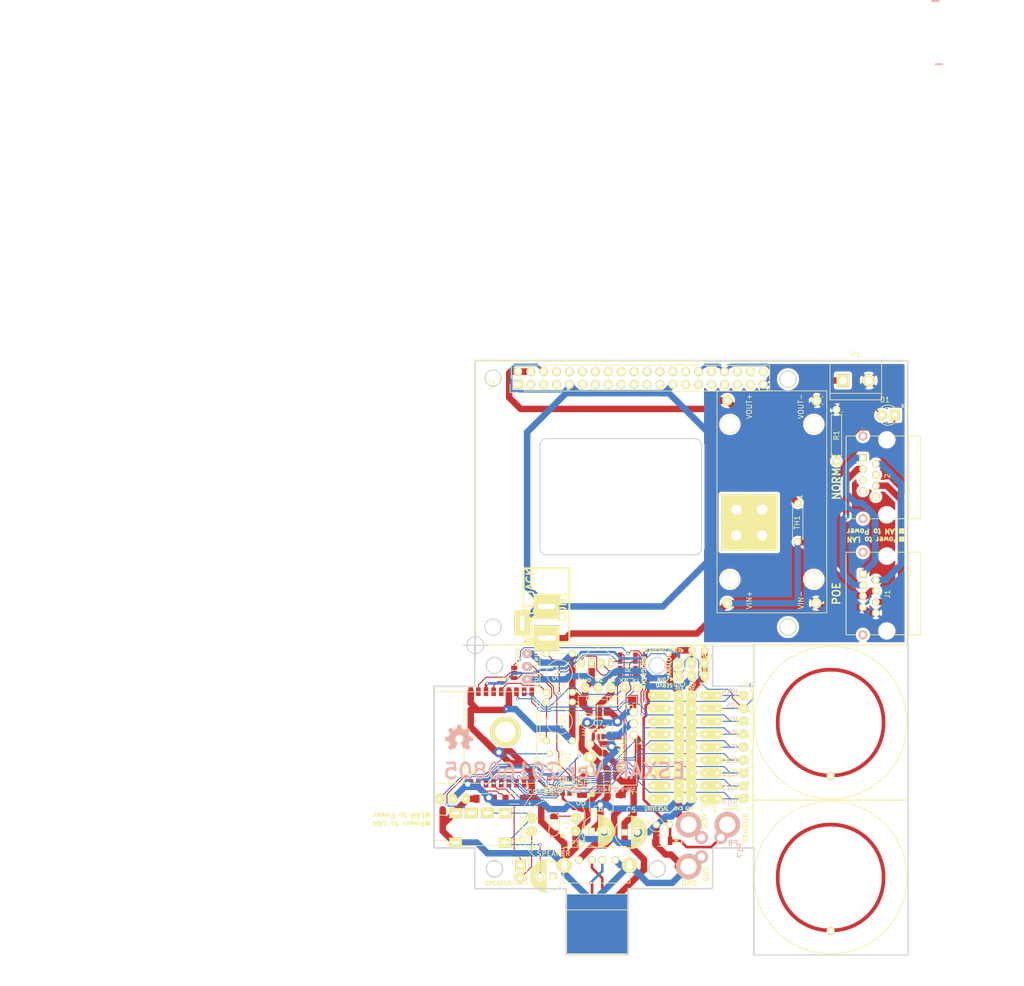
<source format=kicad_pcb>
(kicad_pcb (version 4) (host pcbnew 4.0.2+dfsg1-stable)
  (title_block (date "26 jul 2013"))
  (layers (0 F.Cu signal) (31 B.Cu signal) (34 B.Paste user) (35 F.Paste user) (36 B.SilkS user) (37 F.SilkS user) (38 B.Mask user) (39 F.Mask user) (44 Edge.Cuts user))
  (net 0 "")
  (net 1 +3V3)
  (net 2 GND)
  (net 3 "Net-(D2-Pad1)")
  (net 4 "Net-(D2-Pad3)")
  (net 5 "Net-(D2-Pad4)")
  (net 6 "Net-(JP1-Pad2)")
  (net 7 "Net-(JP2-Pad2)")
  (net 8 "Net-(JP2-Pad1)")
  (net 9 "Net-(P3-Pad1)")
  (net 10 +5V)
  (net 11 "Net-(C3-Pad2)")
  (net 12 "Net-(P12-Pad1)")
  (net 13 "Net-(P10-Pad2)")
  (net 14 "Net-(P10-Pad3)")
  (net 15 "Net-(P13-Pad1)")
  (net 16 "Net-(P10-Pad1)")
  (net 17 "Net-(C9-Pad1)")
  (net 18 "Net-(C1-Pad1)")
  (net 19 "Net-(C1-Pad2)")
  (net 20 "Net-(C3-Pad1)")
  (net 21 "Net-(L2-Pad1)")
  (net 22 "Net-(P3-Pad2)")
  (net 23 "Net-(P18-Pad9)")
  (net 24 "Net-(P18-Pad5)")
  (net 25 "Net-(P18-Pad6)")
  (net 26 "Net-(P18-Pad8)")
  (net 27 "Net-(P18-Pad3)")
  (net 28 "Net-(P18-Pad4)")
  (net 29 "Net-(P19-Pad9)")
  (net 30 "Net-(P19-Pad5)")
  (net 31 "Net-(P19-Pad6)")
  (net 32 "Net-(P19-Pad8)")
  (net 33 "Net-(P19-Pad7)")
  (net 34 "Net-(P19-Pad3)")
  (net 35 "Net-(P19-Pad4)")
  (net 36 "Net-(P19-Pad2)")
  (net 37 "Net-(P19-Pad1)")
  (net 38 "Net-(RP1-Pad5)")
  (net 39 "Net-(JP3-Pad1)")
  (net 40 "Net-(JP3-Pad2)")
  (net 41 "Net-(L1-Pad1)")
  (net 42 "Net-(J1-Pad1)")
  (net 43 "Net-(J1-Pad2)")
  (net 44 "Net-(J1-Pad3)")
  (net 45 "Net-(J1-Pad6)")
  (net 46 "Net-(J2-Pad4)")
  (net 47 "Net-(J2-Pad5)")
  (net 48 "Net-(J2-Pad7)")
  (net 49 "Net-(J2-Pad8)")
  (net 50 "Net-(P1-Pad1)")
  (net 51 "Net-(D1-Pad1)")
  (net 52 "Net-(CON1-Pad1)")
  (net 53 "Net-(U2-Pad1)")
  (net 54 "Net-(U2-Pad3)")
  (net 55 "Net-(U2-Pad5)")
  (net 56 "Net-(U2-Pad7)")
  (net 57 "Net-(U2-Pad8)")
  (net 58 "Net-(U2-Pad10)")
  (net 59 "Net-(U2-Pad11)")
  (net 60 "Net-(U2-Pad12)")
  (net 61 "Net-(U2-Pad13)")
  (net 62 "Net-(U2-Pad14)")
  (net 63 "Net-(U2-Pad15)")
  (net 64 "Net-(U2-Pad16)")
  (net 65 "Net-(U2-Pad17)")
  (net 66 "Net-(U2-Pad18)")
  (net 67 "Net-(U2-Pad19)")
  (net 68 "Net-(U2-Pad20)")
  (net 69 "Net-(U2-Pad21)")
  (net 70 "Net-(U2-Pad22)")
  (net 71 "Net-(U2-Pad23)")
  (net 72 "Net-(U2-Pad24)")
  (net 73 "Net-(U2-Pad26)")
  (net 74 "Net-(U2-Pad27)")
  (net 75 "Net-(U2-Pad28)")
  (net 76 "Net-(U2-Pad29)")
  (net 77 "Net-(U2-Pad31)")
  (net 78 "Net-(U2-Pad32)")
  (net 79 "Net-(U2-Pad33)")
  (net 80 "Net-(U2-Pad35)")
  (net 81 "Net-(U2-Pad36)")
  (net 82 "Net-(U2-Pad37)")
  (net 83 "Net-(U2-Pad38)")
  (net 84 "Net-(U2-Pad40)")
  (module library:higanbana_M (layer F.Cu) (at 214.503 105.41)
    (fp_text reference U*** hide)
    (fp_text value higanbana_M hide)
    (fp_poly (pts (xy 0.782535 -10.740905) (xy 1.245132 -10.714898) (xy 1.61765 -10.675871) (xy 1.61925 -10.67564) (xy 2.766731 -10.449102) (xy 3.855334 -10.114307) (xy 4.880805 -9.677651) (xy 5.838892 -9.14553) (xy 6.72534 -8.524339) (xy 7.535896 -7.820475) (xy 8.266306 -7.040332) (xy 8.912319 -6.190306) (xy 9.469679 -5.276793) (xy 9.934133 -4.306189) (xy 10.301429 -3.284888) (xy 10.567313 -2.219288) (xy 10.72753 -1.115783) (xy 10.777829 0.019231) (xy 10.713955 1.179358) (xy 10.531655 2.358202) (xy 10.471629 2.63525) (xy 10.155831 3.735444) (xy 9.723836 4.787085) (xy 9.179334 5.783513) (xy 8.526021 6.718068) (xy 7.767587 7.584088) (xy 7.676391 7.676391) (xy 6.821486 8.445489) (xy 5.902861 9.106061) (xy 4.918627 9.659043) (xy 3.866897 10.105372) (xy 2.745783 10.445986) (xy 1.651 10.66686) (xy 1.330004 10.704358) (xy 0.918989 10.733464) (xy 0.45471 10.753342) (xy -0.026079 10.763156) (xy -0.486623 10.762068) (xy -0.890165 10.749244) (xy -1.143 10.730421) (xy -2.314455 10.547358) (xy -3.434227 10.252034) (xy -4.496707 9.849811) (xy -5.496284 9.346051) (xy -6.427349 8.746116) (xy -7.284292 8.055368) (xy -8.061503 7.279169) (xy -8.753371 6.422882) (xy -9.354286 5.491867) (xy -9.85864 4.491488) (xy -10.26082 3.427105) (xy -10.555219 2.304082) (xy -10.67564 1.61925) (xy -10.714733 1.247281) (xy -10.740805 0.785049) (xy -10.753858 0.268624) (xy -10.75388 -0.092365) (xy -10.043548 -0.092365) (xy -10.038565 0.431171) (xy -10.018911 0.922454) (xy -9.984594 1.341882) (xy -9.96967 1.4605) (xy -9.750688 2.579167) (xy -9.41997 3.643944) (xy -8.982865 4.648873) (xy -8.44472 5.588001) (xy -7.810885 6.455371) (xy -7.086706 7.245027) (xy -6.277533 7.951015) (xy -5.388714 8.567379) (xy -4.425597 9.088163) (xy -3.39353 9.507411) (xy -2.50825 9.769088) (xy -1.478265 9.963531) (xy -0.391335 10.050147) (xy 0.741536 10.028407) (xy 1.4605 9.960483) (xy 1.799708 9.910314) (xy 2.173909 9.841875) (xy 2.503097 9.769821) (xy 2.50825 9.768548) (xy 3.589245 9.437985) (xy 4.606552 9.000637) (xy 5.55471 8.462581) (xy 6.428262 7.829896) (xy 7.221749 7.10866) (xy 7.929712 6.304952) (xy 8.546692 5.424849) (xy 9.067231 4.47443) (xy 9.485869 3.459773) (xy 9.797149 2.386957) (xy 9.969533 1.4605) (xy 10.008547 1.074971) (xy 10.032899 0.603199) (xy 10.042591 0.085092) (xy 10.037622 -0.439443) (xy 10.017992 -0.930498) (xy 9.983701 -1.348165) (xy 9.969533 -1.4605) (xy 9.751012 -2.577225) (xy 9.42094 -3.639612) (xy 8.985134 -4.641846) (xy 8.449409 -5.578111) (xy 7.81958 -6.442592) (xy 7.101461 -7.229473) (xy 6.300869 -7.93294) (xy 5.423619 -8.547177) (xy 4.475525 -9.066369) (xy 3.462404 -9.484701) (xy 2.390069 -9.796356) (xy 1.4605 -9.96967) (xy 1.074337 -10.008944) (xy 0.602926 -10.033559) (xy 0.085867 -10.043505) (xy -0.43724 -10.038773) (xy -0.926796 -10.019354) (xy -1.3432 -9.985237) (xy -1.4605 -9.970369) (xy -2.595206 -9.748819) (xy -3.668804 -9.416003) (xy -4.681087 -8.97202) (xy -5.631848 -8.416973) (xy -6.52088 -7.750962) (xy -7.104307 -7.220801) (xy -7.85471 -6.398018) (xy -8.499726 -5.505332) (xy -9.037631 -4.546207) (xy -9.466701 -3.52411) (xy -9.785211 -2.442503) (xy -9.970369 -1.4605) (xy -10.00946 -1.077801) (xy -10.033849 -0.608556) (xy -10.043548 -0.092365) (xy -10.75388 -0.092365) (xy -10.753891 -0.265927) (xy -10.740905 -0.782536) (xy -10.714898 -1.245133) (xy -10.675871 -1.617651) (xy -10.67564 -1.61925) (xy -10.446979 -2.774232) (xy -10.106703 -3.874771) (xy -9.66044 -4.915239) (xy -9.113821 -5.890006) (xy -8.472473 -6.793444) (xy -7.742027 -7.619923) (xy -6.928111 -8.363814) (xy -6.036354 -9.019487) (xy -5.072387 -9.581315) (xy -4.041837 -10.043667) (xy -2.950334 -10.400914) (xy -1.803508 -10.647428) (xy -1.61925 -10.67564) (xy -1.247282 -10.714733) (xy -0.78505 -10.740805) (xy -0.268625 -10.753858) (xy 0.265926 -10.753891) (xy 0.782535 -10.740905)) (layer F.Cu) (width 0.01))
    (pad "" np_thru_hole circle (at 0 0) (size 18 18) (drill 18) (layers *.Cu *.Mask F.SilkS))
    (pad "" np_thru_hole circle (at -12 -12) (size 1.6 1.6) (drill 1.6) (layers *.Cu *.Mask F.SilkS))
    (pad "" np_thru_hole circle (at 12 -12) (size 1.6 1.6) (drill 1.6) (layers *.Cu *.Mask F.SilkS))
    (pad "" np_thru_hole circle (at -12 12) (size 1.6 1.6) (drill 1.6) (layers *.Cu *.Mask F.SilkS))
    (pad "" np_thru_hole circle (at 12 12) (size 1.6 1.6) (drill 1.6) (layers *.Cu *.Mask F.SilkS))
    (pad 1 thru_hole circle (at 0 10.5) (size 1.6 1.6) (drill oval 1) (layers *.Cu *.Mask F.SilkS))
  )
  (module library:higanbana_M (layer F.Cu) (at 214.503 135.89)
    (fp_text reference U*** hide)
    (fp_text value higanbana_M hide)
    (fp_poly (pts (xy 0.782535 -10.740905) (xy 1.245132 -10.714898) (xy 1.61765 -10.675871) (xy 1.61925 -10.67564) (xy 2.766731 -10.449102) (xy 3.855334 -10.114307) (xy 4.880805 -9.677651) (xy 5.838892 -9.14553) (xy 6.72534 -8.524339) (xy 7.535896 -7.820475) (xy 8.266306 -7.040332) (xy 8.912319 -6.190306) (xy 9.469679 -5.276793) (xy 9.934133 -4.306189) (xy 10.301429 -3.284888) (xy 10.567313 -2.219288) (xy 10.72753 -1.115783) (xy 10.777829 0.019231) (xy 10.713955 1.179358) (xy 10.531655 2.358202) (xy 10.471629 2.63525) (xy 10.155831 3.735444) (xy 9.723836 4.787085) (xy 9.179334 5.783513) (xy 8.526021 6.718068) (xy 7.767587 7.584088) (xy 7.676391 7.676391) (xy 6.821486 8.445489) (xy 5.902861 9.106061) (xy 4.918627 9.659043) (xy 3.866897 10.105372) (xy 2.745783 10.445986) (xy 1.651 10.66686) (xy 1.330004 10.704358) (xy 0.918989 10.733464) (xy 0.45471 10.753342) (xy -0.026079 10.763156) (xy -0.486623 10.762068) (xy -0.890165 10.749244) (xy -1.143 10.730421) (xy -2.314455 10.547358) (xy -3.434227 10.252034) (xy -4.496707 9.849811) (xy -5.496284 9.346051) (xy -6.427349 8.746116) (xy -7.284292 8.055368) (xy -8.061503 7.279169) (xy -8.753371 6.422882) (xy -9.354286 5.491867) (xy -9.85864 4.491488) (xy -10.26082 3.427105) (xy -10.555219 2.304082) (xy -10.67564 1.61925) (xy -10.714733 1.247281) (xy -10.740805 0.785049) (xy -10.753858 0.268624) (xy -10.75388 -0.092365) (xy -10.043548 -0.092365) (xy -10.038565 0.431171) (xy -10.018911 0.922454) (xy -9.984594 1.341882) (xy -9.96967 1.4605) (xy -9.750688 2.579167) (xy -9.41997 3.643944) (xy -8.982865 4.648873) (xy -8.44472 5.588001) (xy -7.810885 6.455371) (xy -7.086706 7.245027) (xy -6.277533 7.951015) (xy -5.388714 8.567379) (xy -4.425597 9.088163) (xy -3.39353 9.507411) (xy -2.50825 9.769088) (xy -1.478265 9.963531) (xy -0.391335 10.050147) (xy 0.741536 10.028407) (xy 1.4605 9.960483) (xy 1.799708 9.910314) (xy 2.173909 9.841875) (xy 2.503097 9.769821) (xy 2.50825 9.768548) (xy 3.589245 9.437985) (xy 4.606552 9.000637) (xy 5.55471 8.462581) (xy 6.428262 7.829896) (xy 7.221749 7.10866) (xy 7.929712 6.304952) (xy 8.546692 5.424849) (xy 9.067231 4.47443) (xy 9.485869 3.459773) (xy 9.797149 2.386957) (xy 9.969533 1.4605) (xy 10.008547 1.074971) (xy 10.032899 0.603199) (xy 10.042591 0.085092) (xy 10.037622 -0.439443) (xy 10.017992 -0.930498) (xy 9.983701 -1.348165) (xy 9.969533 -1.4605) (xy 9.751012 -2.577225) (xy 9.42094 -3.639612) (xy 8.985134 -4.641846) (xy 8.449409 -5.578111) (xy 7.81958 -6.442592) (xy 7.101461 -7.229473) (xy 6.300869 -7.93294) (xy 5.423619 -8.547177) (xy 4.475525 -9.066369) (xy 3.462404 -9.484701) (xy 2.390069 -9.796356) (xy 1.4605 -9.96967) (xy 1.074337 -10.008944) (xy 0.602926 -10.033559) (xy 0.085867 -10.043505) (xy -0.43724 -10.038773) (xy -0.926796 -10.019354) (xy -1.3432 -9.985237) (xy -1.4605 -9.970369) (xy -2.595206 -9.748819) (xy -3.668804 -9.416003) (xy -4.681087 -8.97202) (xy -5.631848 -8.416973) (xy -6.52088 -7.750962) (xy -7.104307 -7.220801) (xy -7.85471 -6.398018) (xy -8.499726 -5.505332) (xy -9.037631 -4.546207) (xy -9.466701 -3.52411) (xy -9.785211 -2.442503) (xy -9.970369 -1.4605) (xy -10.00946 -1.077801) (xy -10.033849 -0.608556) (xy -10.043548 -0.092365) (xy -10.75388 -0.092365) (xy -10.753891 -0.265927) (xy -10.740905 -0.782536) (xy -10.714898 -1.245133) (xy -10.675871 -1.617651) (xy -10.67564 -1.61925) (xy -10.446979 -2.774232) (xy -10.106703 -3.874771) (xy -9.66044 -4.915239) (xy -9.113821 -5.890006) (xy -8.472473 -6.793444) (xy -7.742027 -7.619923) (xy -6.928111 -8.363814) (xy -6.036354 -9.019487) (xy -5.072387 -9.581315) (xy -4.041837 -10.043667) (xy -2.950334 -10.400914) (xy -1.803508 -10.647428) (xy -1.61925 -10.67564) (xy -1.247282 -10.714733) (xy -0.78505 -10.740805) (xy -0.268625 -10.753858) (xy 0.265926 -10.753891) (xy 0.782535 -10.740905)) (layer F.Cu) (width 0.01))
    (pad "" np_thru_hole circle (at 0 0) (size 18 18) (drill 18) (layers *.Cu *.Mask F.SilkS))
    (pad "" np_thru_hole circle (at -12 -12) (size 1.6 1.6) (drill 1.6) (layers *.Cu *.Mask F.SilkS))
    (pad "" np_thru_hole circle (at 12 -12) (size 1.6 1.6) (drill 1.6) (layers *.Cu *.Mask F.SilkS))
    (pad "" np_thru_hole circle (at -12 12) (size 1.6 1.6) (drill 1.6) (layers *.Cu *.Mask F.SilkS))
    (pad "" np_thru_hole circle (at 12 12) (size 1.6 1.6) (drill 1.6) (layers *.Cu *.Mask F.SilkS))
    (pad 1 thru_hole circle (at 0 10.5) (size 1.6 1.6) (drill oval 1) (layers *.Cu *.Mask F.SilkS))
  )
  (module Buzzers_Beepers:Buzzer_12x9.5RM7.6 (layer F.Cu) (at 160.02 124.206)
    (fp_text reference SP1 (at 6.35 -7.112) (layer F.SilkS))
    (fp_text value SPEAKER (at 0 6.985) (layer F.SilkS))
    (fp_text user + (at -4.699 -2.921) (layer F.SilkS))
    (pad 1 thru_hole circle (at -4.318 0) (size 2 2) (drill 0.6) (layers *.Cu *.Mask F.SilkS) (net 11 "Net-(C3-Pad2)"))
    (pad 2 thru_hole circle (at 4.318 0) (size 2 2) (drill 0.6) (layers *.Cu *.Mask F.SilkS) (net 21 "Net-(L2-Pad1)"))
  )
  (module library:ESP_WROOM_02 (layer F.Cu) (at 149.733 108.331 90)
    (fp_text reference U1 (at 0 8.1 90) (layer F.SilkS) (effects (font (size 1.2 1.2))))
    (fp_text value ESP-WROOM-02)
    (pad 18 smd rect (at 9 -6) (size 0.9 1.7) (layers F.Cu F.Paste F.Mask) (net 2 GND))
    (pad 1 smd rect (at -9 -6) (size 0.9 1.7) (layers F.Cu F.Paste F.Mask) (net 1 +3V3))
    (pad 17 smd rect (at 9 -4.5) (size 0.9 1.7) (layers F.Cu F.Paste F.Mask) (net 7 "Net-(JP2-Pad2)"))
    (pad 2 smd rect (at -9 -4.5) (size 0.9 1.7) (layers F.Cu F.Paste F.Mask) (net 17 "Net-(C9-Pad1)"))
    (pad 16 smd rect (at 9 -3) (size 0.9 1.7) (layers F.Cu F.Paste F.Mask) (net 15 "Net-(P13-Pad1)"))
    (pad 3 smd rect (at -9 -3) (size 0.9 1.7) (layers F.Cu F.Paste F.Mask) (net 25 "Net-(P18-Pad6)"))
    (pad 15 smd rect (at 9 -1.5) (size 0.9 1.7) (layers F.Cu F.Paste F.Mask) (net 8 "Net-(JP2-Pad1)"))
    (pad 4 smd rect (at -9 -1.5) (size 0.9 1.7) (layers F.Cu F.Paste F.Mask) (net 39 "Net-(JP3-Pad1)"))
    (pad 14 smd rect (at 9 0) (size 0.9 1.7) (layers F.Cu F.Paste F.Mask) (net 12 "Net-(P12-Pad1)"))
    (pad 5 smd rect (at -9 0) (size 0.9 1.7) (layers F.Cu F.Paste F.Mask) (net 26 "Net-(P18-Pad8)"))
    (pad 13 smd rect (at 9 1.5) (size 0.9 1.7) (layers F.Cu F.Paste F.Mask) (net 2 GND))
    (pad 6 smd rect (at -9 1.5) (size 0.9 1.7) (layers F.Cu F.Paste F.Mask) (net 23 "Net-(P18-Pad9)"))
    (pad 12 smd rect (at 9 3) (size 0.9 1.7) (layers F.Cu F.Paste F.Mask) (net 9 "Net-(P3-Pad1)"))
    (pad 7 smd rect (at -9 3) (size 0.9 1.7) (layers F.Cu F.Paste F.Mask) (net 24 "Net-(P18-Pad5)"))
    (pad 11 smd rect (at 9 4.5) (size 0.9 1.7) (layers F.Cu F.Paste F.Mask) (net 22 "Net-(P3-Pad2)"))
    (pad 8 smd rect (at -9 4.5) (size 0.9 1.7) (layers F.Cu F.Paste F.Mask) (net 28 "Net-(P18-Pad4)"))
    (pad 10 smd rect (at 9 6) (size 0.9 1.7) (layers F.Cu F.Paste F.Mask) (net 27 "Net-(P18-Pad3)"))
    (pad 9 smd rect (at -9 6) (size 0.9 1.7) (layers F.Cu F.Paste F.Mask) (net 2 GND))
    (pad 24 thru_hole circle (at 1.1 0.8 90) (size 6 6) (drill 4) (layers *.Cu *.Mask F.SilkS))
  )
  (module LEDs:LED-RGB-5MM_Common_Cathode (layer F.Cu) (at 166.878 93.726 90)
    (fp_text reference D2 (at 0 -2.25 90) (layer F.SilkS))
    (fp_text value LED_RCBG)
    (pad 1 thru_hole oval (at 0 -1.27 90) (size 1.4 1.1176) (drill 0.6) (layers *.Cu *.Mask F.SilkS) (net 3 "Net-(D2-Pad1)"))
    (pad 2 thru_hole rect (at 0 0.635 90) (size 1.905 1.1176) (drill 0.6) (layers *.Cu *.Mask F.SilkS) (net 2 GND))
    (pad 3 thru_hole oval (at 0 2.54 90) (size 1.905 1.1176) (drill 0.6) (layers *.Cu *.Mask F.SilkS) (net 4 "Net-(D2-Pad3)"))
    (pad 4 thru_hole oval (at 0 4.445 90) (size 1.905 1.1176) (drill 0.6) (layers *.Cu *.Mask F.SilkS) (net 5 "Net-(D2-Pad4)"))
  )
  (module Connect:bornier3 (layer B.Cu) (at 191.643 130.556 90)
    (fp_text reference P17 (at 0 5.08 90) (layer B.SilkS) (effects (justify mirror)))
    (fp_text value SENSOR)
    (pad 3 thru_hole circle (at -1.27 -2.54 90) (size 2.54 2.54) (drill 1.524) (layers *.Cu *.Mask B.SilkS) (net 2 GND))
    (pad 1 thru_hole circle (at 2.54 -2.54 90) (size 2.54 2.54) (drill 1.524) (layers *.Cu *.Mask B.SilkS) (net 1 +3V3))
    (pad 2 thru_hole circle (at 2.54 1.27 90) (size 2.54 2.54) (drill 1.524) (layers *.Cu *.Mask B.SilkS) (net 15 "Net-(P13-Pad1)"))
  )
  (module library:3_5mm_4P_phonejack_yizhijia_PJ313 (layer F.Cu) (at 138.938 126.111)
    (fp_text reference U3 hide)
    (fp_text value AUDIO_JACK hide)
    (pad 2 thru_hole rect (at 11.5 2.9) (size 2.5 2) (drill oval 1.5 0.7) (layers *.Cu *.Mask F.SilkS) (net 11 "Net-(C3-Pad2)"))
    (pad 1 thru_hole rect (at 1.8 2.9) (size 2.5 2) (drill oval 1.5 0.6) (layers *.Cu *.Mask F.SilkS) (net 2 GND))
    (pad 3 thru_hole rect (at 8.1 -2.9) (size 2.5 2) (drill oval 1.5 0.7) (layers *.Cu *.Mask F.SilkS) (net 11 "Net-(C3-Pad2)"))
    (pad 2 thru_hole rect (at 11.5 -2.9) (size 2.5 2) (drill oval 1.5 0.7) (layers *.Cu *.Mask F.SilkS) (net 11 "Net-(C3-Pad2)"))
    (pad 1 thru_hole rect (at 1.8 -2.9) (size 2.5 2) (drill oval 1.5 0.6) (layers *.Cu *.Mask F.SilkS) (net 2 GND))
    (pad "" np_thru_hole circle (at 2.5 0) (size 1.5 1.5) (drill 1.5) (layers *.Cu *.Mask F.SilkS))
    (pad "" np_thru_hole circle (at 11.7 0) (size 1.5 1.5) (drill 1.5) (layers *.Cu *.Mask F.SilkS))
    (pad 4 thru_hole rect (at 4.9 -2.9) (size 2.5 2) (drill oval 1.5 0.7) (layers *.Cu *.Mask F.SilkS) (net 19 "Net-(C1-Pad2)"))
  )
  (module library:Mini-360_DCDC_LM2596_module (layer F.Cu) (at 170.6245 108.9655 270)
    (fp_text reference U6 hide)
    (fp_text value Mini360)
    (fp_text user OUT+ (at -8.1275 -1.7399 360) (layer F.SilkS))
    (fp_text user OUT- (at -8.1783 2.2733 360) (layer F.SilkS))
    (fp_text user IN- (at 8.001 7.62 360) (layer F.SilkS))
    (fp_text user IN+ (at 10.033 -5.08 360) (layer F.SilkS))
    (pad 3 smd rect (at -8 -5 270) (size 2 2) (layers F.Cu F.Paste F.Mask) (net 1 +3V3))
    (pad 2 smd rect (at -8 5 270) (size 2 2) (layers F.Cu F.Paste F.Mask) (net 2 GND))
    (pad 2 smd rect (at 8 5 270) (size 2 2) (layers F.Cu F.Paste F.Mask) (net 2 GND))
    (pad 1 smd rect (at 8 -5 270) (size 2 2) (layers F.Cu F.Paste F.Mask) (net 10 +5V))
  )
  (module library:USB_A_Vertical_Short (layer F.Cu) (at 165.037 132.461)
    (fp_text reference P10 (at -0.254 -3.302 180) (layer F.SilkS))
    (fp_text value USB_A)
    (pad 4 thru_hole circle (at 7.11286 -0.00212 270) (size 1.50114 1.50114) (drill 1.00076) (layers *.Cu *.Mask F.SilkS) (net 2 GND))
    (pad 3 thru_hole circle (at 4.57286 -0.00212 270) (size 1.50114 1.50114) (drill 1.00076) (layers *.Cu *.Mask F.SilkS) (net 14 "Net-(P10-Pad3)"))
    (pad 2 thru_hole circle (at 2.54086 -0.00212 270) (size 1.50114 1.50114) (drill 1.00076) (layers *.Cu *.Mask F.SilkS) (net 13 "Net-(P10-Pad2)"))
    (pad 1 thru_hole circle (at 0.00086 -0.00212 270) (size 1.50114 1.50114) (drill 1.00076) (layers *.Cu *.Mask F.SilkS) (net 16 "Net-(P10-Pad1)"))
    (pad 5 thru_hole oval (at 9.9 1.03 270) (size 3 3) (drill oval 2 1) (layers *.Cu *.Mask F.SilkS) (net 2 GND))
    (pad 5 thru_hole oval (at -2.9 1.03 270) (size 3 3) (drill oval 2 1) (layers *.Cu *.Mask F.SilkS) (net 2 GND))
  )
  (module TO_SOT_Packages_THT:SOT126_SOT32_Housing_Vertical_Mirrored (layer F.Cu) (at 175.768 105.6 270)
    (fp_text reference U8 (at 0.09906 -3.79984 270) (layer F.SilkS))
    (fp_text value TA48M033F)
    (pad 2 thru_hole circle (at 0 0 270) (size 1.69926 1.69926) (drill 1.19888) (layers *.Cu *.Mask F.SilkS) (net 2 GND))
    (pad 3 thru_hole circle (at -2.29108 0 270) (size 1.69926 1.69926) (drill 1.19888) (layers *.Cu *.Mask F.SilkS) (net 1 +3V3))
    (pad 1 thru_hole circle (at 2.29108 0 270) (size 1.69926 1.69926) (drill 1.19888) (layers *.Cu *.Mask F.SilkS) (net 10 +5V))
  )
  (module library:C_1206_HandSoldering_Small (layer F.Cu) (at 172.593 106.426 90)
    (fp_text reference L1 (at 0 -2.3 90) (layer F.SilkS))
    (fp_text value 4.7uH)
    (pad 1 smd rect (at -1.7 0 90) (size 1.2 1.6) (layers F.Cu F.Paste F.Mask) (net 41 "Net-(L1-Pad1)"))
    (pad 2 smd rect (at 1.7 0 90) (size 1.2 1.6) (layers F.Cu F.Paste F.Mask) (net 1 +3V3))
  )
  (module Capacitors_ThroughHole:C_Radial_D6.3_L11.2_P2.5 (layer F.Cu) (at 173.99 127)
    (fp_text reference C5 (at 1.25 -4.4) (layer F.SilkS))
    (fp_text value 100uF)
    (pad 2 thru_hole circle (at 2.5 0) (size 1.3 1.3) (drill 0.8) (layers *.Cu *.Mask F.SilkS) (net 2 GND))
    (pad 1 thru_hole rect (at 0 0) (size 1.3 1.3) (drill 0.8) (layers *.Cu *.Mask F.SilkS) (net 10 +5V))
  )
  (module Power_Integrations:TO-220 (layer F.Cu) (at 167.1828 112.1664 90)
    (fp_text reference U7 (at 0 -4.318 90) (layer F.SilkS))
    (fp_text value LD1117CV33)
    (pad 2 thru_hole oval (at -2.54 0 90) (size 2.032 2.54) (drill 1.143) (layers *.Cu *.Mask F.SilkS) (net 2 GND))
    (pad 3 thru_hole oval (at 0 0 90) (size 2.032 2.54) (drill 1.143) (layers *.Cu *.Mask F.SilkS) (net 1 +3V3))
    (pad 1 thru_hole oval (at 2.54 0 90) (size 1.6 1.6) (drill 1) (layers *.Cu *.Mask F.SilkS) (net 10 +5V))
  )
  (module Connect:bornier3 (layer B.Cu) (at 194.183 129.286 90)
    (fp_text reference P8 (at 0.19848 1.125635 360) (layer B.SilkS) (effects (justify mirror)))
    (fp_text value SCREW)
    (pad 3 thru_hole circle (at -4.445 -7.62 90) (size 5 5) (drill 3.2) (layers *.Cu *.Mask B.SilkS) (net 2 GND))
    (pad 1 thru_hole circle (at 3.81 -7.62 90) (size 5 5) (drill 3.2) (layers *.Cu *.Mask B.SilkS) (net 1 +3V3))
    (pad 2 thru_hole circle (at 3.81 0 90) (size 5 5) (drill 3.2) (layers *.Cu *.Mask B.SilkS) (net 15 "Net-(P13-Pad1)"))
  )
  (module Opto-Devices:Optocoupler_SMD_HandSoldering_KPC357_LTV35x_PC357_SingleChannel (layer F.Cu) (at 169.418 121.031)
    (fp_text reference U5 (at -4.064 0.127) (layer F.SilkS))
    (fp_text value TLP222A)
    (pad 2 smd rect (at -3.79984 1.34874) (size 1.99898 0.89916) (layers F.Cu F.Paste F.Mask) (net 2 GND))
    (pad 1 smd rect (at -3.79984 -1.30048) (size 1.99898 1.00076) (layers F.Cu F.Paste F.Mask) (net 38 "Net-(RP1-Pad5)"))
    (pad 4 smd rect (at 3.79984 -1.30048) (size 1.99898 1.00076) (layers F.Cu F.Paste F.Mask) (net 10 +5V))
    (pad 3 smd rect (at 3.79984 1.30048) (size 1.99898 1.00076) (layers F.Cu F.Paste F.Mask) (net 16 "Net-(P10-Pad1)"))
  )
  (module library:SolderWirePad_Oval_3xInline_0-65mmDrill (layer B.Cu) (at 154.813 94.361 270)
    (fp_text reference JP1 (at 2.032 -1.143 270) (layer B.SilkS) (effects (justify mirror)))
    (fp_text value MODE_JP)
    (pad 3 thru_hole oval (at 2.54 0 270) (size 1.7 2) (drill 0.7) (layers *.Cu *.Mask B.SilkS) (net 1 +3V3))
    (pad 2 thru_hole oval (at 0 0 270) (size 1.7 2) (drill 0.7) (layers *.Cu *.Mask B.SilkS) (net 6 "Net-(JP1-Pad2)"))
    (pad 1 thru_hole oval (at -2.54 0 270) (size 1.7 2) (drill 0.7) (layers *.Cu *.Mask B.SilkS) (net 2 GND))
  )
  (module library:Solder_Jumper_3 (layer F.Cu) (at 152.273 95.631 90)
    (fp_text reference JP2 hide)
    (fp_text value WAKEUP hide)
    (pad 3 smd rect (at 1 0 90) (size 0.8 1.2) (layers F.Cu F.Paste F.Mask) (net 7 "Net-(JP2-Pad2)"))
    (pad 1 smd rect (at -1 0 90) (size 0.8 1.2) (layers F.Cu F.Paste F.Mask) (net 8 "Net-(JP2-Pad1)"))
    (pad 2 smd rect (at 0 0 90) (size 0.8 1.2) (layers F.Cu F.Paste F.Mask) (net 7 "Net-(JP2-Pad2)"))
  )
  (module library:SolderWirePad_Oval_3xInline_0-65mmDrill (layer F.Cu) (at 140.208 120.396)
    (fp_text reference P1 (at 0 -3.175) (layer F.SilkS))
    (fp_text value ANALOG)
    (pad 3 thru_hole oval (at 2.54 0) (size 1.7 2) (drill 0.65) (layers *.Cu *.Mask F.SilkS) (net 2 GND))
    (pad 2 thru_hole oval (at 0 0) (size 1.7 2) (drill 0.65) (layers *.Cu *.Mask F.SilkS) (net 1 +3V3))
    (pad 1 thru_hole oval (at -2.54 0) (size 1.7 2) (drill 0.65) (layers *.Cu *.Mask F.SilkS) (net 18 "Net-(C1-Pad1)"))
  )
  (module library:SolderWirePad_Oval_5xInline_0-65mmDrill (layer F.Cu) (at 171.323 98.552 180)
    (fp_text reference P3 hide)
    (fp_text value PROGRAM hide)
    (pad 5 thru_hole oval (at 5.08 0 180) (size 1.7 2) (drill 0.7) (layers *.Cu *.Mask F.SilkS) (net 2 GND))
    (pad 3 thru_hole oval (at 0 0 180) (size 1.7 2) (drill 0.7) (layers *.Cu *.Mask F.SilkS) (net 10 +5V))
    (pad 4 thru_hole oval (at 2.54 0 180) (size 1.7 2) (drill 0.7) (layers *.Cu *.Mask F.SilkS) (net 1 +3V3))
    (pad 2 thru_hole circle (at -2.54 0 180) (size 1.7 1.7) (drill 0.7) (layers *.Cu *.Mask F.SilkS) (net 22 "Net-(P3-Pad2)"))
    (pad 1 thru_hole circle (at -5.08 0 180) (size 1.6 1.6) (drill 0.7) (layers *.Cu *.Mask F.SilkS) (net 9 "Net-(P3-Pad1)"))
  )
  (module library:SolderWirePad_Oval_3xInline_0-65mmDrill (layer F.Cu) (at 187.198 96.266)
    (fp_text reference P12 hide)
    (fp_text value SERVO/INPUT hide)
    (pad 3 thru_hole oval (at 2.54 0) (size 1.7 2) (drill 0.7) (layers *.Cu *.Mask F.SilkS) (net 2 GND))
    (pad 2 thru_hole oval (at 0 0) (size 1.7 2) (drill 0.7) (layers *.Cu *.Mask F.SilkS) (net 10 +5V))
    (pad 1 thru_hole oval (at -2.54 0) (size 1.7 2) (drill 0.7) (layers *.Cu *.Mask F.SilkS) (net 12 "Net-(P12-Pad1)"))
  )
  (module library:SolderWirePad_Oval_3xInline_0-65mmDrill (layer F.Cu) (at 187.198 93.726)
    (fp_text reference P13 hide)
    (fp_text value ANALOG hide)
    (pad 3 thru_hole oval (at 2.54 0) (size 1.7 2) (drill 0.7) (layers *.Cu *.Mask F.SilkS) (net 2 GND))
    (pad 2 thru_hole oval (at 0 0) (size 1.7 2) (drill 0.7) (layers *.Cu *.Mask F.SilkS) (net 1 +3V3))
    (pad 1 thru_hole oval (at -2.54 0) (size 1.7 2) (drill 0.7) (layers *.Cu *.Mask F.SilkS) (net 15 "Net-(P13-Pad1)"))
  )
  (module library:Padmatrix-wide-02x01 (layer F.Cu) (at 188.468 91.186)
    (fp_text reference P16 hide)
    (fp_text value BREADBOARD_POWER hide)
    (pad 1 thru_hole oval (at -1.27 0) (size 1.4 1.4) (drill 0.58) (layers *.Cu *.Mask F.SilkS) (net 1 +3V3))
    (pad 2 thru_hole oval (at 1.27 0) (size 1.4 1.7) (drill 0.58) (layers *.Cu *.Mask F.SilkS) (net 2 GND))
  )
  (module library:USB_A_Male_Board (layer F.Cu) (at 168.593 143.891 90)
    (fp_text reference P11 hide)
    (fp_text value USB_B)
    (pad 4 smd rect (at -2.05 -3.5 90) (size 7.41 1) (layers F.Cu F.Paste F.Mask) (net 2 GND))
    (pad 3 smd rect (at -1.55 -1 90) (size 6.41 1) (layers F.Cu F.Paste F.Mask) (net 14 "Net-(P10-Pad3)"))
    (pad 2 smd rect (at -1.55 1 90) (size 6.41 1) (layers F.Cu F.Paste F.Mask) (net 13 "Net-(P10-Pad2)"))
    (pad 1 smd rect (at -2.05 3.5 90) (size 7.41 1) (layers F.Cu F.Paste F.Mask) (net 10 +5V))
    (pad 5 smd rect (at -1.13 0 90) (size 11.75 12) (layers B.Cu F.Paste F.Mask) (net 2 GND))
  )
  (module Discret:R1 (layer F.Cu) (at 181.483 125.476)
    (fp_text reference R13 (at -3.6322 -0.4064) (layer F.SilkS) (effects (font (size 0.6 0.6))))
    (fp_text value 4.7kΩ hide)
    (pad 1 thru_hole circle (at -1.27 0) (size 1.397 1.397) (drill 0.8128) (layers *.Cu *.Mask F.SilkS) (net 2 GND))
    (pad 2 thru_hole circle (at 1.27 0) (size 1.397 1.397) (drill 0.8128) (layers *.Cu *.Mask F.SilkS) (net 15 "Net-(P13-Pad1)"))
  )
  (module Buzzers_Beepers:Buzzer_12x9.5RM7.6 (layer F.Cu) (at 160.02 126.746)
    (fp_text reference SP2 (at 0 -8.001) (layer F.SilkS))
    (fp_text value BEEP (at 0 -7.62) (layer F.SilkS))
    (fp_text user + (at -3.81 -2.54) (layer F.SilkS))
    (pad 1 thru_hole circle (at -4.318 0) (size 2 2) (drill 0.6) (layers *.Cu *.Mask F.SilkS) (net 40 "Net-(JP3-Pad2)"))
    (pad 2 thru_hole circle (at 4.318 0) (size 2 2) (drill 0.6) (layers *.Cu *.Mask F.SilkS) (net 2 GND))
  )
  (module Buttons_Switches_ThroughHole:SW_PUSH_SMALL (layer F.Cu) (at 161.163 105.156 270)
    (fp_text reference SW1 (at 0 -0.762 270) (layer F.SilkS))
    (fp_text value RESET)
    (pad 1 thru_hole circle (at 3.81 -2.54 270) (size 1.397 1.397) (drill 0.8128) (layers *.Cu *.Mask F.SilkS) (net 2 GND))
    (pad 2 thru_hole circle (at 3.81 2.54 270) (size 1.397 1.397) (drill 0.8128) (layers *.Cu *.Mask F.SilkS) (net 8 "Net-(JP2-Pad1)"))
    (pad 1 thru_hole circle (at -3.81 -2.54 270) (size 1.397 1.397) (drill 0.8128) (layers *.Cu *.Mask F.SilkS) (net 2 GND))
    (pad 2 thru_hole circle (at -3.81 2.54 270) (size 1.397 1.397) (drill 0.8128) (layers *.Cu *.Mask F.SilkS) (net 8 "Net-(JP2-Pad1)"))
  )
  (module library:C_1206_HandSoldering_Small (layer F.Cu) (at 146.558 120.396 180)
    (fp_text reference C2 (at 0 -2.3 180) (layer F.SilkS))
    (fp_text value 0.1uF hide)
    (pad 1 smd rect (at -1.7 0 180) (size 1.2 1.6) (layers F.Cu F.Paste F.Mask) (net 1 +3V3))
    (pad 2 smd rect (at 1.7 0 180) (size 1.2 1.6) (layers F.Cu F.Paste F.Mask) (net 2 GND))
  )
  (module library:C_1206_HandSoldering_Small (layer F.Cu) (at 152.273 120.396)
    (fp_text reference C9 (at 3.556 -1.27) (layer F.SilkS))
    (fp_text value 0.1uF hide)
    (pad 1 smd rect (at -1.7 0) (size 1.2 1.6) (layers F.Cu F.Paste F.Mask) (net 17 "Net-(C9-Pad1)"))
    (pad 2 smd rect (at 1.7 0) (size 1.2 1.6) (layers F.Cu F.Paste F.Mask) (net 2 GND))
  )
  (module library:C_1206_HandSoldering_Small (layer F.Cu) (at 160.147 125.525 270)
    (fp_text reference L2 (at 0 -2.3 270) (layer F.SilkS))
    (fp_text value L_Small hide)
    (pad 1 smd rect (at -1.7 0 270) (size 1.2 1.6) (layers F.Cu F.Paste F.Mask) (net 21 "Net-(L2-Pad1)"))
    (pad 2 smd rect (at 1.7 0 270) (size 1.2 1.6) (layers F.Cu F.Paste F.Mask) (net 2 GND))
  )
  (module Capacitors_ThroughHole:C_Disc_D3_P2.5 (layer F.Cu) (at 159.258 114.046 90)
    (fp_text reference C1 (at 1.25 -2.5 90) (layer F.SilkS))
    (fp_text value 10uF)
    (pad 1 thru_hole rect (at 0 0 90) (size 1.3 1.3) (drill 0.8) (layers *.Cu *.Mask F.SilkS) (net 18 "Net-(C1-Pad1)"))
    (pad 2 thru_hole circle (at 2.5 0 90) (size 1.3 1.3) (drill 0.8001) (layers *.Cu *.Mask F.SilkS) (net 19 "Net-(C1-Pad2)"))
  )
  (module Capacitors_ThroughHole:C_Radial_D6.3_L11.2_P2.5 (layer F.Cu) (at 159.893 135.636 180)
    (fp_text reference C3 (at -2.54 2.159 180) (layer F.SilkS))
    (fp_text value CP)
    (pad 2 thru_hole circle (at 2.5 0 180) (size 1.3 1.3) (drill 0.8) (layers *.Cu *.Mask F.SilkS) (net 11 "Net-(C3-Pad2)"))
    (pad 1 thru_hole rect (at 0 0 180) (size 1.3 1.3) (drill 0.8) (layers *.Cu *.Mask F.SilkS) (net 20 "Net-(C3-Pad1)"))
  )
  (module library:SolderWirePad_Oval_9xInline_0-6mmDrill (layer F.Cu) (at 197.359 110.236 270)
    (fp_text reference P2 hide)
    (fp_text value BREADBOARD)
    (pad 9 thru_hole oval (at 10.16 0 270) (size 1.7 2) (drill 0.6) (layers *.Cu *.Mask F.SilkS) (net 23 "Net-(P18-Pad9)"))
    (pad 5 thru_hole oval (at 0 0 270) (size 1.7 2) (drill 0.6) (layers *.Cu *.Mask F.SilkS) (net 24 "Net-(P18-Pad5)"))
    (pad 6 thru_hole oval (at 2.54 0 270) (size 1.7 2) (drill 0.6) (layers *.Cu *.Mask F.SilkS) (net 25 "Net-(P18-Pad6)"))
    (pad 8 thru_hole oval (at 7.62 0 270) (size 1.7 2) (drill 0.6) (layers *.Cu *.Mask F.SilkS) (net 26 "Net-(P18-Pad8)"))
    (pad 7 thru_hole oval (at 5.08 0 270) (size 1.7 2) (drill 0.6) (layers *.Cu *.Mask F.SilkS) (net 39 "Net-(JP3-Pad1)"))
    (pad 3 thru_hole oval (at -5.08 0 270) (size 1.7 2) (drill 0.6) (layers *.Cu *.Mask F.SilkS) (net 27 "Net-(P18-Pad3)"))
    (pad 4 thru_hole oval (at -2.54 0 270) (size 1.7 2) (drill 0.6) (layers *.Cu *.Mask F.SilkS) (net 28 "Net-(P18-Pad4)"))
    (pad 2 thru_hole oval (at -7.62 0 270) (size 1.7 2) (drill 0.6) (layers *.Cu *.Mask F.SilkS) (net 12 "Net-(P12-Pad1)"))
    (pad 1 thru_hole oval (at -10.16 0 270) (size 1.7 2) (drill 0.6) (layers *.Cu *.Mask F.SilkS) (net 7 "Net-(JP2-Pad2)"))
  )
  (module library:OSHW_LOGL_SYLK_5mm (layer B.Cu) (at 141.478 108.331 180)
    (fp_text reference OSHW hide)
    (fp_text value 1.1 hide)
  )
  (module library:SolderWirePad_Oval_9xInline_0-6mmDrill (layer F.Cu) (at 189.739 110.236 270)
    (fp_text reference P5 hide)
    (fp_text value MODEJP)
    (pad 9 thru_hole oval (at 10.16 0 270) (size 1.7 2) (drill 0.6) (layers *.Cu *.Mask F.SilkS) (net 23 "Net-(P18-Pad9)"))
    (pad 5 thru_hole oval (at 0 0 270) (size 1.7 2) (drill 0.6) (layers *.Cu *.Mask F.SilkS) (net 24 "Net-(P18-Pad5)"))
    (pad 6 thru_hole oval (at 2.54 0 270) (size 1.7 2) (drill 0.6) (layers *.Cu *.Mask F.SilkS) (net 25 "Net-(P18-Pad6)"))
    (pad 8 thru_hole oval (at 7.62 0 270) (size 1.7 2) (drill 0.6) (layers *.Cu *.Mask F.SilkS) (net 26 "Net-(P18-Pad8)"))
    (pad 7 thru_hole oval (at 5.08 0 270) (size 1.7 2) (drill 0.6) (layers *.Cu *.Mask F.SilkS) (net 39 "Net-(JP3-Pad1)"))
    (pad 3 thru_hole oval (at -5.08 0 270) (size 1.7 2) (drill 0.6) (layers *.Cu *.Mask F.SilkS) (net 27 "Net-(P18-Pad3)"))
    (pad 4 thru_hole oval (at -2.54 0 270) (size 1.7 2) (drill 0.6) (layers *.Cu *.Mask F.SilkS) (net 28 "Net-(P18-Pad4)"))
    (pad 2 thru_hole oval (at -7.62 0 270) (size 1.7 2) (drill 0.6) (layers *.Cu *.Mask F.SilkS) (net 12 "Net-(P12-Pad1)"))
    (pad 1 thru_hole oval (at -10.16 0 270) (size 1.7 2) (drill 0.6) (layers *.Cu *.Mask F.SilkS) (net 7 "Net-(JP2-Pad2)"))
  )
  (module library:SolderWirePad_Oval_9xInline_0-6mmDrill (layer F.Cu) (at 184.659 110.236 270)
    (fp_text reference P6 hide)
    (fp_text value VCCJP)
    (pad 9 thru_hole oval (at 10.16 0 270) (size 1.7 2) (drill 0.6) (layers *.Cu *.Mask F.SilkS) (net 1 +3V3))
    (pad 5 thru_hole oval (at 0 0 270) (size 1.7 2) (drill 0.6) (layers *.Cu *.Mask F.SilkS) (net 1 +3V3))
    (pad 6 thru_hole oval (at 2.54 0 270) (size 1.7 2) (drill 0.6) (layers *.Cu *.Mask F.SilkS) (net 1 +3V3))
    (pad 8 thru_hole oval (at 7.62 0 270) (size 1.7 2) (drill 0.6) (layers *.Cu *.Mask F.SilkS) (net 1 +3V3))
    (pad 7 thru_hole oval (at 5.08 0 270) (size 1.7 2) (drill 0.6) (layers *.Cu *.Mask F.SilkS) (net 1 +3V3))
    (pad 3 thru_hole oval (at -5.08 0 270) (size 1.7 2) (drill 0.6) (layers *.Cu *.Mask F.SilkS) (net 1 +3V3))
    (pad 4 thru_hole oval (at -2.54 0 270) (size 1.7 2) (drill 0.6) (layers *.Cu *.Mask F.SilkS) (net 1 +3V3))
    (pad 2 thru_hole oval (at -7.62 0 270) (size 1.7 2) (drill 0.6) (layers *.Cu *.Mask F.SilkS) (net 1 +3V3))
    (pad 1 thru_hole oval (at -10.16 0 270) (size 1.7 2) (drill 0.6) (layers *.Cu *.Mask F.SilkS) (net 1 +3V3))
  )
  (module library:SolderWirePad_Oval_9xInline_0-6mmDrill (layer F.Cu) (at 187.199 110.236 270)
    (fp_text reference P7 hide)
    (fp_text value GNDJP)
    (pad 9 thru_hole oval (at 10.16 0 270) (size 1.7 2) (drill 0.6) (layers *.Cu *.Mask F.SilkS) (net 2 GND))
    (pad 5 thru_hole oval (at 0 0 270) (size 1.7 2) (drill 0.6) (layers *.Cu *.Mask F.SilkS) (net 2 GND))
    (pad 6 thru_hole oval (at 2.54 0 270) (size 1.7 2) (drill 0.6) (layers *.Cu *.Mask F.SilkS) (net 2 GND))
    (pad 8 thru_hole oval (at 7.62 0 270) (size 1.7 2) (drill 0.6) (layers *.Cu *.Mask F.SilkS) (net 2 GND))
    (pad 7 thru_hole oval (at 5.08 0 270) (size 1.7 2) (drill 0.6) (layers *.Cu *.Mask F.SilkS) (net 2 GND))
    (pad 3 thru_hole oval (at -5.08 0 270) (size 1.7 2) (drill 0.6) (layers *.Cu *.Mask F.SilkS) (net 2 GND))
    (pad 4 thru_hole oval (at -2.54 0 270) (size 1.7 2) (drill 0.6) (layers *.Cu *.Mask F.SilkS) (net 2 GND))
    (pad 2 thru_hole oval (at -7.62 0 270) (size 1.7 2) (drill 0.6) (layers *.Cu *.Mask F.SilkS) (net 2 GND))
    (pad 1 thru_hole oval (at -10.16 0 270) (size 1.7 2) (drill 0.6) (layers *.Cu *.Mask F.SilkS) (net 2 GND))
  )
  (module library:SolderWirePad_Oval_9xInline_0-7mmDrill (layer F.Cu) (at 192.279 110.236 270)
    (fp_text reference P18 hide)
    (fp_text value EXTIO)
    (pad 9 thru_hole oval (at 10.16 0 270) (size 1.7 2) (drill 0.7) (layers *.Cu *.Mask F.SilkS) (net 23 "Net-(P18-Pad9)"))
    (pad 5 thru_hole oval (at 0 0 270) (size 1.7 2) (drill 0.7) (layers *.Cu *.Mask F.SilkS) (net 24 "Net-(P18-Pad5)"))
    (pad 6 thru_hole oval (at 2.54 0 270) (size 1.7 2) (drill 0.7) (layers *.Cu *.Mask F.SilkS) (net 25 "Net-(P18-Pad6)"))
    (pad 8 thru_hole oval (at 7.62 0 270) (size 1.7 2) (drill 0.7) (layers *.Cu *.Mask F.SilkS) (net 26 "Net-(P18-Pad8)"))
    (pad 7 thru_hole oval (at 5.08 0 270) (size 1.7 2) (drill 0.7) (layers *.Cu *.Mask F.SilkS) (net 39 "Net-(JP3-Pad1)"))
    (pad 3 thru_hole oval (at -5.08 0 270) (size 1.7 2) (drill 0.7) (layers *.Cu *.Mask F.SilkS) (net 27 "Net-(P18-Pad3)"))
    (pad 4 thru_hole oval (at -2.54 0 270) (size 1.7 2) (drill 0.7) (layers *.Cu *.Mask F.SilkS) (net 28 "Net-(P18-Pad4)"))
    (pad 2 thru_hole oval (at -7.62 0 270) (size 1.7 2) (drill 0.7) (layers *.Cu *.Mask F.SilkS) (net 12 "Net-(P12-Pad1)"))
    (pad 1 thru_hole oval (at -10.16 0 270) (size 1.7 2) (drill 0.7) (layers *.Cu *.Mask F.SilkS) (net 7 "Net-(JP2-Pad2)"))
  )
  (module library:SolderWirePad_Oval_9xInline_0-7mmDrill (layer F.Cu) (at 179.579 110.236 270)
    (fp_text reference P19 hide)
    (fp_text value UNIVERSAL)
    (pad 9 thru_hole oval (at 10.16 0 270) (size 1.7 2) (drill 0.7) (layers *.Cu *.Mask F.SilkS) (net 29 "Net-(P19-Pad9)"))
    (pad 5 thru_hole oval (at 0 0 270) (size 1.7 2) (drill 0.7) (layers *.Cu *.Mask F.SilkS) (net 30 "Net-(P19-Pad5)"))
    (pad 6 thru_hole oval (at 2.54 0 270) (size 1.7 2) (drill 0.7) (layers *.Cu *.Mask F.SilkS) (net 31 "Net-(P19-Pad6)"))
    (pad 8 thru_hole oval (at 7.62 0 270) (size 1.7 2) (drill 0.7) (layers *.Cu *.Mask F.SilkS) (net 32 "Net-(P19-Pad8)"))
    (pad 7 thru_hole oval (at 5.08 0 270) (size 1.7 2) (drill 0.7) (layers *.Cu *.Mask F.SilkS) (net 33 "Net-(P19-Pad7)"))
    (pad 3 thru_hole oval (at -5.08 0 270) (size 1.7 2) (drill 0.7) (layers *.Cu *.Mask F.SilkS) (net 34 "Net-(P19-Pad3)"))
    (pad 4 thru_hole oval (at -2.54 0 270) (size 1.7 2) (drill 0.7) (layers *.Cu *.Mask F.SilkS) (net 35 "Net-(P19-Pad4)"))
    (pad 2 thru_hole oval (at -7.62 0 270) (size 1.7 2) (drill 0.7) (layers *.Cu *.Mask F.SilkS) (net 36 "Net-(P19-Pad2)"))
    (pad 1 thru_hole oval (at -10.16 0 270) (size 1.6 1.5) (drill 0.7) (layers *.Cu *.Mask F.SilkS) (net 37 "Net-(P19-Pad1)"))
  )
  (module library:SolderWirePad_Oval_9xInline_0-7mmDrill (layer F.Cu) (at 182.119 110.236 270)
    (fp_text reference P20 hide)
    (fp_text value UNIVERSAL)
    (pad 9 thru_hole circle (at 10.16 0 270) (size 1.7 1.7) (drill 0.7) (layers *.Cu *.Mask F.SilkS) (net 29 "Net-(P19-Pad9)"))
    (pad 5 thru_hole oval (at 0 0 270) (size 1.7 2) (drill 0.7) (layers *.Cu *.Mask F.SilkS) (net 30 "Net-(P19-Pad5)"))
    (pad 6 thru_hole oval (at 2.54 0 270) (size 1.7 2) (drill 0.7) (layers *.Cu *.Mask F.SilkS) (net 31 "Net-(P19-Pad6)"))
    (pad 8 thru_hole oval (at 7.62 0 270) (size 1.7 2) (drill 0.7) (layers *.Cu *.Mask F.SilkS) (net 32 "Net-(P19-Pad8)"))
    (pad 7 thru_hole oval (at 5.08 0 270) (size 1.7 2) (drill 0.7) (layers *.Cu *.Mask F.SilkS) (net 33 "Net-(P19-Pad7)"))
    (pad 3 thru_hole oval (at -5.08 0 270) (size 1.7 2) (drill 0.7) (layers *.Cu *.Mask F.SilkS) (net 34 "Net-(P19-Pad3)"))
    (pad 4 thru_hole oval (at -2.54 0 270) (size 1.7 2) (drill 0.7) (layers *.Cu *.Mask F.SilkS) (net 35 "Net-(P19-Pad4)"))
    (pad 2 thru_hole oval (at -7.62 0 270) (size 1.7 2) (drill 0.7) (layers *.Cu *.Mask F.SilkS) (net 36 "Net-(P19-Pad2)"))
    (pad 1 thru_hole oval (at -10.16 0 270) (size 1.7 2) (drill 0.7) (layers *.Cu *.Mask F.SilkS) (net 37 "Net-(P19-Pad1)"))
  )
  (module library:R_Array_For_R_Multi_library_4x1206 (layer F.Cu) (at 161.163 117.856 270)
    (fp_text reference RP2 (at 0 -3.5 270) (layer F.SilkS))
    (fp_text value 4UNIT_R_PACK)
    (pad 1 smd rect (at -1.5 -2 270) (size 0.9 0.9) (layers F.Cu F.Paste F.Mask) (net 6 "Net-(JP1-Pad2)"))
    (pad 7 smd rect (at -1.5 2 270) (size 0.9 0.9) (layers F.Cu F.Paste F.Mask) (net 1 +3V3))
    (pad 3 smd rect (at -1.5 -0.66 270) (size 0.9 0.9) (layers F.Cu F.Paste F.Mask) (net 23 "Net-(P18-Pad9)"))
    (pad 5 smd rect (at -1.5 0.66 270) (size 0.9 0.9) (layers F.Cu F.Paste F.Mask) (net 1 +3V3))
    (pad 4 smd rect (at 1.5 -0.66 270) (size 0.9 0.9) (layers F.Cu F.Paste F.Mask) (net 2 GND))
    (pad 2 smd rect (at 1.5 -2 270) (size 0.9 0.9) (layers F.Cu F.Paste F.Mask) (net 28 "Net-(P18-Pad4)"))
    (pad 8 smd rect (at 1.5 2 270) (size 0.9 0.9) (layers F.Cu F.Paste F.Mask) (net 24 "Net-(P18-Pad5)"))
    (pad 6 smd rect (at 1.5 0.66 270) (size 0.9 0.9) (layers F.Cu F.Paste F.Mask) (net 17 "Net-(C9-Pad1)"))
  )
  (module Pin_Headers:Pin_Header_Straight_1x02 (layer F.Cu) (at 153.5176 133.4008)
    (fp_text reference JP3 (at 0 -5.1) (layer F.SilkS))
    (fp_text value JUMPER)
    (pad 1 thru_hole rect (at 0 0) (size 2.032 2.032) (drill 1.016) (layers *.Cu *.Mask F.SilkS) (net 39 "Net-(JP3-Pad1)"))
    (pad 2 thru_hole oval (at 0 2.54) (size 2.032 2.032) (drill 1.016) (layers *.Cu *.Mask F.SilkS) (net 40 "Net-(JP3-Pad2)"))
  )
  (module Resistors_SMD:R_1206 (layer F.Cu) (at 181.483 128.651)
    (fp_text reference R1 (at 3.175 0) (layer F.SilkS))
    (fp_text value 4.7kΩ)
    (pad 1 smd rect (at -1.45 0) (size 0.9 1.7) (layers F.Cu F.Paste F.Mask) (net 2 GND))
    (pad 2 smd rect (at 1.45 0) (size 0.9 1.7) (layers F.Cu F.Paste F.Mask) (net 15 "Net-(P13-Pad1)"))
  )
  (module Buttons_Switches_ThroughHole:SW_PUSH_SMALL (layer F.Cu) (at 161.163 95.631 90)
    (fp_text reference SW2 (at 0 -0.762 90) (layer F.SilkS))
    (fp_text value DIN)
    (pad 1 thru_hole circle (at 3.81 -2.54 90) (size 1.397 1.397) (drill 0.8128) (layers *.Cu *.Mask F.SilkS) (net 12 "Net-(P12-Pad1)"))
    (pad 2 thru_hole circle (at 3.81 2.54 90) (size 1.397 1.397) (drill 0.8128) (layers *.Cu *.Mask F.SilkS) (net 2 GND))
    (pad 1 thru_hole circle (at -3.81 -2.54 90) (size 1.397 1.397) (drill 0.8128) (layers *.Cu *.Mask F.SilkS) (net 12 "Net-(P12-Pad1)"))
    (pad 2 thru_hole circle (at -3.81 2.54 90) (size 1.397 1.397) (drill 0.8128) (layers *.Cu *.Mask F.SilkS) (net 2 GND))
  )
  (module library:C_1206_HandSoldering_Small (layer F.Cu) (at 170.688 115.951 180)
    (fp_text reference C6 (at 0 -2.3 180) (layer F.SilkS))
    (fp_text value 10uF)
    (pad 1 smd rect (at -1.7 0 180) (size 1.2 1.6) (layers F.Cu F.Paste F.Mask) (net 10 +5V))
    (pad 2 smd rect (at 1.7 0 180) (size 1.2 1.6) (layers F.Cu F.Paste F.Mask) (net 2 GND))
  )
  (module library:C_1206_HandSoldering_Small (layer F.Cu) (at 168.783 103.251 180)
    (fp_text reference C7 (at 0 -2.3 180) (layer F.SilkS))
    (fp_text value 10uF)
    (pad 1 smd rect (at -1.7 0 180) (size 1.2 1.6) (layers F.Cu F.Paste F.Mask) (net 1 +3V3))
    (pad 2 smd rect (at 1.7 0 180) (size 1.2 1.6) (layers F.Cu F.Paste F.Mask) (net 2 GND))
  )
  (module Capacitors_ThroughHole:C_Radial_D6.3_L11.2_P2.5 (layer F.Cu) (at 167.513 126.746)
    (fp_text reference C8 (at 1.25 -4.4) (layer F.SilkS))
    (fp_text value 100uF)
    (pad 2 thru_hole circle (at 2.5 0) (size 1.3 1.3) (drill 0.8) (layers *.Cu *.Mask F.SilkS) (net 2 GND))
    (pad 1 thru_hole rect (at 0 0) (size 1.3 1.3) (drill 0.8) (layers *.Cu *.Mask F.SilkS) (net 1 +3V3))
  )
  (module TO_SOT_Packages_SMD:SOT-23-5 (layer F.Cu) (at 168.783 107.061 90)
    (fp_text reference U4 (at -0.05 -2.55 90) (layer F.SilkS))
    (fp_text value MT5201-3.3N)
    (pad 1 smd rect (at -1.1 -0.95 90) (size 1.06 0.65) (layers F.Cu F.Paste F.Mask) (net 10 +5V))
    (pad 2 smd rect (at -1.1 0 90) (size 1.06 0.65) (layers F.Cu F.Paste F.Mask) (net 2 GND))
    (pad 3 smd rect (at -1.1 0.95 90) (size 1.06 0.65) (layers F.Cu F.Paste F.Mask) (net 41 "Net-(L1-Pad1)"))
    (pad 4 smd rect (at 1.1 0.95 90) (size 1.06 0.65) (layers F.Cu F.Paste F.Mask) (net 10 +5V))
    (pad 5 smd rect (at 1.1 -0.95 90) (size 1.06 0.65) (layers F.Cu F.Paste F.Mask) (net 1 +3V3))
  )
  (module Resistors_SMD:R_Array_Convex_4x1206 (layer F.Cu) (at 174.625 94.0435 180)
    (fp_text reference RP1 (at -0.1016 -0.0889 270) (layer F.SilkS))
    (fp_text value R_PACK4)
    (pad 1 smd rect (at -1.5 -2 180) (size 0.9 0.9) (layers F.Cu F.Paste F.Mask) (net 7 "Net-(JP2-Pad2)"))
    (pad 4 smd rect (at -1.5 2 180) (size 0.9 0.9) (layers F.Cu F.Paste F.Mask) (net 27 "Net-(P18-Pad3)"))
    (pad 2 smd rect (at -1.5 -0.66 180) (size 0.9 0.9) (layers F.Cu F.Paste F.Mask) (net 27 "Net-(P18-Pad3)"))
    (pad 3 smd rect (at -1.5 0.66 180) (size 0.9 0.9) (layers F.Cu F.Paste F.Mask) (net 23 "Net-(P18-Pad9)"))
    (pad 7 smd rect (at 1.5 -0.66 180) (size 0.9 0.9) (layers F.Cu F.Paste F.Mask) (net 4 "Net-(D2-Pad3)"))
    (pad 8 smd rect (at 1.5 -2 180) (size 0.9 0.9) (layers F.Cu F.Paste F.Mask) (net 3 "Net-(D2-Pad1)"))
    (pad 5 smd rect (at 1.5 2 180) (size 0.9 0.9) (layers F.Cu F.Paste F.Mask) (net 38 "Net-(RP1-Pad5)"))
    (pad 6 smd rect (at 1.5 0.66 180) (size 0.9 0.9) (layers F.Cu F.Paste F.Mask) (net 5 "Net-(D2-Pad4)"))
  )
  (module Connect:bornier2 (layer F.Cu) (at 219.456 38.1)
    (fp_text reference P1 (at 0 -5.08) (layer F.SilkS))
    (fp_text value CONN_01X02 hide)
    (pad 1 thru_hole rect (at -2.54 0) (size 2.54 2.54) (drill 1.524) (layers *.Cu *.Mask F.SilkS) (net 50 "Net-(P1-Pad1)"))
    (pad 2 thru_hole circle (at 2.54 0) (size 2.54 2.54) (drill 1.524) (layers *.Cu *.Mask F.SilkS) (net 2 GND))
  )
  (module Discret:R4 (layer F.Cu) (at 215.646 48.895 90)
    (fp_text reference R1 (at 0 0 90) (layer F.SilkS))
    (fp_text value R)
    (pad 1 thru_hole circle (at -5.08 0 90) (size 1.524 1.524) (drill 0.8128) (layers *.Cu *.Mask F.SilkS) (net 51 "Net-(D1-Pad1)"))
    (pad 2 thru_hole circle (at 5.08 0 90) (size 1.524 1.524) (drill 0.8128) (layers *.Cu *.Mask F.SilkS) (net 2 GND))
  )
  (module Discret:R3 (layer F.Cu) (at 208.026 66.04 270)
    (fp_text reference TH1 (at 0 0.127 270) (layer F.SilkS))
    (fp_text value PolyHuse)
    (pad 1 thru_hole circle (at -3.81 0 270) (size 1.397 1.397) (drill 0.8128) (layers *.Cu *.Mask F.SilkS) (net 50 "Net-(P1-Pad1)"))
    (pad 2 thru_hole circle (at 3.81 0 270) (size 1.397 1.397) (drill 0.8128) (layers *.Cu *.Mask F.SilkS) (net 52 "Net-(CON1-Pad1)"))
  )
  (module LEDs:LED-3MM (layer F.Cu) (at 227.088 44.945 180)
    (fp_text reference D1 (at 1.91 3.06 180) (layer F.SilkS))
    (fp_text value LED)
    (fp_text user K (at -1.69 1.74 180) (layer F.SilkS))
    (pad 1 thru_hole rect (at 0 0 270) (size 2 2) (drill 1.00076) (layers *.Cu *.Mask F.SilkS) (net 51 "Net-(D1-Pad1)"))
    (pad 2 thru_hole circle (at 2.54 0 180) (size 2 2) (drill 1.00076) (layers *.Cu *.Mask F.SilkS) (net 52 "Net-(CON1-Pad1)"))
  )
  (module libraly:DCDC_MODULE_LM2596HVS (layer F.Cu) (at 213.741 83.82 90)
    (fp_text reference U1 (at 22.352 -5.334 90) (layer F.SilkS))
    (fp_text value LM2596HV_DCDC_Module)
    (fp_text user VOUT- (at 40.64 -5.08 90) (layer F.SilkS))
    (fp_text user VOUT+ (at 40.64 -15.24 90) (layer F.SilkS))
    (fp_text user VIN- (at 2.54 -5.08 90) (layer F.SilkS))
    (fp_text user VIN+ (at 2.54 -15.24 90) (layer F.SilkS))
    (pad 1 thru_hole circle (at 1.905 -19.558 90) (size 2 2) (drill 1) (layers *.Cu *.Mask F.SilkS) (net 52 "Net-(CON1-Pad1)"))
    (pad 3 thru_hole circle (at 41.783 -19.558 90) (size 2 2) (drill 1) (layers *.Cu *.Mask F.SilkS) (net 50 "Net-(P1-Pad1)"))
    (pad 2 thru_hole circle (at 1.905 -2.032 90) (size 2 2) (drill 1) (layers *.Cu *.Mask F.SilkS) (net 2 GND))
    (pad 4 thru_hole circle (at 41.783 -2.032 90) (size 2 2) (drill 1) (layers *.Cu *.Mask F.SilkS) (net 2 GND))
    (pad "" np_thru_hole circle (at 6.604 -19.05 90) (size 3.2 3.2) (drill 3.2) (layers *.Cu *.Mask F.SilkS))
    (pad "" np_thru_hole circle (at 37.084 -19.05 90) (size 3.2 3.2) (drill 3.2) (layers *.Cu *.Mask F.SilkS))
    (pad "" np_thru_hole circle (at 6.604 -2.54 90) (size 3.2 3.2) (drill 3.2) (layers *.Cu *.Mask F.SilkS))
    (pad "" np_thru_hole circle (at 37.084 -2.54 90) (size 3.2 3.2) (drill 3.2) (layers *.Cu *.Mask F.SilkS))
    (pad "" thru_hole trapezoid (at 15.24 -17.78 90) (size 6 6) (drill 2) (layers *.Cu *.Mask F.SilkS))
    (pad "" thru_hole trapezoid (at 20.32 -17.78 90) (size 6 6) (drill 2) (layers *.Cu *.Mask F.SilkS))
    (pad "" thru_hole trapezoid (at 15.24 -12.7 90) (size 6 6) (drill 2) (layers *.Cu *.Mask F.SilkS))
    (pad "" thru_hole trapezoid (at 20.32 -12.7 90) (size 6 6) (drill 2) (layers *.Cu *.Mask F.SilkS))
  )
  (module libraly:RJ45_7810-8P8C (layer F.Cu) (at 227.711 80.01 90)
    (fp_text reference J1 (at -0.127 -2.032 90) (layer F.SilkS))
    (fp_text value RJ45)
    (pad "" np_thru_hole circle (at 8.128 -6.858 90) (size 1.8 1.8) (drill 1) (layers *.Cu *.SilkS *.Mask))
    (pad "" np_thru_hole circle (at -8.128 -6.858 90) (size 1.8 1.8) (drill 1) (layers *.Cu *.SilkS *.Mask))
    (pad 8 thru_hole circle (at -3.81 -4.318 90) (size 1.50114 1.50114) (drill 0.89916) (layers *.Cu *.Mask F.SilkS) (net 2 GND))
    (pad 7 thru_hole circle (at -2.667 -6.858 90) (size 1.50114 1.50114) (drill 0.89916) (layers *.Cu *.Mask F.SilkS) (net 2 GND))
    (pad 6 thru_hole circle (at -1.651 -4.318 90) (size 1.50114 1.50114) (drill 0.89916) (layers *.Cu *.Mask F.SilkS) (net 45 "Net-(J1-Pad6)"))
    (pad 5 thru_hole circle (at -0.508 -6.858 90) (size 1.50114 1.50114) (drill 0.89916) (layers *.Cu *.Mask F.SilkS) (net 52 "Net-(CON1-Pad1)"))
    (pad 4 thru_hole circle (at 0.508 -4.318 90) (size 1.50114 1.50114) (drill 0.89916) (layers *.Cu *.Mask F.SilkS) (net 52 "Net-(CON1-Pad1)"))
    (pad 3 thru_hole circle (at 1.651 -6.858 90) (size 1.50114 1.50114) (drill 0.89916) (layers *.Cu *.Mask F.SilkS) (net 44 "Net-(J1-Pad3)"))
    (pad 2 thru_hole circle (at 2.667 -4.318 90) (size 1.50114 1.50114) (drill 0.89916) (layers *.Cu *.Mask F.SilkS) (net 43 "Net-(J1-Pad2)"))
    (pad 1 thru_hole rect (at 3.81 -6.858 90) (size 1.50114 1.50114) (drill 0.89916) (layers *.Cu *.Mask F.SilkS) (net 42 "Net-(J1-Pad1)"))
    (pad "" np_thru_hole circle (at -7.366 -2.159 90) (size 2.4 2.4) (drill 2.4) (layers *.Cu *.Mask F.SilkS))
    (pad "" np_thru_hole circle (at 7.366 -2.159 90) (size 2.4 2.4) (drill 2.4) (layers *.Cu *.Mask F.SilkS))
  )
  (module libraly:RJ45_7810-8P8C (layer F.Cu) (at 227.711 57.15 90)
    (fp_text reference J2 (at -0.127 -2.032 90) (layer F.SilkS))
    (fp_text value RJ45)
    (pad "" np_thru_hole circle (at 8.128 -6.858 90) (size 1.8 1.8) (drill 1) (layers *.Cu *.SilkS *.Mask))
    (pad "" np_thru_hole circle (at -8.128 -6.858 90) (size 1.8 1.8) (drill 1) (layers *.Cu *.SilkS *.Mask))
    (pad 8 thru_hole circle (at -3.81 -4.318 90) (size 1.50114 1.50114) (drill 0.89916) (layers *.Cu *.Mask F.SilkS) (net 49 "Net-(J2-Pad8)"))
    (pad 7 thru_hole circle (at -2.667 -6.858 90) (size 1.50114 1.50114) (drill 0.89916) (layers *.Cu *.Mask F.SilkS) (net 48 "Net-(J2-Pad7)"))
    (pad 6 thru_hole circle (at -1.651 -4.318 90) (size 1.50114 1.50114) (drill 0.89916) (layers *.Cu *.Mask F.SilkS) (net 45 "Net-(J1-Pad6)"))
    (pad 5 thru_hole circle (at -0.508 -6.858 90) (size 1.50114 1.50114) (drill 0.89916) (layers *.Cu *.Mask F.SilkS) (net 47 "Net-(J2-Pad5)"))
    (pad 4 thru_hole circle (at 0.508 -4.318 90) (size 1.50114 1.50114) (drill 0.89916) (layers *.Cu *.Mask F.SilkS) (net 46 "Net-(J2-Pad4)"))
    (pad 3 thru_hole circle (at 1.651 -6.858 90) (size 1.50114 1.50114) (drill 0.89916) (layers *.Cu *.Mask F.SilkS) (net 44 "Net-(J1-Pad3)"))
    (pad 2 thru_hole circle (at 2.667 -4.318 90) (size 1.50114 1.50114) (drill 0.89916) (layers *.Cu *.Mask F.SilkS) (net 43 "Net-(J1-Pad2)"))
    (pad 1 thru_hole rect (at 3.81 -6.858 90) (size 1.50114 1.50114) (drill 0.89916) (layers *.Cu *.Mask F.SilkS) (net 42 "Net-(J1-Pad1)"))
    (pad "" np_thru_hole circle (at -7.366 -2.159 90) (size 2.4 2.4) (drill 2.4) (layers *.Cu *.Mask F.SilkS))
    (pad "" np_thru_hole circle (at 7.366 -2.159 90) (size 2.4 2.4) (drill 2.4) (layers *.Cu *.Mask F.SilkS))
  )
  (module library:DCJACK (layer F.Cu) (at 158.623 82.55 270)
    (fp_text reference CON1 (at 0 -3.0988 270) (layer F.SilkS) (effects (font (thickness 0.3048))))
    (fp_text value BARREL_JACK (at 0 3.2004 270) (layer F.SilkS) (effects (font (thickness 0.3048))))
    (pad 3 thru_hole rect (at 3.2512 4.8006 270) (size 5.00126 2.99974) (drill oval 2.99974 0.8128) (layers *.Cu *.Mask F.SilkS) (net 2 GND))
    (pad 1 thru_hole rect (at 6.25094 -0.0508 270) (size 5.00126 5.00126) (drill oval 1.00076 3.50012) (layers *.Cu *.Mask F.SilkS) (net 52 "Net-(CON1-Pad1)"))
    (pad 2 thru_hole rect (at 0 0 270) (size 5.00126 5.00126) (drill oval 1.00076 3.50012) (layers *.Cu *.Mask F.SilkS) (net 2 GND))
  )
  (module Pin_Headers:Pin_Header_Straight_2x20 (layer F.Cu) (at 152.988 38.895 90)
    (fp_text reference U2 (at 0 -5.1 90) (layer F.SilkS))
    (fp_text value RASPBERRYPI_GPIO_40)
    (pad 1 thru_hole rect (at 0 0 90) (size 1.7272 1.7272) (drill 1.016) (layers *.Cu *.Mask F.SilkS) (net 53 "Net-(U2-Pad1)"))
    (pad 2 thru_hole oval (at 2.54 0 90) (size 1.7272 1.7272) (drill 1.016) (layers *.Cu *.Mask F.SilkS) (net 50 "Net-(P1-Pad1)"))
    (pad 3 thru_hole oval (at 0 2.54 90) (size 1.7272 1.7272) (drill 1.016) (layers *.Cu *.Mask F.SilkS) (net 54 "Net-(U2-Pad3)"))
    (pad 4 thru_hole oval (at 2.54 2.54 90) (size 1.7272 1.7272) (drill 1.016) (layers *.Cu *.Mask F.SilkS) (net 50 "Net-(P1-Pad1)"))
    (pad 5 thru_hole oval (at 0 5.08 90) (size 1.7272 1.7272) (drill 1.016) (layers *.Cu *.Mask F.SilkS) (net 55 "Net-(U2-Pad5)"))
    (pad 6 thru_hole oval (at 2.54 5.08 90) (size 1.7272 1.7272) (drill 1.016) (layers *.Cu *.Mask F.SilkS) (net 2 GND))
    (pad 7 thru_hole oval (at 0 7.62 90) (size 1.7272 1.7272) (drill 1.016) (layers *.Cu *.Mask F.SilkS) (net 56 "Net-(U2-Pad7)"))
    (pad 8 thru_hole oval (at 2.54 7.62 90) (size 1.7272 1.7272) (drill 1.016) (layers *.Cu *.Mask F.SilkS) (net 57 "Net-(U2-Pad8)"))
    (pad 9 thru_hole oval (at 0 10.16 90) (size 1.7272 1.7272) (drill 1.016) (layers *.Cu *.Mask F.SilkS) (net 2 GND))
    (pad 10 thru_hole oval (at 2.54 10.16 90) (size 1.7272 1.7272) (drill 1.016) (layers *.Cu *.Mask F.SilkS) (net 58 "Net-(U2-Pad10)"))
    (pad 11 thru_hole oval (at 0 12.7 90) (size 1.7272 1.7272) (drill 1.016) (layers *.Cu *.Mask F.SilkS) (net 59 "Net-(U2-Pad11)"))
    (pad 12 thru_hole oval (at 2.54 12.7 90) (size 1.7272 1.7272) (drill 1.016) (layers *.Cu *.Mask F.SilkS) (net 60 "Net-(U2-Pad12)"))
    (pad 13 thru_hole oval (at 0 15.24 90) (size 1.7272 1.7272) (drill 1.016) (layers *.Cu *.Mask F.SilkS) (net 61 "Net-(U2-Pad13)"))
    (pad 14 thru_hole oval (at 2.54 15.24 90) (size 1.7272 1.7272) (drill 1.016) (layers *.Cu *.Mask F.SilkS) (net 62 "Net-(U2-Pad14)"))
    (pad 15 thru_hole oval (at 0 17.78 90) (size 1.7272 1.7272) (drill 1.016) (layers *.Cu *.Mask F.SilkS) (net 63 "Net-(U2-Pad15)"))
    (pad 16 thru_hole oval (at 2.54 17.78 90) (size 1.7272 1.7272) (drill 1.016) (layers *.Cu *.Mask F.SilkS) (net 64 "Net-(U2-Pad16)"))
    (pad 17 thru_hole oval (at 0 20.32 90) (size 1.7272 1.7272) (drill 1.016) (layers *.Cu *.Mask F.SilkS) (net 65 "Net-(U2-Pad17)"))
    (pad 18 thru_hole oval (at 2.54 20.32 90) (size 1.7272 1.7272) (drill 1.016) (layers *.Cu *.Mask F.SilkS) (net 66 "Net-(U2-Pad18)"))
    (pad 19 thru_hole oval (at 0 22.86 90) (size 1.7272 1.7272) (drill 1.016) (layers *.Cu *.Mask F.SilkS) (net 67 "Net-(U2-Pad19)"))
    (pad 20 thru_hole oval (at 2.54 22.86 90) (size 1.7272 1.7272) (drill 1.016) (layers *.Cu *.Mask F.SilkS) (net 68 "Net-(U2-Pad20)"))
    (pad 21 thru_hole oval (at 0 25.4 90) (size 1.7272 1.7272) (drill 1.016) (layers *.Cu *.Mask F.SilkS) (net 69 "Net-(U2-Pad21)"))
    (pad 22 thru_hole oval (at 2.54 25.4 90) (size 1.7272 1.7272) (drill 1.016) (layers *.Cu *.Mask F.SilkS) (net 70 "Net-(U2-Pad22)"))
    (pad 23 thru_hole oval (at 0 27.94 90) (size 1.7272 1.7272) (drill 1.016) (layers *.Cu *.Mask F.SilkS) (net 71 "Net-(U2-Pad23)"))
    (pad 24 thru_hole oval (at 2.54 27.94 90) (size 1.7272 1.7272) (drill 1.016) (layers *.Cu *.Mask F.SilkS) (net 72 "Net-(U2-Pad24)"))
    (pad 25 thru_hole oval (at 0 30.48 90) (size 1.7272 1.7272) (drill 1.016) (layers *.Cu *.Mask F.SilkS) (net 2 GND))
    (pad 26 thru_hole oval (at 2.54 30.48 90) (size 1.7272 1.7272) (drill 1.016) (layers *.Cu *.Mask F.SilkS) (net 73 "Net-(U2-Pad26)"))
    (pad 27 thru_hole oval (at 0 33.02 90) (size 1.7272 1.7272) (drill 1.016) (layers *.Cu *.Mask F.SilkS) (net 74 "Net-(U2-Pad27)"))
    (pad 28 thru_hole oval (at 2.54 33.02 90) (size 1.7272 1.7272) (drill 1.016) (layers *.Cu *.Mask F.SilkS) (net 75 "Net-(U2-Pad28)"))
    (pad 29 thru_hole oval (at 0 35.56 90) (size 1.7272 1.7272) (drill 1.016) (layers *.Cu *.Mask F.SilkS) (net 76 "Net-(U2-Pad29)"))
    (pad 30 thru_hole oval (at 2.54 35.56 90) (size 1.7272 1.7272) (drill 1.016) (layers *.Cu *.Mask F.SilkS) (net 2 GND))
    (pad 31 thru_hole oval (at 0 38.1 90) (size 1.7272 1.7272) (drill 1.016) (layers *.Cu *.Mask F.SilkS) (net 77 "Net-(U2-Pad31)"))
    (pad 32 thru_hole oval (at 2.54 38.1 90) (size 1.7272 1.7272) (drill 1.016) (layers *.Cu *.Mask F.SilkS) (net 78 "Net-(U2-Pad32)"))
    (pad 33 thru_hole oval (at 0 40.64 90) (size 1.7272 1.7272) (drill 1.016) (layers *.Cu *.Mask F.SilkS) (net 79 "Net-(U2-Pad33)"))
    (pad 34 thru_hole oval (at 2.54 40.64 90) (size 1.7272 1.7272) (drill 1.016) (layers *.Cu *.Mask F.SilkS) (net 2 GND))
    (pad 35 thru_hole oval (at 0 43.18 90) (size 1.7272 1.7272) (drill 1.016) (layers *.Cu *.Mask F.SilkS) (net 80 "Net-(U2-Pad35)"))
    (pad 36 thru_hole oval (at 2.54 43.18 90) (size 1.7272 1.7272) (drill 1.016) (layers *.Cu *.Mask F.SilkS) (net 81 "Net-(U2-Pad36)"))
    (pad 37 thru_hole oval (at 0 45.72 90) (size 1.7272 1.7272) (drill 1.016) (layers *.Cu *.Mask F.SilkS) (net 82 "Net-(U2-Pad37)"))
    (pad 38 thru_hole oval (at 2.54 45.72 90) (size 1.7272 1.7272) (drill 1.016) (layers *.Cu *.Mask F.SilkS) (net 83 "Net-(U2-Pad38)"))
    (pad 39 thru_hole oval (at 0 48.26 90) (size 1.7272 1.7272) (drill 1.016) (layers *.Cu *.Mask F.SilkS) (net 2 GND))
    (pad 40 thru_hole oval (at 2.54 48.26 90) (size 1.7272 1.7272) (drill 1.016) (layers *.Cu *.Mask F.SilkS) (net 84 "Net-(U2-Pad40)"))
  )
  (gr_line (start 229.6414 90.3478) (end 229.616 90.3478) (angle 90) (layer Edge.Cuts) (width 0.2))
  (gr_line (start 229.6414 34.1376) (end 229.6414 90.3478) (angle 90) (layer Edge.Cuts) (width 0.2))
  (gr_line (start 144.5514 34.1376) (end 229.6414 34.1376) (angle 90) (layer Edge.Cuts) (width 0.2))
  (gr_line (start 144.5514 90.2208) (end 144.5514 34.1376) (angle 90) (layer Edge.Cuts) (width 0.2))
  (gr_line (start 229.743 90.17) (end 144.653 90.17) (angle 90) (layer F.SilkS) (width 0.2))
  (gr_line (start 199.263 90.297) (end 199.263 90.17) (angle 90) (layer Edge.Cuts) (width 0.2))
  (gr_line (start 191.389 90.297) (end 199.263 90.297) (angle 90) (layer Edge.Cuts) (width 0.2))
  (gr_line (start 136.525 130.048) (end 136.525 98.298) (angle 90) (layer Edge.Cuts) (width 0.3))
  (gr_line (start 199.39 90.17) (end 199.39 98.298) (angle 90) (layer Edge.Cuts) (width 0.3))
  (gr_line (start 199.39 151.13) (end 199.39 130.048) (angle 90) (layer Edge.Cuts) (width 0.3))
  (gr_line (start 199.39 130.048) (end 199.39 137.922) (angle 90) (layer Edge.Cuts) (width 0.3))
  (gr_line (start 229.743 151.13) (end 229.743 90.17) (angle 90) (layer Edge.Cuts) (width 0.2))
  (gr_line (start 199.263 151.13) (end 229.743 151.13) (angle 90) (layer Edge.Cuts) (width 0.2))
  (gr_line (start 229.743 151.13) (end 199.263 151.13) (angle 90) (layer F.SilkS) (width 0.2))
  (gr_line (start 229.743 149.86) (end 229.743 151.13) (angle 90) (layer F.SilkS) (width 0.2))
  (gr_line (start 229.743 120.65) (end 229.743 149.86) (angle 90) (layer F.SilkS) (width 0.2))
  (gr_line (start 229.743 90.17) (end 199.263 90.17) (angle 90) (layer F.SilkS) (width 0.2))
  (gr_line (start 229.743 120.65) (end 229.743 90.17) (angle 90) (layer F.SilkS) (width 0.2))
  (gr_line (start 199.263 120.65) (end 229.743 120.65) (angle 90) (layer F.SilkS) (width 0.2))
  (gr_line (start 199.263 90.17) (end 199.263 137.795) (angle 90) (layer F.SilkS) (width 0.2))
  (gr_line (start 235.204 -24.13) (end 236.474 -24.13) (angle 90) (layer B.SilkS) (width 0.381))
  (gr_text "■Power to LAN\n■LAN to Power" (at 130.175 124.46 180) (layer F.SilkS) (effects (font (size 1 1) (thickness 0.25))))
  (gr_text GND (at 190.0682 135.128 90) (layer F.SilkS) (effects (font (size 1 1) (thickness 0.2))))
  (gr_text "L8 L7 L6 l5 L4 L3 L2 L1 D0 " (at 195.834 109.728 90) (layer F.SilkS) (effects (font (size 0.6 1.02))))
  (gr_text "SERVO\n◀/DIN " (at 181.7878 97.4598 180) (layer F.SilkS) (effects (font (size 0.7 0.7) (thickness 0.175))))
  (gr_line (start 144.498 98.276) (end 144.498 90.276) (angle 90) (layer Edge.Cuts) (width 0.3))
  (gr_line (start 136.498 98.276) (end 144.498 98.276) (angle 90) (layer Edge.Cuts) (width 0.3))
  (gr_line (start 144.498 130.076) (end 136.498 130.076) (angle 90) (layer Edge.Cuts) (width 0.3))
  (gr_line (start 144.498 138.076) (end 144.498 130.076) (angle 90) (layer Edge.Cuts) (width 0.3))
  (gr_line (start 162.498 138.076) (end 144.498 138.076) (angle 90) (layer Edge.Cuts) (width 0.3))
  (gr_line (start 162.498 151.076) (end 162.498 138.076) (angle 90) (layer Edge.Cuts) (width 0.3))
  (gr_line (start 174.698 151.076) (end 162.498 151.076) (angle 90) (layer Edge.Cuts) (width 0.3))
  (gr_line (start 174.698 138.076) (end 174.698 151.076) (angle 90) (layer Edge.Cuts) (width 0.3))
  (gr_line (start 191.298 138.076) (end 174.698 138.076) (angle 90) (layer Edge.Cuts) (width 0.3))
  (gr_line (start 191.298 130.076) (end 191.298 138.076) (angle 90) (layer Edge.Cuts) (width 0.3))
  (gr_line (start 199.298 130.076) (end 191.298 130.076) (angle 90) (layer Edge.Cuts) (width 0.3))
  (gr_line (start 199.398 98.276) (end 199.298 98.276) (angle 90) (layer Edge.Cuts) (width 0.3))
  (gr_line (start 199.298 98.276) (end 199.398 98.276) (angle 90) (layer Edge.Cuts) (width 0.3))
  (gr_line (start 191.298 98.276) (end 199.298 98.276) (angle 90) (layer Edge.Cuts) (width 0.3))
  (gr_line (start 191.298 90.276) (end 191.298 98.276) (angle 90) (layer Edge.Cuts) (width 0.3))
  (gr_text MODE (at 152.908 92.456 90) (layer F.SilkS) (effects (font (size 0.7 0.9) (thickness 0.175))))
  (gr_text ANALOG (at 182.7276 93.9292 90) (layer F.SilkS) (effects (font (size 0.8 0.8) (thickness 0.2))))
  (gr_text "3V3 GND" (at 187.8848 98.552) (layer F.SilkS) (effects (font (size 0.6 0.6)) (justify right)))
  (gr_text "▲LUA/\nNodeMCU" (at 196.8256 122.0216) (layer F.SilkS) (effects (font (size 0.5 0.5) (thickness 0.1)) (justify right)))
  (gr_text "GPIO  \n ▼\n16\n\n5\n\n4\n\n0\n\n2\n\n14\n\n12\n\n13\n\n15\n\n" (at 198.754 110.786) (layer F.SilkS) (effects (font (size 0.84 0.9) (thickness 0.1))))
  (gr_circle (center 167.704 119.507) (end 167.436 119.507) (layer F.SilkS) (width 0.5))
  (gr_text "  ▲     ▲\nTIMER WIFI" (at 194.311 116.078 90) (layer F.SilkS) (effects (font (size 0.6 1) (thickness 0.1))))
  (gr_text "BREADBOARD POWER▶" (at 181.483 91.186) (layer F.SilkS) (effects (font (size 0.8 0.5) (thickness 0.125))))
  (gr_text "IN 3.3V GND" (at 187.198 94.996) (layer F.SilkS) (effects (font (size 0.8 0.8) (thickness 0.2))))
  (gr_text "GND 3.3V" (at 188.468 92.456 180) (layer F.SilkS) (effects (font (size 0.8 0.8) (thickness 0.2))))
  (gr_circle (center 180.398 134.176) (end 181.998 134.176) (layer Edge.Cuts) (width 0.3))
  (gr_circle (center 148.398 134.176) (end 148.398 135.776) (layer Edge.Cuts) (width 0.3))
  (gr_circle (center 180.398 94.176) (end 181.998 94.176) (layer Edge.Cuts) (width 0.3))
  (gr_circle (center 148.398 94.176) (end 148.398 95.776) (layer Edge.Cuts) (width 0.3))
  (gr_text SPEAKER (at 149.098 137.033) (layer F.SilkS) (effects (font (size 0.8 0.8) (thickness 0.2))))
  (gr_text 3.3V (at 189.7634 124.7902 90) (layer F.SilkS) (effects (font (size 1 1) (thickness 0.2))))
  (gr_line (start 162.497 138.176) (end 162.37 138.176) (angle 90) (layer Edge.Cuts) (width 0.15))
  (gr_line (start 162.497 151.13) (end 162.497 138.176) (angle 90) (layer Edge.Cuts) (width 0.15))
  (gr_line (start 174.689 151.13) (end 162.497 151.13) (angle 90) (layer Edge.Cuts) (width 0.15))
  (gr_line (start 174.7525 138.176) (end 174.816 138.176) (angle 90) (layer Edge.Cuts) (width 0.15))
  (gr_line (start 174.689 138.176) (end 174.7525 138.176) (angle 90) (layer Edge.Cuts) (width 0.15))
  (gr_line (start 189.739 100.076) (end 192.279 100.076) (angle 90) (layer F.SilkS) (width 2))
  (gr_line (start 189.739 102.616) (end 192.279 102.616) (angle 90) (layer F.SilkS) (width 2))
  (gr_line (start 179.579 117.856) (end 182.119 117.856) (angle 90) (layer F.SilkS) (width 2))
  (gr_line (start 179.579 120.396) (end 182.119 120.396) (angle 90) (layer F.SilkS) (width 2))
  (gr_circle (center 161.798 127.635) (end 161.53 127.635) (layer F.SilkS) (width 0.5))
  (gr_circle (center 143.764 115.189) (end 143.496 115.189) (layer F.SilkS) (width 0.5))
  (gr_text TLP222A (at 169.736 126.619) (layer F.SilkS) (effects (font (size 0.8 0.8) (thickness 0.2))))
  (gr_text OPAMP_EX (at 161.3408 113.1062 90) (layer F.SilkS) (effects (font (size 0.8 0.6))))
  (gr_text GND (at 186.69 136.8552 180) (layer F.SilkS) (effects (font (size 1 1) (thickness 0.2))))
  (gr_text SENSOR (at 197.7644 126.1364 90) (layer F.SilkS) (effects (font (size 1 1) (thickness 0.2))))
  (gr_text Mini360 (at 173.2915 112.2675 90) (layer F.SilkS) (effects (font (size 1 1) (thickness 0.25))))
  (gr_text UNIVERSAL (at 182.754 122.301) (layer F.SilkS) (effects (font (size 0.9 0.6)) (justify right)))
  (gr_text PROGRAM▼ (at 177.673 95.631 270) (layer F.SilkS) (effects (font (size 0.8 0.8) (thickness 0.2))))
  (gr_line (start 174.816 138.176) (end 175.578 138.176) (angle 90) (layer Edge.Cuts) (width 0.15))
  (gr_line (start 174.689 151.13) (end 174.689 138.176) (angle 90) (layer Edge.Cuts) (width 0.15))
  (gr_line (start 160.338 138.176) (end 162.37 138.176) (angle 90) (layer Edge.Cuts) (width 0.15))
  (gr_text "3V3 GND" (at 187.834 122.301) (layer F.SilkS) (effects (font (size 0.6 0.6)) (justify right)))
  (gr_text + (at 155.829 129.921) (layer F.SilkS) (effects (font (size 1.5 1.5) (thickness 0.3)) (justify mirror)))
  (gr_text "D4 5V GND" (at 186.8932 97.7392 180) (layer F.SilkS) (effects (font (size 0.8 0.8))))
  (gr_text "IO16\n\nIO5\n\nIO4\n\nIO0\n\nIO2\n\nIO14\n\nIO12\n\nIO13\n\nIO15\n\n" (at 196.254 110.786) (layer B.SilkS) (effects (font (size 0.84 0.9) (thickness 0.1)) (justify left mirror)))
  (gr_text WRITE (at 156.718 92.456 90) (layer F.SilkS) (effects (font (size 0.7 0.9) (thickness 0.175))))
  (gr_text RUN (at 156.718 96.901 90) (layer F.SilkS) (effects (font (size 0.7 0.9) (thickness 0.175))))
  (gr_text "ESXAR Ver.20160805" (at 162.179 114.935) (layer B.SilkS) (effects (font (size 3 3) (thickness 0.5)) (justify mirror)))
  (gr_text "SPK=D6 USB=D4 R=D16 G=D2 B=D15" (at 168.148 118.491 180) (layer B.SilkS) (effects (font (size 0.8 0.53) (thickness 0.1325)) (justify mirror)))
  (gr_text WUP (at 150.368 96.901) (layer F.SilkS) (effects (font (size 0.7 0.7) (thickness 0.17))))
  (gr_line (start 189.739 120.396) (end 192.279 120.396) (angle 90) (layer F.SilkS) (width 2))
  (gr_line (start 179.579 115.316) (end 182.119 115.316) (angle 90) (layer F.SilkS) (width 2))
  (gr_line (start 189.739 117.856) (end 192.279 117.856) (angle 90) (layer F.SilkS) (width 2))
  (gr_line (start 179.579 112.776) (end 182.119 112.776) (angle 90) (layer F.SilkS) (width 2))
  (gr_line (start 179.579 110.236) (end 182.119 110.236) (angle 90) (layer F.SilkS) (width 2))
  (gr_line (start 189.739 115.316) (end 192.279 115.316) (angle 90) (layer F.SilkS) (width 2))
  (gr_line (start 189.739 112.776) (end 192.279 112.776) (angle 90) (layer F.SilkS) (width 2))
  (gr_line (start 189.739 110.236) (end 192.279 110.236) (angle 90) (layer F.SilkS) (width 2))
  (gr_line (start 179.579 107.696) (end 182.119 107.696) (angle 90) (layer F.SilkS) (width 2))
  (gr_line (start 179.579 105.156) (end 182.119 105.156) (angle 90) (layer F.SilkS) (width 2))
  (gr_line (start 179.579 102.616) (end 182.119 102.616) (angle 90) (layer F.SilkS) (width 2))
  (gr_line (start 189.739 107.696) (end 192.279 107.696) (angle 90) (layer F.SilkS) (width 2))
  (gr_line (start 179.579 100.076) (end 182.119 100.076) (angle 90) (layer F.SilkS) (width 2))
  (gr_line (start 189.739 105.156) (end 192.279 105.156) (angle 90) (layer F.SilkS) (width 2))
  (gr_line (start 187.045 99.949) (end 187.045 120.286) (angle 90) (layer F.SilkS) (width 2))
  (gr_line (start 184.659 99.949) (end 184.659 120.286) (angle 90) (layer F.SilkS) (width 2))
  (gr_text "EXTIO\n1   2" (at 192.279 122.301) (layer F.SilkS) (effects (font (size 0.6 0.8)) (justify right)))
  (gr_text "TX RX 5V 3V GND" (at 170.8404 97.028 180) (layer F.SilkS) (effects (font (size 0.6 0.92))))
  (gr_text ◀RST (at 161.798 117.411 90) (layer F.SilkS) (effects (font (size 0.7 0.7) (thickness 0.175))))
  (gr_text JP2 (at 158.877 99.441 90) (layer F.SilkS) (effects (font (size 0.7 0.7) (thickness 0.175))))
  (gr_line (start 229.743 34.29) (end 229.743 90.17) (angle 90) (layer F.SilkS) (width 0.2))
  (gr_line (start 144.653 34.29) (end 229.743 34.29) (angle 90) (layer F.SilkS) (width 0.2))
  (gr_line (start 144.653 90.17) (end 144.653 34.29) (angle 90) (layer F.SilkS) (width 0.2))
  (gr_arc (start 187.833 50.8) (end 187.833 49.53) (angle 90) (layer Edge.Cuts) (width 0.2))
  (gr_line (start 158.623 49.53) (end 187.833 49.53) (angle 90) (layer Edge.Cuts) (width 0.2))
  (gr_arc (start 158.623 50.8) (end 157.353 50.8) (angle 90) (layer Edge.Cuts) (width 0.2))
  (gr_line (start 157.353 71.12) (end 157.353 50.8) (angle 90) (layer Edge.Cuts) (width 0.2))
  (gr_arc (start 158.623 71.12) (end 158.623 72.39) (angle 90) (layer Edge.Cuts) (width 0.2))
  (gr_line (start 187.833 72.39) (end 158.623 72.39) (angle 90) (layer Edge.Cuts) (width 0.2))
  (gr_arc (start 187.833 71.12) (end 189.103 71.12) (angle 90) (layer Edge.Cuts) (width 0.2))
  (gr_line (start 189.103 50.8) (end 189.103 71.12) (angle 90) (layer Edge.Cuts) (width 0.2))
  (target plus (at 144.653 90.17) (size 5) (width 0.2) (layer Edge.Cuts))
  (gr_circle (center 148.111 86.6284) (end 148.111 88.2284) (layer Edge.Cuts) (width 0.2))
  (gr_circle (center 148.111 37.6284) (end 148.111 39.2284) (layer Edge.Cuts) (width 0.2))
  (gr_line (start 234.442 -36.576) (end 235.712 -36.576) (angle 90) (layer B.SilkS) (width 0.381))
  (gr_text "■Power to LAN\n■LAN to Power" (at 223.393 68.58 180) (layer F.SilkS) (effects (font (size 1 1) (thickness 0.25))))
  (gr_text NORMAL (at 215.646 57.15 90) (layer F.SilkS) (effects (font (size 1.5 1.5) (thickness 0.3))))
  (gr_text POE (at 215.646 80.01 90) (layer F.SilkS) (effects (font (size 1.5 1.5) (thickness 0.3))))
  (gr_circle (center 206.121 86.614) (end 207.721 86.868) (layer Edge.Cuts) (width 0.2))
  (gr_circle (center 206.121 37.846) (end 207.721 38.1) (layer Edge.Cuts) (width 0.2))
  (gr_line (start 229.616 90.17) (end 229.616 34.29) (angle 90) (layer Edge.Cuts) (width 0.15))
  (gr_line (start 229.616 34.29) (end 189.611 34.29) (angle 90) (layer Edge.Cuts) (width 0.15))
  (segment (start 198.628 97.79) (end 198.628 98.425) (width 0.2032) (layer B.Cu) (net 0))
  (segment (start 158.297913 114.736913) (end 158.306399 114.745399) (width 0.2032) (layer B.Cu) (net 0))
  (segment (start 166.663 96.282) (end 168.783 98.402) (width 1.27) (layer B.Cu) (net 1))
  (segment (start 163.055767 96.282) (end 166.663 96.282) (width 1.27) (layer B.Cu) (net 1))
  (segment (start 154.813 96.901) (end 162.436767 96.901) (width 1.27) (layer B.Cu) (net 1))
  (segment (start 162.436767 96.901) (end 163.055767 96.282) (width 1.27) (layer B.Cu) (net 1))
  (segment (start 168.783 98.402) (end 168.783 98.552) (width 1.27) (layer B.Cu) (net 1))
  (segment (start 167.1828 112.1664) (end 167.6908 112.1664) (width 1.27) (layer F.Cu) (net 1))
  (segment (start 167.6908 112.1664) (end 169.2402 113.7158) (width 1.27) (layer F.Cu) (net 1))
  (segment (start 169.2402 113.7158) (end 169.7482 113.7158) (width 1.27) (layer F.Cu) (net 1))
  (segment (start 187.198 93.726) (end 187.198 91.186) (width 0.2032) (layer F.Cu) (net 1))
  (segment (start 145.499323 116.579622) (end 144.55493 117.524015) (width 0.508) (layer B.Cu) (net 1))
  (segment (start 147.132956 116.579622) (end 145.499323 116.579622) (width 0.508) (layer B.Cu) (net 1))
  (segment (start 149.520557 114.192021) (end 147.132956 116.579622) (width 0.508) (layer B.Cu) (net 1))
  (segment (start 158.130622 115.5954) (end 156.727243 114.192021) (width 0.508) (layer B.Cu) (net 1))
  (segment (start 156.727243 114.192021) (end 149.520557 114.192021) (width 0.508) (layer B.Cu) (net 1))
  (segment (start 161.265796 114.9604) (end 160.630796 115.5954) (width 0.508) (layer B.Cu) (net 1))
  (segment (start 160.630796 115.5954) (end 158.130622 115.5954) (width 0.508) (layer B.Cu) (net 1))
  (segment (start 143.733 117.331) (end 143.333732 117.331) (width 1.27) (layer F.Cu) (net 1))
  (segment (start 142.6972 118.0592) (end 143.140717 117.615683) (width 1.27) (layer B.Cu) (net 1))
  (segment (start 143.333732 117.331) (end 143.140717 117.524015) (width 1.27) (layer F.Cu) (net 1))
  (segment (start 144.55493 117.524015) (end 143.140717 117.524015) (width 0.508) (layer B.Cu) (net 1))
  (segment (start 143.140717 117.615683) (end 143.140717 117.524015) (width 1.27) (layer B.Cu) (net 1))
  (via (at 143.140717 117.524015) (size 2) (drill 1) (layers F.Cu B.Cu) (net 1))
  (segment (start 142.548566 118.0592) (end 142.6972 118.0592) (width 1.27) (layer B.Cu) (net 1))
  (segment (start 140.211766 120.396) (end 142.548566 118.0592) (width 1.27) (layer B.Cu) (net 1))
  (segment (start 140.208 120.396) (end 140.211766 120.396) (width 1.27) (layer B.Cu) (net 1))
  (segment (start 161.265796 114.9604) (end 160.503 115.723196) (width 0.508) (layer F.Cu) (net 1))
  (segment (start 160.503 115.723196) (end 160.503 116.356) (width 0.508) (layer F.Cu) (net 1))
  (via (at 161.265796 114.9604) (size 0.6) (drill 0.4) (layers F.Cu B.Cu) (net 1))
  (segment (start 175.768 103.30892) (end 174.467809 103.30892) (width 1.27) (layer B.Cu) (net 1))
  (via (at 172.589969 105.18676) (size 2) (drill 1) (layers F.Cu B.Cu) (net 1))
  (segment (start 174.467809 103.30892) (end 173.589968 104.186761) (width 1.27) (layer B.Cu) (net 1))
  (segment (start 173.589968 104.186761) (end 172.589969 105.18676) (width 1.27) (layer B.Cu) (net 1))
  (segment (start 172.593 104.726) (end 172.593 105.183729) (width 1.27) (layer F.Cu) (net 1))
  (segment (start 172.593 105.183729) (end 172.589969 105.18676) (width 1.27) (layer F.Cu) (net 1))
  (segment (start 172.366729 105.41) (end 172.589969 105.18676) (width 1.27) (layer B.Cu) (net 1))
  (segment (start 166.624 105.41) (end 172.366729 105.41) (width 1.27) (layer B.Cu) (net 1))
  (segment (start 169.7482 113.7158) (end 170.626013 114.593613) (width 1.27) (layer F.Cu) (net 1))
  (segment (start 170.626013 114.593613) (end 170.626013 120.169627) (width 1.27) (layer F.Cu) (net 1))
  (segment (start 170.226612 120.569028) (end 169.226613 121.569027) (width 1.27) (layer F.Cu) (net 1))
  (segment (start 170.626013 120.169627) (end 170.226612 120.569028) (width 1.27) (layer F.Cu) (net 1))
  (segment (start 160.503 116.356) (end 159.163 116.356) (width 0.508) (layer F.Cu) (net 1))
  (segment (start 148.288387 121.173619) (end 147.288388 120.17362) (width 1.27) (layer B.Cu) (net 1))
  (segment (start 148.314033 121.199265) (end 148.288387 121.173619) (width 1.27) (layer B.Cu) (net 1))
  (segment (start 157.916197 121.199265) (end 148.314033 121.199265) (width 1.27) (layer B.Cu) (net 1))
  (segment (start 159.143196 122.426263) (end 157.916197 121.199265) (width 1.27) (layer B.Cu) (net 1))
  (segment (start 162.166798 122.426264) (end 159.143196 122.426263) (width 1.27) (layer B.Cu) (net 1))
  (segment (start 163.024035 121.569027) (end 162.166798 122.426264) (width 1.27) (layer B.Cu) (net 1))
  (segment (start 169.226613 121.569027) (end 163.024035 121.569027) (width 1.27) (layer B.Cu) (net 1))
  (segment (start 146.288389 119.173621) (end 147.288388 120.17362) (width 1.27) (layer B.Cu) (net 1))
  (segment (start 145.173968 118.0592) (end 146.288389 119.173621) (width 1.27) (layer B.Cu) (net 1))
  (segment (start 147.510768 120.396) (end 147.288388 120.17362) (width 1.27) (layer F.Cu) (net 1))
  (segment (start 148.258 120.396) (end 147.510768 120.396) (width 1.27) (layer F.Cu) (net 1))
  (via (at 147.288388 120.17362) (size 2) (drill 1) (layers F.Cu B.Cu) (net 1))
  (segment (start 142.6972 118.0592) (end 145.173968 118.0592) (width 1.27) (layer B.Cu) (net 1))
  (segment (start 170.640826 121.569027) (end 169.226613 121.569027) (width 1.27) (layer B.Cu) (net 1))
  (segment (start 182.7286 122.3264) (end 171.398199 122.3264) (width 1.27) (layer B.Cu) (net 1))
  (via (at 169.226613 121.569027) (size 2) (drill 1) (layers F.Cu B.Cu) (net 1))
  (segment (start 184.659 120.396) (end 182.7286 122.3264) (width 1.27) (layer B.Cu) (net 1))
  (segment (start 169.226613 125.032387) (end 169.226613 122.98324) (width 1.27) (layer F.Cu) (net 1))
  (segment (start 169.226613 122.98324) (end 169.226613 121.569027) (width 1.27) (layer F.Cu) (net 1))
  (segment (start 171.398199 122.3264) (end 170.640826 121.569027) (width 1.27) (layer B.Cu) (net 1))
  (segment (start 167.513 126.746) (end 169.226613 125.032387) (width 1.27) (layer F.Cu) (net 1))
  (segment (start 168.783 98.552) (end 168.783 98.2726) (width 1.27) (layer B.Cu) (net 1))
  (segment (start 168.783 98.2726) (end 171.3992 95.6564) (width 1.27) (layer B.Cu) (net 1))
  (segment (start 182.5752 96.4184) (end 182.88 96.4184) (width 1.27) (layer F.Cu) (net 1))
  (segment (start 182.5244 96.3676) (end 182.5752 96.4184) (width 1.27) (layer F.Cu) (net 1))
  (via (at 182.5244 96.3676) (size 0.6) (drill 0.4) (layers F.Cu B.Cu) (net 1))
  (segment (start 182.2196 96.3676) (end 182.5244 96.3676) (width 1.27) (layer B.Cu) (net 1))
  (segment (start 181.9148 96.6724) (end 182.2196 96.3676) (width 1.27) (layer B.Cu) (net 1))
  (segment (start 179.1208 96.6724) (end 181.9148 96.6724) (width 1.27) (layer B.Cu) (net 1))
  (segment (start 177.6984 95.25) (end 179.1208 96.6724) (width 1.27) (layer B.Cu) (net 1))
  (segment (start 172.5676 95.25) (end 177.6984 95.25) (width 1.27) (layer B.Cu) (net 1))
  (segment (start 172.466 95.3516) (end 172.5676 95.25) (width 1.27) (layer B.Cu) (net 1))
  (segment (start 172.2628 95.3516) (end 172.466 95.3516) (width 1.27) (layer B.Cu) (net 1))
  (segment (start 171.958 95.6564) (end 172.2628 95.3516) (width 1.27) (layer B.Cu) (net 1))
  (segment (start 171.3992 95.6564) (end 171.958 95.6564) (width 1.27) (layer B.Cu) (net 1))
  (segment (start 186.563 125.476) (end 189.103 128.016) (width 1.27) (layer F.Cu) (net 1))
  (segment (start 184.659 120.396) (end 184.659 123.572) (width 1.27) (layer F.Cu) (net 1))
  (segment (start 184.659 123.572) (end 186.563 125.476) (width 1.27) (layer F.Cu) (net 1))
  (segment (start 167.1828 112.1664) (end 167.1828 112.1156) (width 1.27) (layer F.Cu) (net 1))
  (segment (start 167.1828 112.1156) (end 165.5064 110.4392) (width 1.27) (layer F.Cu) (net 1))
  (segment (start 165.5064 110.4392) (end 165.5064 106.5276) (width 1.27) (layer F.Cu) (net 1))
  (segment (start 165.5064 106.5276) (end 166.624 105.41) (width 1.27) (layer F.Cu) (net 1))
  (segment (start 184.659 100.076) (end 184.659 99.315) (width 1.27) (layer F.Cu) (net 1))
  (segment (start 184.659 99.315) (end 182.88 97.536) (width 1.27) (layer F.Cu) (net 1))
  (segment (start 184.658 91.186) (end 187.198 91.186) (width 1.27) (layer F.Cu) (net 1))
  (segment (start 182.88 92.964) (end 184.658 91.186) (width 1.27) (layer F.Cu) (net 1))
  (segment (start 182.88 97.536) (end 182.88 96.4184) (width 1.27) (layer F.Cu) (net 1))
  (segment (start 182.88 96.4184) (end 182.88 92.964) (width 1.27) (layer F.Cu) (net 1))
  (via (at 166.624 105.41) (size 2) (drill 1) (layers F.Cu B.Cu) (net 1))
  (segment (start 167.833 105.961) (end 167.175 105.961) (width 1.27) (layer F.Cu) (net 1))
  (segment (start 167.175 105.961) (end 166.624 105.41) (width 1.27) (layer F.Cu) (net 1))
  (segment (start 166.624 105.41) (end 166.37 105.156) (width 1.27) (layer F.Cu) (net 1))
  (segment (start 175.6245 100.9655) (end 175.6245 103.16542) (width 1.27) (layer F.Cu) (net 1))
  (segment (start 175.6245 103.16542) (end 175.768 103.30892) (width 1.27) (layer F.Cu) (net 1))
  (segment (start 170.483 103.251) (end 171.118 103.251) (width 1.27) (layer F.Cu) (net 1))
  (segment (start 171.118 103.251) (end 172.593 104.726) (width 1.27) (layer F.Cu) (net 1))
  (segment (start 168.783 98.552) (end 168.783 98.425) (width 1.27) (layer B.Cu) (net 1))
  (segment (start 184.659 107.696) (end 184.659 105.156) (width 1.27) (layer F.Cu) (net 1))
  (segment (start 143.637 117.427) (end 143.733 117.331) (width 0.635) (layer F.Cu) (net 1))
  (segment (start 184.659 102.616) (end 184.659 100.076) (width 1.27) (layer F.Cu) (net 1))
  (segment (start 184.659 105.156) (end 184.659 102.616) (width 1.27) (layer F.Cu) (net 1))
  (segment (start 184.659 110.236) (end 184.659 107.696) (width 1.27) (layer F.Cu) (net 1))
  (segment (start 184.659 112.776) (end 184.659 110.236) (width 1.27) (layer F.Cu) (net 1))
  (segment (start 184.659 115.316) (end 184.659 112.776) (width 1.27) (layer F.Cu) (net 1))
  (segment (start 184.659 117.856) (end 184.659 115.316) (width 1.27) (layer F.Cu) (net 1))
  (segment (start 184.659 120.396) (end 184.659 117.856) (width 1.27) (layer F.Cu) (net 1))
  (segment (start 138.218 125.481) (end 138.218 122.47) (width 1.27) (layer F.Cu) (net 2))
  (segment (start 140.488 123.211) (end 138.218 125.481) (width 1.27) (layer F.Cu) (net 2))
  (segment (start 138.218 125.481) (end 138.218 126.741) (width 1.27) (layer F.Cu) (net 2))
  (segment (start 138.218 126.741) (end 140.488 129.011) (width 1.27) (layer F.Cu) (net 2))
  (segment (start 169.672 109.5756) (end 170.7388 109.5756) (width 1.27) (layer F.Cu) (net 2))
  (segment (start 168.783 108.8136) (end 169.545 109.5756) (width 0.508) (layer F.Cu) (net 2))
  (segment (start 169.545 109.5756) (end 169.672 109.5756) (width 0.508) (layer F.Cu) (net 2))
  (segment (start 168.783 108.161) (end 168.783 108.8136) (width 0.508) (layer F.Cu) (net 2))
  (segment (start 171.426144 110.132856) (end 171.426144 109.980457) (width 1.27) (layer B.Cu) (net 2))
  (segment (start 171.4246 110.1344) (end 171.426144 110.132856) (width 1.27) (layer B.Cu) (net 2))
  (via (at 171.4246 110.1344) (size 2) (drill 1) (layers F.Cu B.Cu) (net 2))
  (segment (start 171.3738 110.0836) (end 171.4246 110.1344) (width 1.27) (layer F.Cu) (net 2))
  (segment (start 171.2468 110.0836) (end 171.3738 110.0836) (width 1.27) (layer F.Cu) (net 2))
  (segment (start 170.7388 109.5756) (end 171.2468 110.0836) (width 1.27) (layer F.Cu) (net 2))
  (segment (start 171.426144 109.980457) (end 171.426144 108.227635) (width 1.27) (layer B.Cu) (net 2))
  (segment (start 171.426144 108.227635) (end 170.996109 107.7976) (width 1.27) (layer B.Cu) (net 2))
  (segment (start 172.5422 110.6678) (end 172.113487 110.6678) (width 1.27) (layer B.Cu) (net 2))
  (segment (start 172.113487 110.6678) (end 171.426144 109.980457) (width 1.27) (layer B.Cu) (net 2))
  (segment (start 171.426144 109.980457) (end 171.4246 109.978913) (width 1.27) (layer B.Cu) (net 2))
  (segment (start 172.8978 107.7976) (end 170.996109 107.7976) (width 1.27) (layer B.Cu) (net 2))
  (segment (start 174.5234 106.2482) (end 174.4472 106.2482) (width 1.27) (layer B.Cu) (net 2))
  (segment (start 175.1716 105.6) (end 174.5234 106.2482) (width 1.27) (layer B.Cu) (net 2))
  (segment (start 174.4472 106.2482) (end 172.8978 107.7976) (width 1.27) (layer B.Cu) (net 2))
  (segment (start 170.996109 107.7976) (end 170.688 108.105709) (width 1.27) (layer B.Cu) (net 2))
  (segment (start 175.768 105.6) (end 175.1716 105.6) (width 1.27) (layer B.Cu) (net 2))
  (segment (start 167.1828 114.7064) (end 168.5036 114.7064) (width 1.27) (layer B.Cu) (net 2))
  (segment (start 172.5422 110.6678) (end 172.6184 110.6678) (width 1.27) (layer B.Cu) (net 2))
  (segment (start 168.5036 114.7064) (end 172.5422 110.6678) (width 1.27) (layer B.Cu) (net 2))
  (segment (start 163.703 108.966) (end 163.449 108.966) (width 1.27) (layer B.Cu) (net 2))
  (segment (start 163.449 108.966) (end 161.0868 106.6038) (width 1.27) (layer B.Cu) (net 2))
  (segment (start 154.813 91.821) (end 155.721004 91.821) (width 1.27) (layer B.Cu) (net 2))
  (segment (start 155.721004 91.821) (end 157.499004 93.599) (width 1.27) (layer B.Cu) (net 2))
  (segment (start 161.925 93.599) (end 163.703 91.821) (width 1.27) (layer B.Cu) (net 2))
  (segment (start 157.499004 93.599) (end 161.925 93.599) (width 1.27) (layer B.Cu) (net 2))
  (segment (start 163.703 101.346) (end 163.703 99.441) (width 1.27) (layer F.Cu) (net 2))
  (segment (start 165.6245 100.9655) (end 165.2275 100.9655) (width 1.27) (layer F.Cu) (net 2))
  (segment (start 165.2275 100.9655) (end 163.703 99.441) (width 1.27) (layer F.Cu) (net 2))
  (segment (start 163.703 101.346) (end 165.244 101.346) (width 1.27) (layer F.Cu) (net 2))
  (segment (start 165.244 101.346) (end 165.6245 100.9655) (width 1.27) (layer F.Cu) (net 2))
  (segment (start 163.703 108.966) (end 163.703 101.346) (width 1.27) (layer F.Cu) (net 2))
  (segment (start 165.6245 100.9655) (end 165.6245 101.7925) (width 1.27) (layer F.Cu) (net 2))
  (segment (start 165.6245 101.7925) (end 167.083 103.251) (width 1.27) (layer F.Cu) (net 2))
  (segment (start 189.738 93.726) (end 189.738 96.266) (width 0.2032) (layer F.Cu) (net 2))
  (segment (start 189.738 93.726) (end 189.738 91.186) (width 0.2032) (layer F.Cu) (net 2))
  (segment (start 151.472886 113.434677) (end 150.277032 112.238823) (width 1.27) (layer F.Cu) (net 2))
  (segment (start 146.685 108.646791) (end 148.277034 110.238825) (width 0.635) (layer F.Cu) (net 2))
  (segment (start 153.784448 113.434677) (end 151.472886 113.434677) (width 1.27) (layer F.Cu) (net 2))
  (segment (start 146.685 108.585) (end 146.685 108.646791) (width 0.635) (layer F.Cu) (net 2))
  (segment (start 150.277032 112.238823) (end 149.277033 111.238824) (width 1.27) (layer F.Cu) (net 2))
  (via (at 149.277033 111.238824) (size 2) (drill 1) (layers F.Cu B.Cu) (net 2))
  (segment (start 148.277034 110.238825) (end 149.277033 111.238824) (width 0.635) (layer F.Cu) (net 2))
  (segment (start 153.933 113.411) (end 153.909323 113.434677) (width 1.27) (layer F.Cu) (net 2))
  (segment (start 153.909323 113.434677) (end 153.784448 113.434677) (width 1.27) (layer F.Cu) (net 2))
  (segment (start 155.733 115.383229) (end 153.784448 113.434677) (width 0.635) (layer F.Cu) (net 2))
  (segment (start 155.733 117.331) (end 155.733 115.383229) (width 0.635) (layer F.Cu) (net 2))
  (segment (start 155.689696 115.167696) (end 153.933 113.411) (width 1.27) (layer F.Cu) (net 2))
  (segment (start 155.733 117.331) (end 155.548011 117.146011) (width 1.27) (layer F.Cu) (net 2))
  (segment (start 155.689696 116.345705) (end 155.689696 115.167696) (width 1.27) (layer F.Cu) (net 2))
  (segment (start 155.548011 116.48739) (end 155.689696 116.345705) (width 1.27) (layer F.Cu) (net 2))
  (segment (start 155.548011 117.146011) (end 155.548011 116.48739) (width 1.27) (layer F.Cu) (net 2))
  (segment (start 166.67226 121.407578) (end 169.156002 118.923836) (width 1.27) (layer F.Cu) (net 2))
  (segment (start 169.156002 118.923836) (end 169.156002 116.119002) (width 1.27) (layer F.Cu) (net 2))
  (segment (start 166.67226 122.37974) (end 166.67226 121.407578) (width 1.27) (layer F.Cu) (net 2))
  (segment (start 169.156002 116.119002) (end 168.988 115.951) (width 1.27) (layer F.Cu) (net 2))
  (segment (start 161.823 119.356) (end 161.823 120.314) (width 0.508) (layer F.Cu) (net 2))
  (segment (start 163.88874 122.37974) (end 164.11067 122.37974) (width 0.508) (layer F.Cu) (net 2))
  (segment (start 161.823 120.314) (end 163.88874 122.37974) (width 0.508) (layer F.Cu) (net 2))
  (segment (start 164.11067 122.37974) (end 165.61816 122.37974) (width 0.508) (layer F.Cu) (net 2))
  (segment (start 160.147 127.225) (end 159.947 127.225) (width 1.27) (layer F.Cu) (net 2))
  (segment (start 155.733 119.590152) (end 155.733 118.4966) (width 1.27) (layer F.Cu) (net 2))
  (segment (start 157.592854 121.450006) (end 155.733 119.590152) (width 1.27) (layer F.Cu) (net 2))
  (segment (start 157.592854 124.870854) (end 157.592854 121.450006) (width 1.27) (layer F.Cu) (net 2))
  (segment (start 159.947 127.225) (end 157.592854 124.870854) (width 1.27) (layer F.Cu) (net 2))
  (segment (start 154.963 91.821) (end 154.813 91.821) (width 1.27) (layer B.Cu) (net 2))
  (segment (start 156.3878 106.6038) (end 161.0868 106.6038) (width 1.27) (layer B.Cu) (net 2))
  (segment (start 161.0868 106.6038) (end 161.3408 106.6038) (width 1.27) (layer B.Cu) (net 2))
  (segment (start 161.3408 106.6038) (end 163.703 108.966) (width 1.27) (layer B.Cu) (net 2))
  (segment (start 140.738 129.011) (end 144.9114 129.011) (width 1.27) (layer B.Cu) (net 2))
  (segment (start 159.7608 131.1148) (end 162.137 133.491) (width 1.27) (layer B.Cu) (net 2))
  (segment (start 147.0152 131.1148) (end 159.7608 131.1148) (width 1.27) (layer B.Cu) (net 2))
  (segment (start 144.9114 129.011) (end 147.0152 131.1148) (width 1.27) (layer B.Cu) (net 2))
  (segment (start 140.738 123.211) (end 140.738 122.8124) (width 1.27) (layer F.Cu) (net 2))
  (segment (start 140.738 122.8124) (end 142.748 120.8024) (width 1.27) (layer F.Cu) (net 2))
  (segment (start 142.748 120.8024) (end 142.748 120.396) (width 1.27) (layer F.Cu) (net 2))
  (segment (start 164.338 126.746) (end 164.4904 126.746) (width 1.27) (layer F.Cu) (net 2))
  (segment (start 164.4904 126.746) (end 166.67226 124.56414) (width 1.27) (layer F.Cu) (net 2))
  (segment (start 166.67226 124.56414) (end 166.67226 122.37974) (width 1.27) (layer F.Cu) (net 2))
  (segment (start 164.338 126.746) (end 164.338 130.048) (width 1.27) (layer F.Cu) (net 2))
  (segment (start 164.338 130.048) (end 162.137 132.249) (width 1.27) (layer F.Cu) (net 2))
  (segment (start 162.137 132.249) (end 162.137 133.491) (width 1.27) (layer F.Cu) (net 2))
  (segment (start 176.49 127) (end 178.689 127) (width 1.27) (layer B.Cu) (net 2))
  (segment (start 178.689 127) (end 180.213 125.476) (width 1.27) (layer B.Cu) (net 2))
  (segment (start 186.563 133.731) (end 185.4454 133.731) (width 1.27) (layer F.Cu) (net 2))
  (segment (start 185.4454 133.731) (end 183.0832 131.3688) (width 1.27) (layer F.Cu) (net 2))
  (segment (start 183.0832 131.3688) (end 182.0672 131.3688) (width 1.27) (layer F.Cu) (net 2))
  (segment (start 182.0672 131.3688) (end 180.213 129.5146) (width 1.27) (layer F.Cu) (net 2))
  (segment (start 180.213 129.5146) (end 180.213 125.476) (width 1.27) (layer F.Cu) (net 2))
  (segment (start 174.937 133.491) (end 175.0454 133.491) (width 1.27) (layer B.Cu) (net 2))
  (segment (start 175.0454 133.491) (end 178.5112 136.9568) (width 1.27) (layer B.Cu) (net 2))
  (segment (start 183.3372 136.9568) (end 186.563 133.731) (width 1.27) (layer B.Cu) (net 2))
  (segment (start 178.5112 136.9568) (end 183.3372 136.9568) (width 1.27) (layer B.Cu) (net 2))
  (segment (start 186.0296 122.174) (end 184.9628 122.174) (width 1.27) (layer B.Cu) (net 2))
  (segment (start 183.2356 123.9012) (end 182.0164 123.9012) (width 1.27) (layer B.Cu) (net 2))
  (segment (start 184.9628 122.174) (end 183.2356 123.9012) (width 1.27) (layer B.Cu) (net 2))
  (segment (start 187.199 100.076) (end 187.199 98.805) (width 1.27) (layer F.Cu) (net 2))
  (segment (start 187.199 98.805) (end 189.738 96.266) (width 1.27) (layer F.Cu) (net 2))
  (segment (start 189.738 96.266) (end 189.738 91.186) (width 1.27) (layer F.Cu) (net 2))
  (segment (start 180.213 125.476) (end 180.4416 125.476) (width 1.27) (layer B.Cu) (net 2))
  (segment (start 180.4416 125.476) (end 182.0164 123.9012) (width 1.27) (layer B.Cu) (net 2))
  (segment (start 186.0296 122.174) (end 187.199 121.0046) (width 1.27) (layer B.Cu) (net 2))
  (segment (start 187.199 121.0046) (end 187.199 120.396) (width 1.27) (layer B.Cu) (net 2))
  (segment (start 185.3946 133.731) (end 186.563 133.731) (width 1.27) (layer B.Cu) (net 2))
  (segment (start 186.563 133.731) (end 187.198 133.731) (width 1.27) (layer B.Cu) (net 2))
  (segment (start 187.198 133.731) (end 189.103 131.826) (width 1.27) (layer B.Cu) (net 2))
  (segment (start 180.033 128.651) (end 180.033 129.3346) (width 1.27) (layer F.Cu) (net 2))
  (segment (start 184.4294 133.731) (end 186.563 133.731) (width 1.27) (layer F.Cu) (net 2))
  (segment (start 180.213 125.476) (end 180.213 128.471) (width 1.27) (layer F.Cu) (net 2))
  (segment (start 180.213 128.471) (end 180.033 128.651) (width 1.27) (layer F.Cu) (net 2))
  (segment (start 169.418 128.3208) (end 172.1104 128.3208) (width 1.27) (layer B.Cu) (net 2))
  (segment (start 176.49 128.2592) (end 176.49 127) (width 1.27) (layer B.Cu) (net 2))
  (segment (start 175.6664 129.0828) (end 176.49 128.2592) (width 1.27) (layer B.Cu) (net 2))
  (segment (start 172.8724 129.0828) (end 175.6664 129.0828) (width 1.27) (layer B.Cu) (net 2))
  (segment (start 172.1104 128.3208) (end 172.8724 129.0828) (width 1.27) (layer B.Cu) (net 2))
  (segment (start 164.338 126.746) (end 164.4396 126.746) (width 1.27) (layer B.Cu) (net 2))
  (segment (start 164.4396 126.746) (end 166.0144 128.3208) (width 1.27) (layer B.Cu) (net 2))
  (segment (start 166.0144 128.3208) (end 169.418 128.3208) (width 1.27) (layer B.Cu) (net 2))
  (segment (start 169.418 128.3208) (end 170.013 127.7258) (width 1.27) (layer B.Cu) (net 2))
  (segment (start 170.013 127.7258) (end 170.013 126.746) (width 1.27) (layer B.Cu) (net 2))
  (segment (start 168.593 145.021) (end 168.593 141.5166) (width 1.27) (layer B.Cu) (net 2))
  (segment (start 168.593 141.5166) (end 162.137 135.0606) (width 1.27) (layer B.Cu) (net 2))
  (segment (start 162.137 135.0606) (end 162.137 133.491) (width 1.27) (layer B.Cu) (net 2))
  (segment (start 162.137 133.491) (end 162.137 129.215) (width 1.27) (layer F.Cu) (net 2))
  (segment (start 162.137 129.215) (end 160.147 127.225) (width 1.27) (layer F.Cu) (net 2))
  (segment (start 144.858 120.396) (end 142.748 120.396) (width 1.27) (layer F.Cu) (net 2))
  (segment (start 153.973 120.396) (end 154.9908 120.396) (width 1.27) (layer F.Cu) (net 2))
  (segment (start 155.733 119.6538) (end 155.733 118.4966) (width 1.27) (layer F.Cu) (net 2))
  (segment (start 155.733 118.4966) (end 155.733 117.331) (width 1.27) (layer F.Cu) (net 2))
  (segment (start 154.9908 120.396) (end 155.733 119.6538) (width 1.27) (layer F.Cu) (net 2))
  (segment (start 163.703 99.441) (end 163.703 91.821) (width 1.27) (layer F.Cu) (net 2))
  (segment (start 165.61816 122.37974) (end 166.67226 122.37974) (width 1.27) (layer F.Cu) (net 2))
  (segment (start 167.1828 114.7064) (end 167.7434 114.7064) (width 1.27) (layer F.Cu) (net 2))
  (segment (start 167.7434 114.7064) (end 168.988 115.951) (width 1.27) (layer F.Cu) (net 2))
  (segment (start 165.6245 116.9655) (end 165.6245 116.2647) (width 1.27) (layer F.Cu) (net 2))
  (segment (start 165.6245 116.2647) (end 167.1828 114.7064) (width 1.27) (layer F.Cu) (net 2))
  (segment (start 151.233 100.816) (end 151.233 102.259) (width 1.27) (layer F.Cu) (net 2))
  (segment (start 151.233 102.259) (end 150.749 102.743) (width 1.27) (layer F.Cu) (net 2))
  (segment (start 151.233 99.331) (end 151.233 100.816) (width 1.27) (layer F.Cu) (net 2))
  (segment (start 143.733 99.331) (end 143.733 101.569) (width 1.27) (layer F.Cu) (net 2))
  (segment (start 143.733 101.569) (end 145.065235 102.901235) (width 1.27) (layer F.Cu) (net 2))
  (segment (start 154.813 91.821) (end 155.321 91.821) (width 1.27) (layer F.Cu) (net 2))
  (segment (start 166.243 98.552) (end 166.243 100.347) (width 1.27) (layer F.Cu) (net 2))
  (segment (start 166.243 100.347) (end 165.6245 100.9655) (width 1.27) (layer F.Cu) (net 2))
  (segment (start 167.513 93.726) (end 167.513 97.282) (width 1.27) (layer F.Cu) (net 2))
  (segment (start 167.513 97.282) (end 166.243 98.552) (width 1.27) (layer F.Cu) (net 2))
  (segment (start 153.933 113.411) (end 151.588001 111.066001) (width 1.27) (layer F.Cu) (net 2))
  (segment (start 152.527 102.743) (end 151.173264 102.743) (width 1.27) (layer B.Cu) (net 2))
  (segment (start 156.575 106.791) (end 156.3878 106.6038) (width 1.27) (layer B.Cu) (net 2))
  (segment (start 156.3878 106.6038) (end 152.527 102.743) (width 1.27) (layer B.Cu) (net 2))
  (segment (start 151.173264 102.743) (end 150.749 102.743) (width 1.27) (layer B.Cu) (net 2))
  (segment (start 140.738 123.211) (end 140.488 123.211) (width 1.27) (layer F.Cu) (net 2))
  (segment (start 140.488 129.011) (end 140.738 129.011) (width 1.27) (layer F.Cu) (net 2))
  (segment (start 150.368 102.901235) (end 145.065235 102.901235) (width 1.27) (layer F.Cu) (net 2))
  (segment (start 145.065235 102.901235) (end 143.764235 102.901235) (width 1.27) (layer F.Cu) (net 2))
  (segment (start 143.733 106.268) (end 143.733 102.87) (width 1.27) (layer F.Cu) (net 2))
  (segment (start 143.764235 102.901235) (end 143.733 102.87) (width 1.27) (layer F.Cu) (net 2))
  (segment (start 150.368 102.901235) (end 150.749 102.743) (width 0.635) (layer F.Cu) (net 2))
  (segment (start 151.233 102.036235) (end 150.368 102.901235) (width 1.27) (layer F.Cu) (net 2))
  (segment (start 148.531001 111.066001) (end 143.733 106.268) (width 1.27) (layer F.Cu) (net 2))
  (segment (start 151.588001 111.066001) (end 148.531001 111.066001) (width 1.27) (layer F.Cu) (net 2))
  (segment (start 168.593 145.021) (end 168.593 139.835) (width 1.27) (layer B.Cu) (net 2))
  (segment (start 168.593 139.835) (end 174.937 133.491) (width 1.27) (layer B.Cu) (net 2))
  (segment (start 174.937 133.491) (end 173.18198 133.491) (width 1.27) (layer B.Cu) (net 2))
  (segment (start 173.18198 133.491) (end 172.14986 132.45888) (width 1.27) (layer B.Cu) (net 2))
  (segment (start 187.453 120.65) (end 187.199 120.396) (width 1.27) (layer B.Cu) (net 2))
  (via (at 150.749 102.743) (size 0.6) (drill 0.4) (layers F.Cu B.Cu) (net 2))
  (segment (start 187.199 117.856) (end 187.199 120.396) (width 1.27) (layer F.Cu) (net 2))
  (segment (start 187.199 115.316) (end 187.199 117.856) (width 1.27) (layer F.Cu) (net 2))
  (segment (start 187.199 112.776) (end 187.199 115.316) (width 1.27) (layer F.Cu) (net 2))
  (segment (start 187.199 110.236) (end 187.199 112.776) (width 1.27) (layer F.Cu) (net 2))
  (segment (start 187.199 107.696) (end 187.199 110.236) (width 1.27) (layer F.Cu) (net 2))
  (segment (start 187.199 105.156) (end 187.199 107.696) (width 1.27) (layer F.Cu) (net 2))
  (segment (start 187.199 102.616) (end 187.199 105.156) (width 1.27) (layer F.Cu) (net 2))
  (segment (start 187.199 100.076) (end 187.199 102.616) (width 1.27) (layer F.Cu) (net 2))
  (segment (start 210.566 67.31) (end 205.613 67.31) (width 1.27) (layer B.Cu) (net 2))
  (segment (start 181.483 82.55) (end 158.623 82.55) (width 1.27) (layer B.Cu) (net 2))
  (segment (start 190.373 73.66) (end 181.483 82.55) (width 1.27) (layer B.Cu) (net 2))
  (segment (start 204.343 73.66) (end 190.373 73.66) (width 1.27) (layer B.Cu) (net 2))
  (segment (start 205.613 74.93) (end 204.343 73.66) (width 1.27) (layer B.Cu) (net 2))
  (segment (start 205.613 67.31) (end 205.613 74.93) (width 1.27) (layer B.Cu) (net 2))
  (segment (start 164.846601 40.593601) (end 162.479399 40.593601) (width 1.27) (layer B.Cu) (net 2))
  (segment (start 162.479399 40.593601) (end 154.813 48.26) (width 1.27) (layer B.Cu) (net 2))
  (segment (start 154.813 48.26) (end 154.813 78.74) (width 1.27) (layer B.Cu) (net 2))
  (segment (start 154.813 78.74) (end 158.623 82.55) (width 1.27) (layer B.Cu) (net 2))
  (segment (start 158.623 82.55) (end 157.0736 82.55) (width 1.27) (layer B.Cu) (net 2))
  (segment (start 157.0736 82.55) (end 153.8224 85.8012) (width 1.27) (layer B.Cu) (net 2))
  (segment (start 201.248 38.895) (end 201.248 49.831) (width 1.27) (layer B.Cu) (net 2))
  (segment (start 201.248 49.831) (end 200.279 50.8) (width 1.27) (layer B.Cu) (net 2))
  (segment (start 181.483 40.593601) (end 182.706601 40.593601) (width 1.27) (layer B.Cu) (net 2))
  (segment (start 182.706601 40.593601) (end 192.913 50.8) (width 1.27) (layer B.Cu) (net 2))
  (segment (start 192.913 50.8) (end 200.279 50.8) (width 1.27) (layer B.Cu) (net 2))
  (segment (start 200.279 50.8) (end 208.026 50.8) (width 1.27) (layer B.Cu) (net 2))
  (segment (start 164.846601 40.593601) (end 167.259 40.593601) (width 1.27) (layer B.Cu) (net 2))
  (segment (start 167.259 40.593601) (end 181.483 40.593601) (width 1.27) (layer B.Cu) (net 2))
  (segment (start 181.483 40.593601) (end 181.769399 40.593601) (width 1.27) (layer B.Cu) (net 2))
  (segment (start 163.148 38.895) (end 164.846601 40.593601) (width 1.27) (layer B.Cu) (net 2))
  (segment (start 181.769399 40.593601) (end 182.604401 39.758599) (width 1.27) (layer B.Cu) (net 2))
  (segment (start 182.604401 39.758599) (end 183.468 38.895) (width 1.27) (layer B.Cu) (net 2))
  (segment (start 158.068 36.355) (end 156.750399 35.037399) (width 0.508) (layer B.Cu) (net 2))
  (segment (start 156.750399 35.037399) (end 152.355551 35.037399) (width 0.508) (layer B.Cu) (net 2))
  (segment (start 151.670399 40.121801) (end 151.761199 40.212601) (width 0.508) (layer B.Cu) (net 2))
  (segment (start 152.355551 35.037399) (end 151.670399 35.722551) (width 0.508) (layer B.Cu) (net 2))
  (segment (start 151.670399 35.722551) (end 151.670399 40.121801) (width 0.508) (layer B.Cu) (net 2))
  (segment (start 151.761199 40.212601) (end 161.830399 40.212601) (width 0.508) (layer B.Cu) (net 2))
  (segment (start 161.830399 40.212601) (end 162.284401 39.758599) (width 0.508) (layer B.Cu) (net 2))
  (segment (start 162.284401 39.758599) (end 163.148 38.895) (width 0.508) (layer B.Cu) (net 2))
  (segment (start 202.819 35.97595) (end 202.819 37.324) (width 0.508) (layer B.Cu) (net 2))
  (segment (start 202.819 37.324) (end 201.248 38.895) (width 0.508) (layer B.Cu) (net 2))
  (segment (start 193.628 36.355) (end 194.945601 35.037399) (width 0.508) (layer B.Cu) (net 2))
  (segment (start 194.945601 35.037399) (end 201.880449 35.037399) (width 0.508) (layer B.Cu) (net 2))
  (segment (start 201.880449 35.037399) (end 202.819 35.97595) (width 0.508) (layer B.Cu) (net 2))
  (segment (start 193.628 36.355) (end 192.310399 35.037399) (width 0.508) (layer B.Cu) (net 2))
  (segment (start 192.310399 35.037399) (end 189.865601 35.037399) (width 0.508) (layer B.Cu) (net 2))
  (segment (start 189.865601 35.037399) (end 189.411599 35.491401) (width 0.508) (layer B.Cu) (net 2))
  (segment (start 189.411599 35.491401) (end 188.548 36.355) (width 0.508) (layer B.Cu) (net 2))
  (segment (start 220.853 82.677) (end 212.471 82.677) (width 1.27) (layer F.Cu) (net 2))
  (segment (start 212.471 82.677) (end 211.709 81.915) (width 1.27) (layer F.Cu) (net 2))
  (segment (start 223.393 83.82) (end 221.996 83.82) (width 1.27) (layer F.Cu) (net 2))
  (segment (start 221.996 83.82) (end 220.853 82.677) (width 1.27) (layer F.Cu) (net 2))
  (segment (start 215.646 43.815) (end 216.281 43.815) (width 1.27) (layer B.Cu) (net 2))
  (segment (start 216.281 43.815) (end 221.996 38.1) (width 1.27) (layer B.Cu) (net 2))
  (segment (start 211.709 42.037) (end 213.868 42.037) (width 1.27) (layer B.Cu) (net 2))
  (segment (start 213.868 42.037) (end 215.646 43.815) (width 1.27) (layer B.Cu) (net 2))
  (segment (start 211.709 81.915) (end 211.836 81.915) (width 1.27) (layer B.Cu) (net 2))
  (segment (start 211.836 81.915) (end 215.011 78.74) (width 1.27) (layer B.Cu) (net 2))
  (segment (start 215.011 78.74) (end 215.011 76.835) (width 1.27) (layer B.Cu) (net 2))
  (segment (start 215.011 76.835) (end 210.566 72.39) (width 1.27) (layer B.Cu) (net 2))
  (segment (start 210.566 72.39) (end 210.566 67.31) (width 1.27) (layer B.Cu) (net 2))
  (segment (start 210.566 67.31) (end 210.566 53.34) (width 1.27) (layer B.Cu) (net 2))
  (segment (start 210.566 53.34) (end 208.026 50.8) (width 1.27) (layer B.Cu) (net 2))
  (segment (start 208.026 45.72) (end 211.709 42.037) (width 1.27) (layer B.Cu) (net 2))
  (segment (start 208.026 50.8) (end 208.026 45.72) (width 1.27) (layer B.Cu) (net 2))
  (segment (start 211.709 81.915) (end 211.709 81.788) (width 1.27) (layer F.Cu) (net 2))
  (segment (start 165.608 93.726) (end 165.608 92.9132) (width 0.2032) (layer F.Cu) (net 3))
  (segment (start 165.608 92.9132) (end 166.1668 92.3544) (width 0.2032) (layer F.Cu) (net 3))
  (segment (start 166.1668 92.3544) (end 168.2496 92.3544) (width 0.2032) (layer F.Cu) (net 3))
  (segment (start 168.2496 92.3544) (end 168.5036 92.6084) (width 0.2032) (layer F.Cu) (net 3))
  (segment (start 168.5036 92.6084) (end 168.5036 95.0468) (width 0.2032) (layer F.Cu) (net 3))
  (segment (start 168.5036 95.0468) (end 169.5003 96.0435) (width 0.2032) (layer F.Cu) (net 3))
  (segment (start 169.5003 96.0435) (end 173.125 96.0435) (width 0.2032) (layer F.Cu) (net 3))
  (segment (start 173.125 94.7035) (end 172.8093 94.7035) (width 0.2032) (layer F.Cu) (net 4))
  (segment (start 172.8093 94.7035) (end 172.212 95.3008) (width 0.2032) (layer F.Cu) (net 4))
  (segment (start 172.212 95.3008) (end 170.9928 95.3008) (width 0.2032) (layer F.Cu) (net 4))
  (segment (start 170.9928 95.3008) (end 169.418 93.726) (width 0.2032) (layer F.Cu) (net 4))
  (segment (start 173.125 93.3835) (end 171.6655 93.3835) (width 0.2032) (layer F.Cu) (net 5))
  (segment (start 171.6655 93.3835) (end 171.323 93.726) (width 0.2032) (layer F.Cu) (net 5))
  (segment (start 160.655 100.203) (end 160.655 110.83625) (width 0.2032) (layer F.Cu) (net 6))
  (segment (start 160.026312 98.371112) (end 156.0162 94.361) (width 0.2032) (layer F.Cu) (net 6))
  (segment (start 156.0162 94.361) (end 154.813 94.361) (width 0.2032) (layer F.Cu) (net 6))
  (segment (start 160.655 100.203) (end 160.026312 99.574312) (width 0.2032) (layer F.Cu) (net 6))
  (segment (start 160.026312 99.574312) (end 160.026312 98.371112) (width 0.2032) (layer F.Cu) (net 6))
  (segment (start 163.163 116.356) (end 163.163 115.7028) (width 0.2032) (layer F.Cu) (net 6))
  (segment (start 163.163 115.7028) (end 161.035981 113.575781) (width 0.2032) (layer F.Cu) (net 6))
  (segment (start 161.035981 113.575781) (end 161.035981 111.217231) (width 0.2032) (layer F.Cu) (net 6))
  (segment (start 161.035981 111.217231) (end 160.655 110.83625) (width 0.2032) (layer F.Cu) (net 6))
  (segment (start 177.27981 95.54189) (end 176.7782 96.0435) (width 0.2032) (layer F.Cu) (net 7))
  (segment (start 177.27981 91.829478) (end 177.27981 95.54189) (width 0.2032) (layer F.Cu) (net 7))
  (segment (start 176.742231 91.291899) (end 177.27981 91.829478) (width 0.2032) (layer F.Cu) (net 7))
  (segment (start 175.255701 91.291899) (end 176.742231 91.291899) (width 0.2032) (layer F.Cu) (net 7))
  (segment (start 174.7012 91.8464) (end 175.255701 91.291899) (width 0.2032) (layer F.Cu) (net 7))
  (segment (start 154.190389 90.664989) (end 173.519789 90.664989) (width 0.2032) (layer B.Cu) (net 7))
  (segment (start 173.519789 90.664989) (end 174.7012 91.8464) (width 0.2032) (layer B.Cu) (net 7))
  (segment (start 153.51139 91.343988) (end 153.51139 92.1004) (width 0.2032) (layer B.Cu) (net 7))
  (segment (start 153.3398 92.9894) (end 153.3398 92.565136) (width 0.2032) (layer B.Cu) (net 7))
  (segment (start 153.3398 92.565136) (end 153.51139 92.393546) (width 0.2032) (layer B.Cu) (net 7))
  (segment (start 153.51139 92.393546) (end 153.51139 92.1004) (width 0.2032) (layer B.Cu) (net 7))
  (segment (start 152.273 94.631) (end 152.273 94.0278) (width 0.2032) (layer F.Cu) (net 7))
  (segment (start 152.273 94.0278) (end 153.3114 92.9894) (width 0.2032) (layer F.Cu) (net 7))
  (segment (start 153.3114 92.9894) (end 153.3398 92.9894) (width 0.2032) (layer F.Cu) (net 7))
  (segment (start 177.771411 99.34511) (end 177.771411 101.08749) (width 0.2032) (layer F.Cu) (net 7))
  (segment (start 178.076211 99.04031) (end 177.771411 99.34511) (width 0.2032) (layer F.Cu) (net 7))
  (segment (start 178.076211 97.341511) (end 178.076211 99.04031) (width 0.2032) (layer F.Cu) (net 7))
  (segment (start 178.333474 101.225289) (end 177.90921 101.225289) (width 0.2032) (layer B.Cu) (net 7))
  (segment (start 193.658773 101.235227) (end 178.343412 101.235227) (width 0.2032) (layer B.Cu) (net 7))
  (segment (start 178.343412 101.235227) (end 178.333474 101.225289) (width 0.2032) (layer B.Cu) (net 7))
  (segment (start 176.7782 96.0435) (end 178.076211 97.341511) (width 0.2032) (layer F.Cu) (net 7))
  (segment (start 177.771411 101.08749) (end 177.90921 101.225289) (width 0.2032) (layer F.Cu) (net 7))
  (segment (start 194.818 100.076) (end 193.658773 101.235227) (width 0.2032) (layer B.Cu) (net 7))
  (via (at 177.90921 101.225289) (size 0.6) (drill 0.4) (layers F.Cu B.Cu) (net 7))
  (via (at 174.7012 91.8464) (size 0.6) (drill 0.4) (layers F.Cu B.Cu) (net 7))
  (segment (start 176.7782 96.0435) (end 176.125 96.0435) (width 0.2032) (layer F.Cu) (net 7))
  (segment (start 194.818 100.076) (end 195.454 100.076) (width 0.2032) (layer B.Cu) (net 7))
  (segment (start 192.279 100.076) (end 194.818 100.076) (width 0.2032) (layer B.Cu) (net 7))
  (segment (start 152.273 95.631) (end 152.273 95.0278) (width 0.2032) (layer F.Cu) (net 7))
  (segment (start 154.190389 90.664989) (end 153.51139 91.343988) (width 0.2032) (layer B.Cu) (net 7))
  (via (at 153.3398 92.9894) (size 0.6) (drill 0.4) (layers F.Cu B.Cu) (net 7))
  (segment (start 152.273 95.631) (end 152.273 94.631) (width 0.2032) (layer F.Cu) (net 7))
  (segment (start 145.233 99.331) (end 145.233 97.9974) (width 0.2032) (layer F.Cu) (net 7))
  (segment (start 151.4094 95.631) (end 152.273 95.631) (width 0.2032) (layer F.Cu) (net 7))
  (segment (start 150.5712 96.4692) (end 151.4094 95.631) (width 0.2032) (layer F.Cu) (net 7))
  (segment (start 146.7612 96.4692) (end 150.5712 96.4692) (width 0.2032) (layer F.Cu) (net 7))
  (segment (start 145.233 97.9974) (end 146.7612 96.4692) (width 0.2032) (layer F.Cu) (net 7))
  (segment (start 195.454 100.076) (end 197.359 100.076) (width 0.2032) (layer B.Cu) (net 7))
  (segment (start 189.739 100.076) (end 192.279 100.076) (width 0.2032) (layer B.Cu) (net 7))
  (segment (start 152.273 96.631) (end 153.0762 96.631) (width 0.2032) (layer F.Cu) (net 8))
  (segment (start 159.623101 100.345899) (end 159.321499 100.647501) (width 0.2032) (layer F.Cu) (net 8))
  (segment (start 159.321499 100.647501) (end 158.623 101.346) (width 0.2032) (layer F.Cu) (net 8))
  (segment (start 159.623101 98.598327) (end 159.623101 100.345899) (width 0.2032) (layer F.Cu) (net 8))
  (segment (start 154 95.7072) (end 156.731974 95.7072) (width 0.2032) (layer F.Cu) (net 8))
  (segment (start 153.0762 96.631) (end 154 95.7072) (width 0.2032) (layer F.Cu) (net 8))
  (segment (start 156.731974 95.7072) (end 159.623101 98.598327) (width 0.2032) (layer F.Cu) (net 8))
  (segment (start 148.233 98.1978) (end 148.233 99.331) (width 0.2032) (layer F.Cu) (net 8))
  (segment (start 158.623 101.346) (end 158.623 108.966) (width 0.2032) (layer F.Cu) (net 8))
  (segment (start 152.273 96.631) (end 151.3746 96.631) (width 0.2032) (layer F.Cu) (net 8))
  (segment (start 149.098 97.3328) (end 148.233 98.1978) (width 0.2032) (layer F.Cu) (net 8))
  (segment (start 150.6728 97.3328) (end 149.098 97.3328) (width 0.2032) (layer F.Cu) (net 8))
  (segment (start 151.3746 96.631) (end 150.6728 97.3328) (width 0.2032) (layer F.Cu) (net 8))
  (segment (start 159.673275 102.346101) (end 172.608899 102.346101) (width 0.2032) (layer B.Cu) (net 9))
  (segment (start 172.608899 102.346101) (end 175.603001 99.351999) (width 0.2032) (layer B.Cu) (net 9))
  (segment (start 155.937624 100.711) (end 157.975936 102.749312) (width 0.2032) (layer B.Cu) (net 9))
  (segment (start 152.908 100.711) (end 155.937624 100.711) (width 0.2032) (layer B.Cu) (net 9))
  (segment (start 157.975936 102.749312) (end 159.270064 102.749312) (width 0.2032) (layer B.Cu) (net 9))
  (segment (start 159.270064 102.749312) (end 159.673275 102.346101) (width 0.2032) (layer B.Cu) (net 9))
  (segment (start 175.603001 99.351999) (end 176.403 98.552) (width 0.2032) (layer B.Cu) (net 9))
  (segment (start 152.908 100.711) (end 153.207999 100.411001) (width 0.2032) (layer B.Cu) (net 9))
  (via (at 152.908 100.711) (size 0.6) (drill 0.4) (layers F.Cu B.Cu) (net 9))
  (segment (start 152.908 100.711) (end 152.908 99.506) (width 0.2032) (layer F.Cu) (net 9))
  (segment (start 167.1828 109.6264) (end 167.5384 109.6264) (width 1.27) (layer F.Cu) (net 10))
  (segment (start 167.5384 109.6264) (end 169.291 111.379) (width 1.27) (layer F.Cu) (net 10))
  (segment (start 169.291 111.379) (end 170.053 111.379) (width 1.27) (layer F.Cu) (net 10))
  (segment (start 176.617629 115.972371) (end 176.617629 108.740709) (width 1.27) (layer F.Cu) (net 10))
  (segment (start 176.617629 108.740709) (end 175.768 107.89108) (width 1.27) (layer F.Cu) (net 10))
  (segment (start 175.6245 116.9655) (end 176.617629 115.972371) (width 1.27) (layer F.Cu) (net 10))
  (segment (start 176.9364 96.774) (end 177.0888 96.774) (width 1.27) (layer B.Cu) (net 10))
  (segment (start 178.6128 98.298) (end 179.578 98.298) (width 1.27) (layer B.Cu) (net 10))
  (segment (start 177.0888 96.774) (end 178.6128 98.298) (width 1.27) (layer B.Cu) (net 10))
  (segment (start 171.323 98.552) (end 171.323 98.425) (width 1.27) (layer B.Cu) (net 10))
  (segment (start 171.323 98.425) (end 172.974 96.774) (width 1.27) (layer B.Cu) (net 10))
  (segment (start 172.974 96.774) (end 176.9364 96.774) (width 1.27) (layer B.Cu) (net 10))
  (segment (start 187.198 96.266) (end 187.198 96.52) (width 1.27) (layer B.Cu) (net 10))
  (segment (start 187.198 96.52) (end 185.42 98.298) (width 1.27) (layer B.Cu) (net 10))
  (segment (start 185.42 98.298) (end 179.578 98.298) (width 1.27) (layer B.Cu) (net 10))
  (segment (start 169.733 105.961) (end 169.733 105.471) (width 1.27) (layer F.Cu) (net 10))
  (segment (start 169.733 105.471) (end 168.91 104.648) (width 1.27) (layer F.Cu) (net 10))
  (segment (start 171.323 99.695) (end 171.323 98.552) (width 1.27) (layer F.Cu) (net 10))
  (segment (start 168.91 102.108) (end 171.323 99.695) (width 1.27) (layer F.Cu) (net 10))
  (segment (start 168.91 104.648) (end 168.91 102.108) (width 1.27) (layer F.Cu) (net 10))
  (segment (start 167.833 108.161) (end 167.833 107.503) (width 0.508) (layer F.Cu) (net 10))
  (segment (start 169.375 105.961) (end 169.733 105.961) (width 0.508) (layer F.Cu) (net 10))
  (segment (start 167.833 107.503) (end 169.375 105.961) (width 0.508) (layer F.Cu) (net 10))
  (segment (start 167.833 108.161) (end 167.833 108.646) (width 0.508) (layer F.Cu) (net 10))
  (segment (start 167.833 108.646) (end 167.1828 109.6264) (width 0.508) (layer F.Cu) (net 10))
  (segment (start 172.388 113.714) (end 172.388 115.951) (width 1.27) (layer F.Cu) (net 10))
  (segment (start 170.053 111.379) (end 172.388 113.714) (width 1.27) (layer F.Cu) (net 10))
  (segment (start 173.99 127) (end 173.99 125.222) (width 1.27) (layer F.Cu) (net 10))
  (segment (start 175.768 123.444) (end 175.768 117.109) (width 1.27) (layer F.Cu) (net 10))
  (segment (start 173.99 125.222) (end 175.768 123.444) (width 1.27) (layer F.Cu) (net 10))
  (segment (start 175.768 117.109) (end 175.6245 116.9655) (width 1.27) (layer F.Cu) (net 10))
  (segment (start 172.093 139.954) (end 172.212 139.954) (width 1.27) (layer F.Cu) (net 10))
  (segment (start 173.99 128.524) (end 173.99 127) (width 1.27) (layer F.Cu) (net 10))
  (segment (start 177.8 132.334) (end 173.99 128.524) (width 1.27) (layer F.Cu) (net 10))
  (segment (start 177.8 134.366) (end 177.8 132.334) (width 1.27) (layer F.Cu) (net 10))
  (segment (start 172.212 139.954) (end 177.8 134.366) (width 1.27) (layer F.Cu) (net 10))
  (segment (start 175.6245 116.9655) (end 173.4025 116.9655) (width 1.27) (layer F.Cu) (net 10))
  (segment (start 173.4025 116.9655) (end 172.388 115.951) (width 1.27) (layer F.Cu) (net 10))
  (segment (start 173.21784 119.73052) (end 173.21784 119.37216) (width 1.27) (layer F.Cu) (net 10))
  (segment (start 173.21784 119.37216) (end 175.6245 116.9655) (width 1.27) (layer F.Cu) (net 10))
  (via (at 171.856979 98.537771) (size 0.6) (drill 0.4) (layers F.Cu B.Cu) (net 10))
  (segment (start 172.093 145.941) (end 172.093 139.954) (width 1.27) (layer F.Cu) (net 10))
  (segment (start 172.093 139.954) (end 172.093 139.756) (width 1.27) (layer F.Cu) (net 10))
  (segment (start 157.353 129.413) (end 150.84 129.413) (width 0.2032) (layer B.Cu) (net 11))
  (segment (start 150.84 129.413) (end 150.438 129.011) (width 0.2032) (layer B.Cu) (net 11))
  (segment (start 157.393 129.58) (end 157.353 129.54) (width 0.2032) (layer F.Cu) (net 11))
  (segment (start 157.353 129.54) (end 157.353 129.413) (width 0.2032) (layer F.Cu) (net 11))
  (via (at 157.353 129.413) (size 0.6) (drill 0.4) (layers F.Cu B.Cu) (net 11))
  (segment (start 157.393 135.636) (end 157.393 129.58) (width 0.2032) (layer F.Cu) (net 11))
  (segment (start 150.438 123.211) (end 154.707 123.211) (width 0.2032) (layer B.Cu) (net 11))
  (segment (start 154.707 123.211) (end 155.702 124.206) (width 0.2032) (layer B.Cu) (net 11))
  (segment (start 147.038 123.211) (end 148.4912 123.211) (width 0.2032) (layer B.Cu) (net 11))
  (segment (start 148.4912 123.211) (end 150.438 123.211) (width 0.2032) (layer B.Cu) (net 11))
  (segment (start 150.438 129.011) (end 150.897 129.011) (width 0.2032) (layer B.Cu) (net 11))
  (segment (start 150.897 129.011) (end 154.702001 125.205999) (width 0.2032) (layer B.Cu) (net 11))
  (segment (start 154.702001 125.205999) (end 155.702 124.206) (width 0.2032) (layer B.Cu) (net 11))
  (via (at 161.145721 95.4786) (size 0.6) (drill 0.4) (layers F.Cu B.Cu) (net 12))
  (segment (start 161.196521 95.4278) (end 161.145721 95.4786) (width 0.2032) (layer B.Cu) (net 12))
  (segment (start 161.145721 94.343721) (end 161.145721 95.4786) (width 0.2032) (layer F.Cu) (net 12))
  (segment (start 161.145721 95.4786) (end 161.145721 99.623461) (width 0.2032) (layer F.Cu) (net 12))
  (segment (start 184.658 96.116) (end 183.388 94.846) (width 0.2032) (layer B.Cu) (net 12))
  (segment (start 183.388 94.846) (end 183.388 93.3704) (width 0.2032) (layer B.Cu) (net 12))
  (segment (start 183.388 93.3704) (end 181.864 91.8464) (width 0.2032) (layer B.Cu) (net 12))
  (segment (start 165.862 92.075) (end 165.608 92.329) (width 0.2032) (layer B.Cu) (net 12))
  (segment (start 181.864 91.8464) (end 179.197 91.8464) (width 0.2032) (layer B.Cu) (net 12))
  (segment (start 179.197 91.8464) (end 177.4444 93.599) (width 0.2032) (layer B.Cu) (net 12))
  (segment (start 177.4444 93.599) (end 172.806503 93.599) (width 0.2032) (layer B.Cu) (net 12))
  (segment (start 172.806503 93.599) (end 171.282503 92.075) (width 0.2032) (layer B.Cu) (net 12))
  (segment (start 171.282503 92.075) (end 165.862 92.075) (width 0.2032) (layer B.Cu) (net 12))
  (segment (start 165.608 92.367997) (end 162.548197 95.4278) (width 0.2032) (layer B.Cu) (net 12))
  (segment (start 162.548197 95.4278) (end 161.196521 95.4278) (width 0.2032) (layer B.Cu) (net 12))
  (segment (start 165.608 92.329) (end 165.608 92.367997) (width 0.2032) (layer B.Cu) (net 12))
  (segment (start 158.623 99.441) (end 160.96326 99.441) (width 0.2032) (layer B.Cu) (net 12))
  (segment (start 160.96326 99.441) (end 161.145721 99.623461) (width 0.2032) (layer B.Cu) (net 12))
  (via (at 161.145721 99.623461) (size 0.6) (drill 0.4) (layers F.Cu B.Cu) (net 12))
  (segment (start 158.623 91.821) (end 161.145721 94.343721) (width 0.2032) (layer F.Cu) (net 12))
  (segment (start 195.1736 99.789064) (end 195.1736 100.5806) (width 0.2032) (layer F.Cu) (net 12))
  (segment (start 195.1736 100.5806) (end 197.209 102.616) (width 0.2032) (layer F.Cu) (net 12))
  (segment (start 197.209 102.616) (end 197.359 102.616) (width 0.2032) (layer F.Cu) (net 12))
  (segment (start 194.8688 99.06) (end 194.8688 99.484264) (width 0.2032) (layer F.Cu) (net 12))
  (segment (start 194.8688 99.484264) (end 195.1736 99.789064) (width 0.2032) (layer F.Cu) (net 12))
  (segment (start 194.31 98.8568) (end 194.5132 99.06) (width 0.2032) (layer B.Cu) (net 12))
  (segment (start 194.5132 99.06) (end 194.8688 99.06) (width 0.2032) (layer B.Cu) (net 12))
  (via (at 194.8688 99.06) (size 0.6) (drill 0.4) (layers F.Cu B.Cu) (net 12))
  (segment (start 190.298422 98.8568) (end 194.31 98.8568) (width 0.2032) (layer B.Cu) (net 12))
  (segment (start 188.5696 97.3328) (end 188.774422 97.3328) (width 0.2032) (layer B.Cu) (net 12))
  (segment (start 188.774422 97.3328) (end 190.298422 98.8568) (width 0.2032) (layer B.Cu) (net 12))
  (segment (start 188.5696 93.318978) (end 188.5696 97.3328) (width 0.2032) (layer B.Cu) (net 12))
  (segment (start 185.8288 94.9452) (end 185.8288 93.316578) (width 0.2032) (layer B.Cu) (net 12))
  (segment (start 185.8288 93.316578) (end 186.720988 92.42439) (width 0.2032) (layer B.Cu) (net 12))
  (segment (start 186.720988 92.42439) (end 187.675012 92.42439) (width 0.2032) (layer B.Cu) (net 12))
  (segment (start 187.675012 92.42439) (end 188.5696 93.318978) (width 0.2032) (layer B.Cu) (net 12))
  (segment (start 184.658 96.266) (end 184.658 96.116) (width 0.2032) (layer B.Cu) (net 12))
  (segment (start 184.658 96.116) (end 185.8288 94.9452) (width 0.2032) (layer B.Cu) (net 12))
  (segment (start 149.733 99.331) (end 149.733 98.8822) (width 0.2032) (layer F.Cu) (net 12))
  (segment (start 149.733 98.8822) (end 150.9268 97.6884) (width 0.2032) (layer F.Cu) (net 12))
  (segment (start 150.9268 97.6884) (end 153.67 97.6884) (width 0.2032) (layer F.Cu) (net 12))
  (segment (start 153.67 97.6884) (end 154.0764 98.0948) (width 0.2032) (layer F.Cu) (net 12))
  (segment (start 154.0764 98.0948) (end 157.2768 98.0948) (width 0.2032) (layer F.Cu) (net 12))
  (segment (start 157.2768 98.0948) (end 158.623 99.441) (width 0.2032) (layer F.Cu) (net 12))
  (segment (start 199.264 100.711) (end 197.359 102.616) (width 0.2032) (layer B.Cu) (net 12))
  (segment (start 199.264 99.441) (end 199.264 100.711) (width 0.2032) (layer B.Cu) (net 12))
  (segment (start 197.509 102.616) (end 197.359 102.616) (width 0.2032) (layer B.Cu) (net 12))
  (segment (start 192.279 102.616) (end 195.327 102.616) (width 0.2032) (layer B.Cu) (net 12))
  (segment (start 195.327 102.616) (end 195.454 102.616) (width 0.2032) (layer B.Cu) (net 12))
  (segment (start 195.454 102.616) (end 197.359 102.616) (width 0.2032) (layer B.Cu) (net 12))
  (segment (start 189.739 102.616) (end 192.279 102.616) (width 0.2032) (layer B.Cu) (net 12))
  (segment (start 169.593 145.441) (end 169.593 136.001) (width 0.508) (layer F.Cu) (net 13))
  (segment (start 167.57786 133.98586) (end 167.57786 132.45888) (width 0.508) (layer F.Cu) (net 13))
  (segment (start 169.593 136.001) (end 167.57786 133.98586) (width 0.508) (layer F.Cu) (net 13))
  (segment (start 167.593 145.441) (end 167.593 137.176) (width 0.508) (layer F.Cu) (net 14))
  (segment (start 169.60986 134.61914) (end 169.60986 132.45888) (width 0.508) (layer B.Cu) (net 14))
  (segment (start 167.323 136.906) (end 169.60986 134.61914) (width 0.508) (layer B.Cu) (net 14))
  (via (at 167.323 136.906) (size 0.6) (drill 0.4) (layers F.Cu B.Cu) (net 14))
  (segment (start 167.593 137.176) (end 167.323 136.906) (width 0.508) (layer F.Cu) (net 14))
  (segment (start 177.901043 91.968599) (end 178.201042 91.6686) (width 0.508) (layer B.Cu) (net 15))
  (segment (start 177.067001 92.802641) (end 177.901043 91.968599) (width 0.508) (layer B.Cu) (net 15))
  (segment (start 173.217393 92.802641) (end 177.067001 92.802641) (width 0.508) (layer B.Cu) (net 15))
  (segment (start 164.925389 92.098859) (end 165.504859 91.519389) (width 0.508) (layer B.Cu) (net 15))
  (segment (start 164.925389 92.251259) (end 164.925389 92.098859) (width 0.508) (layer B.Cu) (net 15))
  (segment (start 162.45205 94.724598) (end 164.925389 92.251259) (width 0.508) (layer B.Cu) (net 15))
  (segment (start 159.9644 94.724598) (end 162.45205 94.724598) (width 0.508) (layer B.Cu) (net 15))
  (segment (start 159.6644 95.024598) (end 159.9644 94.724598) (width 0.508) (layer B.Cu) (net 15))
  (segment (start 171.934141 91.519389) (end 173.217393 92.802641) (width 0.508) (layer B.Cu) (net 15))
  (segment (start 165.504859 91.519389) (end 171.934141 91.519389) (width 0.508) (layer B.Cu) (net 15))
  (segment (start 178.201042 91.6686) (end 178.201042 91.496158) (width 0.508) (layer B.Cu) (net 15))
  (segment (start 182.9816 91.1098) (end 183.5404 91.6686) (width 0.508) (layer B.Cu) (net 15))
  (segment (start 178.5874 91.1098) (end 182.9816 91.1098) (width 0.508) (layer B.Cu) (net 15))
  (segment (start 178.201042 91.496158) (end 178.5874 91.1098) (width 0.508) (layer B.Cu) (net 15))
  (segment (start 184.658 92.218) (end 184.658 93.726) (width 0.508) (layer B.Cu) (net 15))
  (segment (start 184.1086 91.6686) (end 184.658 92.218) (width 0.508) (layer B.Cu) (net 15))
  (segment (start 183.5404 91.6686) (end 184.1086 91.6686) (width 0.508) (layer B.Cu) (net 15))
  (via (at 178.201042 91.6686) (size 0.6) (drill 0.4) (layers F.Cu B.Cu) (net 15))
  (segment (start 177.881431 92.837) (end 178.201042 92.517389) (width 0.508) (layer F.Cu) (net 15))
  (segment (start 178.201042 92.517389) (end 178.201042 91.6686) (width 0.508) (layer F.Cu) (net 15))
  (segment (start 178.201042 91.6686) (end 177.881431 91.683411) (width 0.508) (layer F.Cu) (net 15))
  (segment (start 177.881431 91.683411) (end 177.881431 92.837) (width 0.508) (layer F.Cu) (net 15))
  (segment (start 177.835421 95.41242) (end 177.881431 92.837) (width 0.508) (layer F.Cu) (net 15))
  (segment (start 178.631822 96.208822) (end 177.835421 95.41242) (width 0.508) (layer F.Cu) (net 15))
  (segment (start 178.631822 99.270451) (end 178.631822 96.6978) (width 0.508) (layer F.Cu) (net 15))
  (segment (start 178.631822 96.6978) (end 178.631822 96.208822) (width 0.508) (layer F.Cu) (net 15))
  (segment (start 182.753 125.476) (end 182.054501 124.777501) (width 0.508) (layer F.Cu) (net 15))
  (segment (start 182.054501 124.777501) (end 181.966353 124.777501) (width 0.508) (layer F.Cu) (net 15))
  (segment (start 178.37499 100.624717) (end 178.37499 99.527283) (width 0.508) (layer F.Cu) (net 15))
  (segment (start 178.37499 99.527283) (end 178.631822 99.270451) (width 0.508) (layer F.Cu) (net 15))
  (segment (start 178.198402 104.044722) (end 178.198402 103.320878) (width 0.508) (layer F.Cu) (net 15))
  (segment (start 177.738862 120.55001) (end 177.738862 104.504262) (width 0.508) (layer F.Cu) (net 15))
  (segment (start 177.738862 104.504262) (end 178.198402 104.044722) (width 0.508) (layer F.Cu) (net 15))
  (segment (start 178.198402 103.320878) (end 178.12499 103.247466) (width 0.508) (layer F.Cu) (net 15))
  (segment (start 178.12499 103.247466) (end 178.12499 102.075862) (width 0.508) (layer F.Cu) (net 15))
  (segment (start 178.12499 102.075862) (end 178.698422 101.50243) (width 0.508) (layer F.Cu) (net 15))
  (segment (start 178.698422 101.50243) (end 178.698422 100.948149) (width 0.508) (layer F.Cu) (net 15))
  (segment (start 178.698422 100.948149) (end 178.37499 100.624717) (width 0.508) (layer F.Cu) (net 15))
  (segment (start 181.966353 124.777501) (end 177.738862 120.55001) (width 0.508) (layer F.Cu) (net 15))
  (segment (start 157.400602 95.024598) (end 159.6644 95.024598) (width 0.508) (layer B.Cu) (net 15))
  (segment (start 159.6644 95.024598) (end 159.9184 95.024598) (width 0.508) (layer B.Cu) (net 15))
  (segment (start 156.2608 95.4024) (end 157.0228 95.4024) (width 0.508) (layer B.Cu) (net 15))
  (segment (start 156.0068 95.6564) (end 156.2608 95.4024) (width 0.2032) (layer B.Cu) (net 15))
  (segment (start 146.9644 97.6884) (end 150.1648 97.6884) (width 0.508) (layer B.Cu) (net 15))
  (segment (start 152.1968 95.6564) (end 153.67 95.6564) (width 0.508) (layer B.Cu) (net 15))
  (segment (start 150.1648 97.6884) (end 152.1968 95.6564) (width 0.508) (layer B.Cu) (net 15))
  (segment (start 153.67 95.6564) (end 156.0068 95.6564) (width 0.2032) (layer B.Cu) (net 15))
  (segment (start 157.0228 95.4024) (end 157.400602 95.024598) (width 0.508) (layer B.Cu) (net 15))
  (segment (start 146.733 99.331) (end 146.733 97.9198) (width 0.508) (layer F.Cu) (net 15))
  (via (at 146.9644 97.6884) (size 0.6) (drill 0.4) (layers F.Cu B.Cu) (net 15))
  (segment (start 146.733 97.9198) (end 146.9644 97.6884) (width 0.508) (layer F.Cu) (net 15))
  (segment (start 192.913 128.016) (end 192.913 126.746) (width 0.508) (layer F.Cu) (net 15))
  (segment (start 192.913 126.746) (end 194.183 125.476) (width 0.508) (layer F.Cu) (net 15))
  (segment (start 182.933 128.651) (end 184.9374 128.651) (width 0.508) (layer F.Cu) (net 15))
  (segment (start 191.0334 129.8956) (end 192.913 128.016) (width 0.508) (layer F.Cu) (net 15))
  (segment (start 186.182 129.8956) (end 191.0334 129.8956) (width 0.508) (layer F.Cu) (net 15))
  (segment (start 184.9374 128.651) (end 186.182 129.8956) (width 0.508) (layer F.Cu) (net 15))
  (segment (start 182.933 128.651) (end 182.933 125.656) (width 0.508) (layer F.Cu) (net 15))
  (segment (start 182.933 125.656) (end 182.753 125.476) (width 0.508) (layer F.Cu) (net 15))
  (segment (start 165.03786 132.45888) (end 165.03786 132.39614) (width 1.27) (layer F.Cu) (net 16))
  (segment (start 165.03786 132.39614) (end 167.894 129.54) (width 1.27) (layer F.Cu) (net 16))
  (segment (start 167.894 129.54) (end 170.18 129.54) (width 1.27) (layer F.Cu) (net 16))
  (segment (start 170.18 129.54) (end 171.958 127.762) (width 1.27) (layer F.Cu) (net 16))
  (segment (start 171.958 127.762) (end 171.958 123.59132) (width 1.27) (layer F.Cu) (net 16))
  (segment (start 171.958 123.59132) (end 173.21784 122.33148) (width 1.27) (layer F.Cu) (net 16))
  (segment (start 153.407629 115.199283) (end 153.831893 115.199283) (width 0.2032) (layer F.Cu) (net 17))
  (via (at 153.831893 115.199283) (size 0.6) (drill 0.4) (layers F.Cu B.Cu) (net 17))
  (segment (start 146.964717 115.199283) (end 153.407629 115.199283) (width 0.2032) (layer F.Cu) (net 17))
  (segment (start 145.233 116.931) (end 146.964717 115.199283) (width 0.2032) (layer F.Cu) (net 17))
  (segment (start 145.233 117.331) (end 145.233 116.931) (width 0.2032) (layer F.Cu) (net 17))
  (segment (start 159.004 117.348) (end 156.855283 115.199283) (width 0.2032) (layer B.Cu) (net 17))
  (segment (start 154.256157 115.199283) (end 153.831893 115.199283) (width 0.2032) (layer B.Cu) (net 17))
  (segment (start 156.855283 115.199283) (end 154.256157 115.199283) (width 0.2032) (layer B.Cu) (net 17))
  (segment (start 159.004 117.348) (end 159.303999 117.647999) (width 0.2032) (layer F.Cu) (net 17))
  (segment (start 159.303999 117.647999) (end 159.938999 117.647999) (width 0.2032) (layer F.Cu) (net 17))
  (segment (start 159.938999 117.647999) (end 160.528 118.237) (width 0.2032) (layer F.Cu) (net 17))
  (via (at 159.004 117.348) (size 0.6) (drill 0.4) (layers F.Cu B.Cu) (net 17))
  (segment (start 145.233 117.731) (end 145.233 117.331) (width 0.2032) (layer F.Cu) (net 17))
  (segment (start 148.803774 118.872) (end 146.374 118.872) (width 0.2032) (layer F.Cu) (net 17))
  (segment (start 149.324574 119.3928) (end 148.803774 118.872) (width 0.2032) (layer F.Cu) (net 17))
  (segment (start 149.7698 119.3928) (end 149.324574 119.3928) (width 0.2032) (layer F.Cu) (net 17))
  (segment (start 150.573 120.196) (end 149.7698 119.3928) (width 0.2032) (layer F.Cu) (net 17))
  (segment (start 150.573 120.396) (end 150.573 120.196) (width 0.2032) (layer F.Cu) (net 17))
  (segment (start 146.374 118.872) (end 145.233 117.731) (width 0.2032) (layer F.Cu) (net 17))
  (segment (start 160.528 118.237) (end 160.528 119.331) (width 0.2032) (layer F.Cu) (net 17))
  (segment (start 160.528 119.331) (end 160.503 119.356) (width 0.2032) (layer F.Cu) (net 17))
  (segment (start 137.668 120.246) (end 137.668 120.396) (width 0.2032) (layer B.Cu) (net 18))
  (segment (start 141.691598 116.222402) (end 137.668 120.246) (width 0.2032) (layer B.Cu) (net 18))
  (segment (start 143.72257 116.222402) (end 141.691598 116.222402) (width 0.2032) (layer B.Cu) (net 18))
  (segment (start 143.920961 116.024011) (end 143.72257 116.222402) (width 0.2032) (layer B.Cu) (net 18))
  (segment (start 146.902815 116.024011) (end 143.920961 116.024011) (width 0.2032) (layer B.Cu) (net 18))
  (segment (start 149.290416 113.63641) (end 146.902815 116.024011) (width 0.2032) (layer B.Cu) (net 18))
  (segment (start 157.99521 113.63641) (end 149.290416 113.63641) (width 0.2032) (layer B.Cu) (net 18))
  (segment (start 158.4048 114.046) (end 157.99521 113.63641) (width 0.2032) (layer B.Cu) (net 18))
  (segment (start 159.258 114.046) (end 158.4048 114.046) (width 0.2032) (layer B.Cu) (net 18))
  (segment (start 139.0396 121.539) (end 139.339599 121.838999) (width 0.2032) (layer B.Cu) (net 19))
  (segment (start 139.339599 121.838999) (end 142.215999 121.838999) (width 0.2032) (layer B.Cu) (net 19))
  (segment (start 139.05639 121.42879) (end 139.0396 121.44558) (width 0.2032) (layer F.Cu) (net 19))
  (segment (start 139.0396 121.44558) (end 139.0396 121.539) (width 0.2032) (layer F.Cu) (net 19))
  (via (at 139.0396 121.539) (size 0.6) (drill 0.4) (layers F.Cu B.Cu) (net 19))
  (segment (start 142.625801 115.920799) (end 139.05639 119.49021) (width 0.2032) (layer F.Cu) (net 19))
  (segment (start 139.05639 119.49021) (end 139.05639 121.42879) (width 0.2032) (layer F.Cu) (net 19))
  (segment (start 142.215999 121.838999) (end 143.588 123.211) (width 0.2032) (layer B.Cu) (net 19))
  (segment (start 143.588 123.211) (end 143.838 123.211) (width 0.2032) (layer B.Cu) (net 19))
  (segment (start 143.4338 115.6208) (end 143.133801 115.920799) (width 0.2032) (layer F.Cu) (net 19))
  (segment (start 143.133801 115.920799) (end 142.625801 115.920799) (width 0.2032) (layer F.Cu) (net 19))
  (segment (start 146.7358 115.6208) (end 143.4338 115.6208) (width 0.2032) (layer B.Cu) (net 19))
  (via (at 143.4338 115.6208) (size 0.6) (drill 0.4) (layers F.Cu B.Cu) (net 19))
  (segment (start 150.8106 111.546) (end 146.7358 115.6208) (width 0.2032) (layer B.Cu) (net 19))
  (segment (start 159.258 111.546) (end 150.8106 111.546) (width 0.2032) (layer B.Cu) (net 19))
  (segment (start 160.147 123.825) (end 163.957 123.825) (width 0.2032) (layer F.Cu) (net 21))
  (segment (start 163.957 123.825) (end 164.338 124.206) (width 0.2032) (layer F.Cu) (net 21))
  (segment (start 154.3558 99.7712) (end 154.233 99.6484) (width 0.2032) (layer B.Cu) (net 22))
  (segment (start 154.233 99.6484) (end 154.233 99.331) (width 0.2032) (layer B.Cu) (net 22))
  (via (at 154.233 99.331) (size 0.6) (drill 0.4) (layers F.Cu B.Cu) (net 22))
  (segment (start 155.56805 99.7712) (end 154.3558 99.7712) (width 0.2032) (layer B.Cu) (net 22))
  (segment (start 164.183049 98.440899) (end 163.179101 98.440899) (width 0.2032) (layer B.Cu) (net 22))
  (segment (start 163.179101 98.440899) (end 159.793951 101.826049) (width 0.2032) (layer B.Cu) (net 22))
  (segment (start 159.793951 101.826049) (end 159.623101 101.826049) (width 0.2032) (layer B.Cu) (net 22))
  (segment (start 173.863 98.552) (end 172.56139 99.85361) (width 0.2032) (layer B.Cu) (net 22))
  (segment (start 172.56139 99.85361) (end 165.59576 99.85361) (width 0.2032) (layer B.Cu) (net 22))
  (segment (start 158.142951 102.346101) (end 155.56805 99.7712) (width 0.2032) (layer B.Cu) (net 22))
  (segment (start 165.59576 99.85361) (end 164.183049 98.440899) (width 0.2032) (layer B.Cu) (net 22))
  (segment (start 159.623101 101.826049) (end 159.103049 102.346101) (width 0.2032) (layer B.Cu) (net 22))
  (segment (start 159.103049 102.346101) (end 158.142951 102.346101) (width 0.2032) (layer B.Cu) (net 22))
  (segment (start 193.548 119.126) (end 179.197 119.126) (width 0.2032) (layer B.Cu) (net 23))
  (segment (start 174.7012 114.9604) (end 178.8668 119.126) (width 0.2032) (layer B.Cu) (net 23))
  (segment (start 178.8668 119.126) (end 179.197 119.126) (width 0.2032) (layer B.Cu) (net 23))
  (segment (start 169.9006 119.126) (end 164.465 119.126) (width 0.2032) (layer B.Cu) (net 23))
  (segment (start 174.7012 114.9604) (end 174.0662 114.9604) (width 0.2032) (layer B.Cu) (net 23))
  (segment (start 174.0662 114.9604) (end 169.9006 119.126) (width 0.2032) (layer B.Cu) (net 23))
  (segment (start 174.7012 114.9604) (end 174.879 115.1382) (width 0.2032) (layer F.Cu) (net 23))
  (via (at 174.7012 114.9604) (size 0.6) (drill 0.4) (layers F.Cu B.Cu) (net 23))
  (segment (start 174.2948 114.554) (end 174.7012 114.9604) (width 0.2032) (layer F.Cu) (net 23))
  (segment (start 175.3616 115.6462) (end 174.7012 114.9858) (width 0.2032) (layer B.Cu) (net 23))
  (segment (start 174.7012 114.9858) (end 174.7012 114.9604) (width 0.2032) (layer B.Cu) (net 23))
  (segment (start 174.2948 99.82457) (end 174.2948 113.304841) (width 0.2032) (layer F.Cu) (net 23))
  (segment (start 174.9552 97.93983) (end 175.2092 98.19383) (width 0.2032) (layer F.Cu) (net 23))
  (segment (start 175.4718 93.3835) (end 174.9552 93.9001) (width 0.2032) (layer F.Cu) (net 23))
  (segment (start 176.125 93.3835) (end 175.4718 93.3835) (width 0.2032) (layer F.Cu) (net 23))
  (segment (start 174.9552 93.9001) (end 174.9552 97.93983) (width 0.2032) (layer F.Cu) (net 23))
  (segment (start 174.49319 113.503231) (end 174.49319 114.131569) (width 0.2032) (layer F.Cu) (net 23))
  (segment (start 174.49319 114.131569) (end 174.2948 114.329959) (width 0.2032) (layer F.Cu) (net 23))
  (segment (start 174.2948 114.329959) (end 174.2948 114.554) (width 0.2032) (layer F.Cu) (net 23))
  (segment (start 175.2092 98.91017) (end 174.2948 99.82457) (width 0.2032) (layer F.Cu) (net 23))
  (segment (start 174.2948 113.304841) (end 174.49319 113.503231) (width 0.2032) (layer F.Cu) (net 23))
  (segment (start 175.2092 98.19383) (end 175.2092 98.91017) (width 0.2032) (layer F.Cu) (net 23))
  (segment (start 161.798 117.729) (end 161.798 117.856) (width 0.2032) (layer F.Cu) (net 23))
  (segment (start 161.798 117.0342) (end 161.798 117.729) (width 0.2032) (layer F.Cu) (net 23))
  (segment (start 161.798 117.729) (end 161.798 117.840122) (width 0.2032) (layer F.Cu) (net 23))
  (segment (start 161.798 117.840122) (end 162.374219 118.416341) (width 0.2032) (layer F.Cu) (net 23))
  (segment (start 158.007152 120.219654) (end 160.529786 120.219654) (width 0.2032) (layer B.Cu) (net 23))
  (segment (start 160.529786 120.219654) (end 162.039069 118.710371) (width 0.2032) (layer B.Cu) (net 23))
  (segment (start 151.23298 117.331019) (end 151.23298 118.08598) (width 0.2032) (layer B.Cu) (net 23))
  (segment (start 151.23298 118.08598) (end 153.211263 120.064263) (width 0.2032) (layer B.Cu) (net 23))
  (segment (start 153.211263 120.064263) (end 157.851761 120.064263) (width 0.2032) (layer B.Cu) (net 23))
  (segment (start 157.851761 120.064263) (end 158.007152 120.219654) (width 0.2032) (layer B.Cu) (net 23))
  (segment (start 162.674218 118.71634) (end 162.374219 118.416341) (width 0.2032) (layer B.Cu) (net 23))
  (segment (start 162.039069 118.710371) (end 162.045038 118.71634) (width 0.2032) (layer B.Cu) (net 23))
  (segment (start 162.045038 118.71634) (end 162.07422 118.71634) (width 0.2032) (layer B.Cu) (net 23))
  (segment (start 163.083878 119.126) (end 162.674218 118.71634) (width 0.2032) (layer B.Cu) (net 23))
  (segment (start 162.07422 118.71634) (end 162.374219 118.416341) (width 0.2032) (layer B.Cu) (net 23))
  (via (at 162.374219 118.416341) (size 0.6) (drill 0.4) (layers F.Cu B.Cu) (net 23))
  (segment (start 164.465 119.126) (end 163.083878 119.126) (width 0.2032) (layer B.Cu) (net 23))
  (segment (start 161.925 118.82444) (end 162.039069 118.710371) (width 0.2032) (layer B.Cu) (net 23))
  (segment (start 161.925 119.126) (end 161.925 118.82444) (width 0.2032) (layer B.Cu) (net 23))
  (segment (start 164.465 119.126) (end 164.2695 119.126) (width 0.2032) (layer B.Cu) (net 23))
  (segment (start 194.818 120.396) (end 193.548 119.126) (width 0.2032) (layer B.Cu) (net 23))
  (segment (start 161.823 116.356) (end 161.823 117.0092) (width 0.2032) (layer F.Cu) (net 23))
  (segment (start 161.823 117.0092) (end 161.798 117.0342) (width 0.2032) (layer F.Cu) (net 23))
  (via (at 151.23298 117.331019) (size 0.6) (drill 0.4) (layers F.Cu B.Cu) (net 23))
  (segment (start 194.818 120.396) (end 195.327 120.396) (width 0.2032) (layer B.Cu) (net 23))
  (segment (start 192.279 120.396) (end 194.818 120.396) (width 0.2032) (layer B.Cu) (net 23))
  (segment (start 195.327 120.396) (end 195.454 120.396) (width 0.2032) (layer B.Cu) (net 23))
  (segment (start 195.454 120.396) (end 197.359 120.396) (width 0.2032) (layer B.Cu) (net 23))
  (segment (start 197.359 120.396) (end 197.209 120.396) (width 0.2032) (layer B.Cu) (net 23))
  (segment (start 189.739 120.396) (end 192.279 120.396) (width 0.2032) (layer B.Cu) (net 23))
  (segment (start 173.250449 112.358577) (end 169.181805 116.427221) (width 0.2032) (layer B.Cu) (net 24))
  (segment (start 169.181805 116.427221) (end 166.550044 116.427221) (width 0.2032) (layer B.Cu) (net 24))
  (segment (start 166.550044 116.427221) (end 166.267454 116.709811) (width 0.2032) (layer B.Cu) (net 24))
  (segment (start 161.798642 116.07481) (end 160.389809 117.483643) (width 0.2032) (layer B.Cu) (net 24))
  (segment (start 163.86875 116.07481) (end 161.798642 116.07481) (width 0.2032) (layer B.Cu) (net 24))
  (segment (start 166.267454 116.709811) (end 164.50375 116.70981) (width 0.2032) (layer B.Cu) (net 24))
  (segment (start 159.840786 118.606811) (end 158.802213 118.606811) (width 0.2032) (layer B.Cu) (net 24))
  (segment (start 194.818 110.236) (end 193.548 108.966) (width 0.2032) (layer B.Cu) (net 24))
  (segment (start 160.389809 118.057789) (end 159.840786 118.606811) (width 0.2032) (layer B.Cu) (net 24))
  (segment (start 160.389809 117.483643) (end 160.389809 118.057789) (width 0.2032) (layer B.Cu) (net 24))
  (segment (start 193.548 108.966) (end 179.070378 108.966) (width 0.2032) (layer B.Cu) (net 24))
  (segment (start 179.070378 108.966) (end 175.677801 112.358577) (width 0.2032) (layer B.Cu) (net 24))
  (segment (start 175.677801 112.358577) (end 173.250449 112.358577) (width 0.2032) (layer B.Cu) (net 24))
  (segment (start 158.802213 118.606811) (end 157.224356 117.028954) (width 0.2032) (layer B.Cu) (net 24))
  (segment (start 157.058053 117.028954) (end 156.758054 116.728955) (width 0.2032) (layer B.Cu) (net 24))
  (segment (start 164.50375 116.70981) (end 163.86875 116.07481) (width 0.2032) (layer B.Cu) (net 24))
  (segment (start 157.224356 117.028954) (end 157.058053 117.028954) (width 0.2032) (layer B.Cu) (net 24))
  (segment (start 156.33379 116.728955) (end 156.758054 116.728955) (width 0.2032) (layer B.Cu) (net 24))
  (via (at 156.758054 116.728955) (size 0.6) (drill 0.4) (layers F.Cu B.Cu) (net 24))
  (segment (start 153.812955 116.728955) (end 156.33379 116.728955) (width 0.2032) (layer B.Cu) (net 24))
  (segment (start 159.163 119.356) (end 159.163 118.7028) (width 0.2032) (layer F.Cu) (net 24))
  (segment (start 157.182318 116.728955) (end 156.758054 116.728955) (width 0.2032) (layer F.Cu) (net 24))
  (segment (start 159.163 118.7028) (end 157.189155 116.728955) (width 0.2032) (layer F.Cu) (net 24))
  (segment (start 157.189155 116.728955) (end 157.182318 116.728955) (width 0.2032) (layer F.Cu) (net 24))
  (segment (start 153.162 116.078) (end 153.812955 116.728955) (width 0.2032) (layer B.Cu) (net 24))
  (segment (start 153.162 116.502) (end 153.162 116.078) (width 0.2032) (layer F.Cu) (net 24))
  (via (at 153.162 116.078) (size 0.6) (drill 0.4) (layers F.Cu B.Cu) (net 24))
  (segment (start 152.733 117.331) (end 152.733 116.931) (width 0.2032) (layer F.Cu) (net 24))
  (segment (start 152.733 116.931) (end 153.162 116.502) (width 0.2032) (layer F.Cu) (net 24))
  (segment (start 152.733 117.240473) (end 152.818378 117.155095) (width 0.2032) (layer F.Cu) (net 24))
  (segment (start 152.733 117.331) (end 152.733 117.240473) (width 0.2032) (layer F.Cu) (net 24))
  (segment (start 194.818 110.236) (end 192.279 110.236) (width 0.2032) (layer B.Cu) (net 24))
  (segment (start 195.327 110.236) (end 194.818 110.236) (width 0.2032) (layer B.Cu) (net 24))
  (segment (start 192.279 110.236) (end 189.739 110.236) (width 0.2032) (layer B.Cu) (net 24))
  (segment (start 197.359 110.236) (end 195.454 110.236) (width 0.2032) (layer B.Cu) (net 24))
  (segment (start 195.454 110.236) (end 195.327 110.236) (width 0.2032) (layer B.Cu) (net 24))
  (segment (start 161.965657 116.478021) (end 160.79302 117.650658) (width 0.2032) (layer B.Cu) (net 25))
  (segment (start 151.855801 115.922977) (end 148.661287 115.922977) (width 0.2032) (layer B.Cu) (net 25))
  (segment (start 158.508198 119.010022) (end 158.182807 118.684631) (width 0.2032) (layer B.Cu) (net 25))
  (segment (start 160.007801 119.010022) (end 158.508198 119.010022) (width 0.2032) (layer B.Cu) (net 25))
  (segment (start 147.109264 117.475) (end 146.685 117.475) (width 0.2032) (layer B.Cu) (net 25))
  (segment (start 169.34882 116.830432) (end 166.717059 116.830432) (width 0.2032) (layer B.Cu) (net 25))
  (segment (start 160.79302 117.650658) (end 160.79302 118.224804) (width 0.2032) (layer B.Cu) (net 25))
  (segment (start 158.182807 118.684631) (end 154.617455 118.684631) (width 0.2032) (layer B.Cu) (net 25))
  (segment (start 164.336734 117.11302) (end 163.701735 116.478021) (width 0.2032) (layer B.Cu) (net 25))
  (segment (start 194.818 112.776) (end 193.548 111.506) (width 0.2032) (layer B.Cu) (net 25))
  (segment (start 166.717059 116.830432) (end 166.434469 117.113022) (width 0.2032) (layer B.Cu) (net 25))
  (segment (start 173.417464 112.761788) (end 169.34882 116.830432) (width 0.2032) (layer B.Cu) (net 25))
  (segment (start 176.100986 112.761788) (end 173.417464 112.761788) (width 0.2032) (layer B.Cu) (net 25))
  (segment (start 177.356774 111.506) (end 176.100986 112.761788) (width 0.2032) (layer B.Cu) (net 25))
  (segment (start 154.617455 118.684631) (end 151.855801 115.922977) (width 0.2032) (layer B.Cu) (net 25))
  (segment (start 163.701735 116.478021) (end 161.965657 116.478021) (width 0.2032) (layer B.Cu) (net 25))
  (segment (start 160.79302 118.224804) (end 160.007801 119.010022) (width 0.2032) (layer B.Cu) (net 25))
  (segment (start 166.434469 117.113022) (end 164.336734 117.11302) (width 0.2032) (layer B.Cu) (net 25))
  (segment (start 193.548 111.506) (end 177.356774 111.506) (width 0.2032) (layer B.Cu) (net 25))
  (segment (start 148.661287 115.922977) (end 147.109264 117.475) (width 0.2032) (layer B.Cu) (net 25))
  (segment (start 194.818 112.776) (end 192.279 112.776) (width 0.2032) (layer B.Cu) (net 25))
  (segment (start 195.327 112.776) (end 194.818 112.776) (width 0.2032) (layer B.Cu) (net 25))
  (segment (start 146.685 117.475) (end 146.733 117.427) (width 0.2032) (layer F.Cu) (net 25))
  (via (at 146.685 117.475) (size 0.6) (drill 0.4) (layers F.Cu B.Cu) (net 25))
  (segment (start 146.733 117.427) (end 146.733 117.331) (width 0.2032) (layer F.Cu) (net 25))
  (segment (start 197.359 112.776) (end 196.216 112.776) (width 0.2032) (layer B.Cu) (net 25))
  (segment (start 196.216 112.776) (end 195.454 112.776) (width 0.2032) (layer B.Cu) (net 25))
  (segment (start 195.454 112.776) (end 195.327 112.776) (width 0.2032) (layer B.Cu) (net 25))
  (segment (start 189.739 112.776) (end 192.279 112.776) (width 0.2032) (layer B.Cu) (net 25))
  (segment (start 157.848777 119.491053) (end 154.283425 119.491053) (width 0.2032) (layer B.Cu) (net 26))
  (segment (start 150.334601 116.729399) (end 149.733 117.331) (width 0.2032) (layer B.Cu) (net 26))
  (segment (start 174.98997 114.358798) (end 174.41243 114.358798) (width 0.2032) (layer B.Cu) (net 26))
  (segment (start 174.41243 114.358798) (end 174.38703 114.384198) (width 0.2032) (layer B.Cu) (net 26))
  (segment (start 161.59944 118.558836) (end 160.341828 119.816444) (width 0.2032) (layer B.Cu) (net 26))
  (segment (start 161.599442 117.984688) (end 161.599442 118.558833) (width 0.2032) (layer B.Cu) (net 26))
  (segment (start 161.842487 117.741643) (end 161.599442 117.984688) (width 0.2032) (layer B.Cu) (net 26))
  (segment (start 163.824905 117.741643) (end 161.842487 117.741643) (width 0.2032) (layer B.Cu) (net 26))
  (segment (start 161.599442 118.558833) (end 161.59944 118.558836) (width 0.2032) (layer B.Cu) (net 26))
  (segment (start 194.818 117.856) (end 193.548 116.586) (width 0.2032) (layer B.Cu) (net 26))
  (segment (start 164.574262 118.491) (end 163.824905 117.741643) (width 0.2032) (layer B.Cu) (net 26))
  (segment (start 169.39893 118.491) (end 164.574262 118.491) (width 0.2032) (layer B.Cu) (net 26))
  (segment (start 174.38703 114.384198) (end 173.505732 114.384198) (width 0.2032) (layer B.Cu) (net 26))
  (segment (start 193.548 116.586) (end 177.217172 116.586) (width 0.2032) (layer B.Cu) (net 26))
  (segment (start 160.341828 119.816444) (end 158.174168 119.816444) (width 0.2032) (layer B.Cu) (net 26))
  (segment (start 173.505732 114.384198) (end 169.39893 118.491) (width 0.2032) (layer B.Cu) (net 26))
  (segment (start 151.521771 116.729399) (end 150.334601 116.729399) (width 0.2032) (layer B.Cu) (net 26))
  (segment (start 158.174168 119.816444) (end 157.848777 119.491053) (width 0.2032) (layer B.Cu) (net 26))
  (segment (start 177.217172 116.586) (end 174.98997 114.358798) (width 0.2032) (layer B.Cu) (net 26))
  (segment (start 154.283425 119.491053) (end 151.521771 116.729399) (width 0.2032) (layer B.Cu) (net 26))
  (via (at 149.733 117.331) (size 0.6) (drill 0.4) (layers F.Cu B.Cu) (net 26))
  (segment (start 194.818 117.856) (end 192.279 117.856) (width 0.2032) (layer B.Cu) (net 26))
  (segment (start 195.327 117.856) (end 194.818 117.856) (width 0.2032) (layer B.Cu) (net 26))
  (segment (start 195.454 117.856) (end 195.327 117.856) (width 0.2032) (layer B.Cu) (net 26))
  (segment (start 197.359 117.856) (end 195.454 117.856) (width 0.2032) (layer B.Cu) (net 26))
  (segment (start 189.739 117.856) (end 192.279 117.856) (width 0.2032) (layer B.Cu) (net 26))
  (segment (start 175.43555 94.73975) (end 176.08875 94.73975) (width 0.2032) (layer F.Cu) (net 27))
  (segment (start 176.08875 94.73975) (end 176.125 94.7035) (width 0.2032) (layer F.Cu) (net 27))
  (segment (start 176.125 92.0435) (end 176.7782 92.0435) (width 0.2032) (layer F.Cu) (net 27))
  (segment (start 176.7782 94.7035) (end 176.125 94.7035) (width 0.2032) (layer F.Cu) (net 27))
  (segment (start 176.876601 94.605099) (end 176.7782 94.7035) (width 0.2032) (layer F.Cu) (net 27))
  (segment (start 176.876601 92.141901) (end 176.876601 94.605099) (width 0.2032) (layer F.Cu) (net 27))
  (segment (start 176.7782 92.0435) (end 176.876601 92.141901) (width 0.2032) (layer F.Cu) (net 27))
  (segment (start 157.528329 103.152523) (end 157.108903 102.733097) (width 0.2032) (layer B.Cu) (net 27))
  (segment (start 172.480616 103.04461) (end 159.544992 103.04461) (width 0.2032) (layer B.Cu) (net 27))
  (segment (start 159.437079 103.152523) (end 157.528329 103.152523) (width 0.2032) (layer B.Cu) (net 27))
  (segment (start 174.052226 101.473) (end 172.480616 103.04461) (width 0.2032) (layer B.Cu) (net 27))
  (segment (start 176.53 101.473) (end 174.052226 101.473) (width 0.2032) (layer B.Cu) (net 27))
  (segment (start 178.308 103.251) (end 176.53 101.473) (width 0.2032) (layer B.Cu) (net 27))
  (segment (start 178.4858 103.886) (end 178.308 103.886) (width 0.2032) (layer B.Cu) (net 27))
  (segment (start 159.544992 103.04461) (end 159.437079 103.152523) (width 0.2032) (layer B.Cu) (net 27))
  (segment (start 156.808904 102.433098) (end 157.108903 102.733097) (width 0.2032) (layer F.Cu) (net 27))
  (segment (start 155.733 101.357194) (end 156.808904 102.433098) (width 0.2032) (layer F.Cu) (net 27))
  (segment (start 178.308 103.886) (end 178.308 103.251) (width 0.2032) (layer B.Cu) (net 27))
  (via (at 157.108903 102.733097) (size 0.6) (drill 0.4) (layers F.Cu B.Cu) (net 27))
  (segment (start 155.733 99.331) (end 155.733 101.357194) (width 0.2032) (layer F.Cu) (net 27))
  (segment (start 193.548 103.886) (end 178.4858 103.886) (width 0.2032) (layer B.Cu) (net 27))
  (segment (start 177.4444 103.6828) (end 177.868664 103.6828) (width 0.2032) (layer B.Cu) (net 27))
  (segment (start 177.868664 103.6828) (end 178.071864 103.886) (width 0.2032) (layer B.Cu) (net 27))
  (segment (start 178.071864 103.886) (end 178.4858 103.886) (width 0.2032) (layer B.Cu) (net 27))
  (segment (start 177.3428 101.549251) (end 177.3428 103.5812) (width 0.2032) (layer F.Cu) (net 27))
  (segment (start 177.3428 103.5812) (end 177.4444 103.6828) (width 0.2032) (layer F.Cu) (net 27))
  (via (at 177.4444 103.6828) (size 0.6) (drill 0.4) (layers F.Cu B.Cu) (net 27))
  (segment (start 177.2158 101.422251) (end 177.3428 101.549251) (width 0.2032) (layer F.Cu) (net 27))
  (segment (start 177.2158 99.330495) (end 177.2158 101.422251) (width 0.2032) (layer F.Cu) (net 27))
  (segment (start 177.554601 98.670401) (end 177.554601 98.991694) (width 0.2032) (layer F.Cu) (net 27))
  (segment (start 177.554601 98.991694) (end 177.2158 99.330495) (width 0.2032) (layer F.Cu) (net 27))
  (segment (start 177.673 98.679) (end 177.673 98.806002) (width 0.2032) (layer F.Cu) (net 27))
  (segment (start 177.673 98.679) (end 177.673 98.552002) (width 0.2032) (layer F.Cu) (net 27))
  (segment (start 177.673 98.552002) (end 177.554601 98.670401) (width 0.2032) (layer F.Cu) (net 27))
  (segment (start 177.673 98.11763) (end 177.673 98.552002) (width 0.2032) (layer F.Cu) (net 27))
  (segment (start 175.373399 96.887399) (end 176.442769 96.887399) (width 0.2032) (layer F.Cu) (net 27))
  (segment (start 176.442769 96.887399) (end 177.673 98.11763) (width 0.2032) (layer F.Cu) (net 27))
  (segment (start 175.4718 94.7035) (end 175.43555 94.73975) (width 0.2032) (layer F.Cu) (net 27))
  (segment (start 175.43555 94.73975) (end 175.373399 94.801901) (width 0.2032) (layer F.Cu) (net 27))
  (segment (start 175.373399 94.801901) (end 175.373399 96.887399) (width 0.2032) (layer F.Cu) (net 27))
  (segment (start 194.818 105.156) (end 195.327 105.156) (width 0.2032) (layer B.Cu) (net 27))
  (segment (start 192.279 105.156) (end 194.818 105.156) (width 0.2032) (layer B.Cu) (net 27))
  (segment (start 194.818 105.156) (end 193.548 103.886) (width 0.2032) (layer B.Cu) (net 27))
  (segment (start 195.327 105.156) (end 195.454 105.156) (width 0.2032) (layer B.Cu) (net 27))
  (segment (start 195.454 105.156) (end 197.359 105.156) (width 0.2032) (layer B.Cu) (net 27))
  (segment (start 189.739 105.156) (end 192.279 105.156) (width 0.2032) (layer B.Cu) (net 27))
  (segment (start 164.685474 112.431092) (end 162.740366 114.3762) (width 0.2032) (layer B.Cu) (net 28))
  (segment (start 162.740366 114.3762) (end 159.986602 117.129964) (width 0.2032) (layer B.Cu) (net 28))
  (segment (start 166.100439 116.3066) (end 164.670766 116.3066) (width 0.2032) (layer B.Cu) (net 28))
  (segment (start 164.670766 116.3066) (end 162.740366 114.3762) (width 0.2032) (layer B.Cu) (net 28))
  (segment (start 169.01479 116.02401) (end 166.383029 116.02401) (width 0.2032) (layer B.Cu) (net 28))
  (segment (start 175.9458 109.093) (end 169.01479 116.02401) (width 0.2032) (layer B.Cu) (net 28))
  (segment (start 166.383029 116.02401) (end 166.100439 116.3066) (width 0.2032) (layer B.Cu) (net 28))
  (segment (start 177.673 109.093) (end 175.9458 109.093) (width 0.2032) (layer B.Cu) (net 28))
  (segment (start 158.402398 117.63677) (end 158.402398 117.50977) (width 0.2032) (layer B.Cu) (net 28))
  (segment (start 156.693531 115.800903) (end 154.978958 115.800903) (width 0.2032) (layer B.Cu) (net 28))
  (segment (start 158.402398 117.50977) (end 156.693531 115.800903) (width 0.2032) (layer B.Cu) (net 28))
  (segment (start 159.67377 118.203602) (end 158.96923 118.203602) (width 0.2032) (layer B.Cu) (net 28))
  (segment (start 159.986602 117.89077) (end 159.67377 118.203602) (width 0.2032) (layer B.Cu) (net 28))
  (segment (start 154.978958 115.800903) (end 154.554694 115.800903) (width 0.2032) (layer B.Cu) (net 28))
  (segment (start 159.986602 117.129964) (end 159.986602 117.89077) (width 0.2032) (layer B.Cu) (net 28))
  (segment (start 158.96923 118.203602) (end 158.402398 117.63677) (width 0.2032) (layer B.Cu) (net 28))
  (segment (start 164.685474 112.326472) (end 164.685474 112.431092) (width 0.2032) (layer B.Cu) (net 28))
  (segment (start 164.985473 112.026473) (end 164.685474 112.326472) (width 0.2032) (layer B.Cu) (net 28))
  (via (at 154.554694 115.800903) (size 0.6) (drill 0.4) (layers F.Cu B.Cu) (net 28))
  (segment (start 154.233 117.331) (end 154.233 116.122597) (width 0.2032) (layer F.Cu) (net 28))
  (segment (start 154.254695 116.100902) (end 154.554694 115.800903) (width 0.2032) (layer F.Cu) (net 28))
  (segment (start 154.233 116.122597) (end 154.254695 116.100902) (width 0.2032) (layer F.Cu) (net 28))
  (segment (start 164.685474 112.326472) (end 164.985473 112.026473) (width 0.2032) (layer F.Cu) (net 28))
  (segment (start 164.299672 112.712274) (end 164.685474 112.326472) (width 0.2032) (layer F.Cu) (net 28))
  (segment (start 164.299672 117.566128) (end 164.299672 112.712274) (width 0.2032) (layer F.Cu) (net 28))
  (segment (start 163.163 118.7028) (end 164.299672 117.566128) (width 0.2032) (layer F.Cu) (net 28))
  (segment (start 163.163 119.356) (end 163.163 118.7028) (width 0.2032) (layer F.Cu) (net 28))
  (via (at 164.985473 112.026473) (size 0.6) (drill 0.4) (layers F.Cu B.Cu) (net 28))
  (segment (start 177.673 109.093) (end 177.673 106.426) (width 0.2032) (layer B.Cu) (net 28))
  (segment (start 177.673 106.426) (end 193.548 106.426) (width 0.2032) (layer B.Cu) (net 28))
  (segment (start 193.548 106.426) (end 194.818 107.696) (width 0.2032) (layer B.Cu) (net 28))
  (segment (start 194.818 107.696) (end 195.327 107.696) (width 0.2032) (layer B.Cu) (net 28))
  (segment (start 192.279 107.696) (end 194.818 107.696) (width 0.2032) (layer B.Cu) (net 28))
  (segment (start 195.327 107.696) (end 195.454 107.696) (width 0.2032) (layer B.Cu) (net 28))
  (segment (start 195.454 107.696) (end 197.359 107.696) (width 0.2032) (layer B.Cu) (net 28))
  (segment (start 189.739 107.696) (end 192.279 107.696) (width 0.2032) (layer B.Cu) (net 28))
  (segment (start 179.579 120.396) (end 182.119 120.396) (width 0.2032) (layer B.Cu) (net 29))
  (segment (start 179.579 110.236) (end 182.119 110.236) (width 0.2032) (layer B.Cu) (net 30))
  (segment (start 179.579 112.776) (end 182.119 112.776) (width 0.2032) (layer B.Cu) (net 31))
  (segment (start 179.579 117.856) (end 182.119 117.856) (width 0.2032) (layer B.Cu) (net 32))
  (segment (start 179.579 115.316) (end 182.119 115.316) (width 0.2032) (layer B.Cu) (net 33))
  (segment (start 179.579 105.156) (end 182.119 105.156) (width 0.2032) (layer B.Cu) (net 34))
  (segment (start 179.579 107.696) (end 182.119 107.696) (width 0.2032) (layer B.Cu) (net 35))
  (segment (start 179.579 102.616) (end 182.119 102.616) (width 0.2032) (layer B.Cu) (net 36))
  (segment (start 179.579 100.076) (end 182.119 100.076) (width 0.2032) (layer B.Cu) (net 37))
  (segment (start 169.484444 117.83526) (end 168.444776 117.83526) (width 0.2032) (layer B.Cu) (net 38))
  (segment (start 173.553104 113.7666) (end 169.484444 117.83526) (width 0.2032) (layer B.Cu) (net 38))
  (segment (start 167.894 117.835262) (end 168.02051 117.835262) (width 0.2032) (layer F.Cu) (net 38))
  (segment (start 173.891589 113.7666) (end 173.553104 113.7666) (width 0.2032) (layer B.Cu) (net 38))
  (segment (start 168.444776 117.83526) (end 168.020512 117.83526) (width 0.2032) (layer B.Cu) (net 38))
  (segment (start 166.11727 119.73052) (end 168.01253 117.83526) (width 0.2032) (layer F.Cu) (net 38))
  (segment (start 165.61816 119.73052) (end 166.11727 119.73052) (width 0.2032) (layer F.Cu) (net 38))
  (segment (start 168.02051 117.835262) (end 168.020512 117.83526) (width 0.2032) (layer F.Cu) (net 38))
  (segment (start 168.01253 117.83526) (end 168.020512 117.83526) (width 0.2032) (layer F.Cu) (net 38))
  (via (at 168.020512 117.83526) (size 0.6) (drill 0.4) (layers F.Cu B.Cu) (net 38))
  (segment (start 173.891589 104.103815) (end 173.891589 113.3094) (width 0.2032) (layer F.Cu) (net 38))
  (segment (start 173.891589 113.7666) (end 173.891589 113.3094) (width 0.2032) (layer F.Cu) (net 38))
  (via (at 173.891589 113.7666) (size 0.6) (drill 0.4) (layers F.Cu B.Cu) (net 38))
  (segment (start 173.125 92.0435) (end 173.7782 92.0435) (width 0.2032) (layer F.Cu) (net 38))
  (segment (start 173.7782 92.0435) (end 173.876601 92.141901) (width 0.2032) (layer F.Cu) (net 38))
  (segment (start 173.876601 92.141901) (end 173.876601 96.887399) (width 0.2032) (layer F.Cu) (net 38))
  (segment (start 173.876601 96.887399) (end 172.593 98.171) (width 0.2032) (layer F.Cu) (net 38))
  (segment (start 172.593 98.171) (end 172.593 102.805226) (width 0.2032) (layer F.Cu) (net 38))
  (segment (start 172.593 102.805226) (end 173.891589 104.103815) (width 0.2032) (layer F.Cu) (net 38))
  (segment (start 169.515835 117.233643) (end 166.884074 117.233643) (width 0.2032) (layer B.Cu) (net 39))
  (segment (start 163.53472 116.881232) (end 162.132672 116.881232) (width 0.2032) (layer B.Cu) (net 39))
  (segment (start 166.884074 117.233643) (end 166.601483 117.516232) (width 0.2032) (layer B.Cu) (net 39))
  (segment (start 158.341182 119.413232) (end 158.015792 119.087842) (width 0.2032) (layer B.Cu) (net 39))
  (segment (start 151.688786 116.326188) (end 149.237812 116.326188) (width 0.2032) (layer B.Cu) (net 39))
  (segment (start 154.450439 119.087841) (end 151.688786 116.326188) (width 0.2032) (layer B.Cu) (net 39))
  (segment (start 166.601483 117.516232) (end 164.169718 117.51623) (width 0.2032) (layer B.Cu) (net 39))
  (segment (start 173.584479 113.164999) (end 169.515835 117.233643) (width 0.2032) (layer B.Cu) (net 39))
  (segment (start 160.174816 119.413233) (end 158.341182 119.413232) (width 0.2032) (layer B.Cu) (net 39))
  (segment (start 175.540772 114.046) (end 174.659771 113.164999) (width 0.2032) (layer B.Cu) (net 39))
  (segment (start 161.196231 117.817673) (end 161.19623 118.39182) (width 0.2032) (layer B.Cu) (net 39))
  (segment (start 162.132672 116.881232) (end 161.196231 117.817673) (width 0.2032) (layer B.Cu) (net 39))
  (segment (start 193.548 114.046) (end 175.540772 114.046) (width 0.2032) (layer B.Cu) (net 39))
  (segment (start 194.818 115.316) (end 193.548 114.046) (width 0.2032) (layer B.Cu) (net 39))
  (segment (start 149.237812 116.326188) (end 148.233 117.331) (width 0.2032) (layer B.Cu) (net 39))
  (segment (start 158.015792 119.087842) (end 154.450439 119.087841) (width 0.2032) (layer B.Cu) (net 39))
  (segment (start 161.19623 118.39182) (end 160.174816 119.413233) (width 0.2032) (layer B.Cu) (net 39))
  (segment (start 164.169718 117.51623) (end 163.53472 116.881232) (width 0.2032) (layer B.Cu) (net 39))
  (segment (start 174.659771 113.164999) (end 173.584479 113.164999) (width 0.2032) (layer B.Cu) (net 39))
  (segment (start 152.273 130.937) (end 152.273 120.153118) (width 0.2032) (layer F.Cu) (net 39))
  (segment (start 152.273 120.153118) (end 150.602483 118.482601) (width 0.2032) (layer F.Cu) (net 39))
  (segment (start 150.602483 118.482601) (end 148.984601 118.482601) (width 0.2032) (layer F.Cu) (net 39))
  (segment (start 148.984601 118.482601) (end 148.233 117.731) (width 0.2032) (layer F.Cu) (net 39))
  (segment (start 148.233 117.731) (end 148.233 117.331) (width 0.2032) (layer F.Cu) (net 39))
  (segment (start 153.5176 133.4008) (end 153.5176 132.1816) (width 0.2032) (layer F.Cu) (net 39))
  (segment (start 153.5176 132.1816) (end 152.273 130.937) (width 0.2032) (layer F.Cu) (net 39))
  (via (at 148.233 117.331) (size 0.6) (drill 0.4) (layers F.Cu B.Cu) (net 39))
  (segment (start 194.818 115.316) (end 192.279 115.316) (width 0.2032) (layer B.Cu) (net 39))
  (segment (start 195.327 115.316) (end 194.818 115.316) (width 0.2032) (layer B.Cu) (net 39))
  (segment (start 195.454 115.316) (end 195.327 115.316) (width 0.2032) (layer B.Cu) (net 39))
  (segment (start 196.089 115.316) (end 195.454 115.316) (width 0.2032) (layer B.Cu) (net 39))
  (segment (start 197.209 115.316) (end 196.089 115.316) (width 0.2032) (layer B.Cu) (net 39))
  (segment (start 197.359 115.316) (end 197.209 115.316) (width 0.2032) (layer B.Cu) (net 39))
  (segment (start 197.359 115.316) (end 196.089 115.316) (width 0.2032) (layer B.Cu) (net 39))
  (segment (start 192.279 115.316) (end 189.739 115.316) (width 0.2032) (layer B.Cu) (net 39))
  (segment (start 148.209 117.355) (end 148.233 117.331) (width 0.2032) (layer F.Cu) (net 39))
  (segment (start 148.233 116.899736) (end 148.233 117.331) (width 0.2032) (layer F.Cu) (net 39))
  (segment (start 155.702 126.746) (end 155.702 133.7564) (width 0.2032) (layer F.Cu) (net 40))
  (segment (start 155.702 133.7564) (end 153.5176 135.9408) (width 0.2032) (layer F.Cu) (net 40))
  (segment (start 169.733 108.161) (end 172.558 108.161) (width 0.635) (layer F.Cu) (net 41))
  (segment (start 172.558 108.161) (end 172.593 108.126) (width 0.635) (layer F.Cu) (net 41))
  (segment (start 172.558 108.161) (end 172.593 108.126) (width 0.2032) (layer F.Cu) (net 41))
  (segment (start 220.726 62.23) (end 219.456 62.23) (width 1.27) (layer B.Cu) (net 42))
  (segment (start 219.456 62.23) (end 217.551 60.325) (width 1.27) (layer B.Cu) (net 42))
  (segment (start 220.853 76.2) (end 220.853 76.073) (width 1.27) (layer B.Cu) (net 42))
  (segment (start 220.853 76.073) (end 223.266 73.66) (width 1.27) (layer B.Cu) (net 42))
  (segment (start 219.456 53.34) (end 220.853 53.34) (width 1.27) (layer B.Cu) (net 42))
  (segment (start 217.551 55.245) (end 219.456 53.34) (width 1.27) (layer B.Cu) (net 42))
  (segment (start 217.551 60.325) (end 217.551 55.245) (width 1.27) (layer B.Cu) (net 42))
  (segment (start 223.266 64.77) (end 220.726 62.23) (width 1.27) (layer B.Cu) (net 42))
  (segment (start 223.266 73.66) (end 223.266 64.77) (width 1.27) (layer B.Cu) (net 42))
  (segment (start 220.853 76.2) (end 220.726 76.2) (width 1.27) (layer B.Cu) (net 42))
  (segment (start 223.393 54.483) (end 224.409 54.483) (width 1.27) (layer B.Cu) (net 43))
  (segment (start 225.298 77.343) (end 223.393 77.343) (width 1.27) (layer B.Cu) (net 43))
  (segment (start 228.346 74.295) (end 225.298 77.343) (width 1.27) (layer B.Cu) (net 43))
  (segment (start 228.346 58.42) (end 228.346 74.295) (width 1.27) (layer B.Cu) (net 43))
  (segment (start 224.409 54.483) (end 228.346 58.42) (width 1.27) (layer B.Cu) (net 43))
  (segment (start 223.393 77.343) (end 223.139 77.343) (width 1.27) (layer B.Cu) (net 43))
  (segment (start 220.853 55.499) (end 219.837 55.499) (width 1.27) (layer F.Cu) (net 44))
  (segment (start 219.075 78.359) (end 220.853 78.359) (width 1.27) (layer B.Cu) (net 44))
  (segment (start 216.916 76.2) (end 219.075 78.359) (width 1.27) (layer B.Cu) (net 44))
  (segment (start 216.916 65.405) (end 216.916 76.2) (width 1.27) (layer B.Cu) (net 44))
  (segment (start 217.551 64.77) (end 216.916 65.405) (width 1.27) (layer B.Cu) (net 44))
  (via (at 217.551 64.77) (size 0.6) (drill 0.4) (layers F.Cu B.Cu) (net 44))
  (segment (start 217.551 57.785) (end 217.551 64.77) (width 1.27) (layer F.Cu) (net 44))
  (segment (start 219.837 55.499) (end 217.551 57.785) (width 1.27) (layer F.Cu) (net 44))
  (segment (start 223.393 58.801) (end 225.552 58.801) (width 1.27) (layer F.Cu) (net 45))
  (segment (start 224.79 81.661) (end 223.393 81.661) (width 1.27) (layer F.Cu) (net 45))
  (segment (start 228.346 78.105) (end 224.79 81.661) (width 1.27) (layer F.Cu) (net 45))
  (segment (start 228.346 61.595) (end 228.346 78.105) (width 1.27) (layer F.Cu) (net 45))
  (segment (start 225.552 58.801) (end 228.346 61.595) (width 1.27) (layer F.Cu) (net 45))
  (segment (start 203.581 43.036999) (end 203.581 57.785) (width 1.27) (layer F.Cu) (net 50))
  (segment (start 203.581 57.785) (end 208.026 62.23) (width 1.27) (layer F.Cu) (net 50))
  (segment (start 203.581 43.036999) (end 207.993199 43.036999) (width 1.27) (layer F.Cu) (net 50))
  (segment (start 195.182999 43.036999) (end 203.581 43.036999) (width 1.27) (layer F.Cu) (net 50))
  (segment (start 194.183 42.037) (end 195.182999 43.036999) (width 1.27) (layer F.Cu) (net 50))
  (segment (start 207.993199 43.036999) (end 212.930198 38.1) (width 1.27) (layer F.Cu) (net 50))
  (segment (start 212.930198 38.1) (end 214.376 38.1) (width 1.27) (layer F.Cu) (net 50))
  (segment (start 214.376 38.1) (end 216.916 38.1) (width 1.27) (layer F.Cu) (net 50))
  (segment (start 152.988 36.355) (end 155.528 36.355) (width 1.27) (layer F.Cu) (net 50))
  (segment (start 151.289399 36.608399) (end 151.542798 36.355) (width 1.27) (layer F.Cu) (net 50))
  (segment (start 151.542798 36.355) (end 152.988 36.355) (width 1.27) (layer F.Cu) (net 50))
  (segment (start 153.543 43.688) (end 151.289399 41.434399) (width 1.27) (layer F.Cu) (net 50))
  (segment (start 151.289399 41.434399) (end 151.289399 36.608399) (width 1.27) (layer F.Cu) (net 50))
  (segment (start 191.117787 43.688) (end 153.543 43.688) (width 1.27) (layer F.Cu) (net 50))
  (segment (start 194.183 42.037) (end 192.768787 42.037) (width 1.27) (layer F.Cu) (net 50))
  (segment (start 192.768787 42.037) (end 191.117787 43.688) (width 1.27) (layer F.Cu) (net 50))
  (segment (start 227.088 44.945) (end 227.088 46.195) (width 0.25) (layer F.Cu) (net 51))
  (segment (start 227.088 46.195) (end 225.486001 47.796999) (width 0.25) (layer F.Cu) (net 51))
  (segment (start 225.486001 47.796999) (end 220.264999 47.796999) (width 0.25) (layer F.Cu) (net 51))
  (segment (start 220.264999 47.796999) (end 215.646 52.415998) (width 0.25) (layer F.Cu) (net 51))
  (segment (start 215.646 52.415998) (end 215.646 52.89737) (width 0.25) (layer F.Cu) (net 51))
  (segment (start 215.646 52.89737) (end 215.646 53.975) (width 0.25) (layer F.Cu) (net 51))
  (segment (start 209.36701 68.50899) (end 209.36701 52.97565) (width 0.25) (layer F.Cu) (net 52))
  (segment (start 209.36701 52.97565) (end 219.614661 42.727999) (width 0.25) (layer F.Cu) (net 52))
  (segment (start 208.026 69.85) (end 209.36701 68.50899) (width 0.25) (layer F.Cu) (net 52))
  (segment (start 219.614661 42.727999) (end 222.330999 42.727999) (width 0.25) (layer F.Cu) (net 52))
  (segment (start 223.548001 43.945001) (end 224.548 44.945) (width 0.25) (layer F.Cu) (net 52))
  (segment (start 222.330999 42.727999) (end 223.548001 43.945001) (width 0.25) (layer F.Cu) (net 52))
  (segment (start 163.36137 87.884) (end 188.214 87.884) (width 1.27) (layer F.Cu) (net 52))
  (segment (start 188.214 87.884) (end 194.183 81.915) (width 1.27) (layer F.Cu) (net 52))
  (segment (start 158.6738 88.80094) (end 162.44443 88.80094) (width 1.27) (layer F.Cu) (net 52))
  (segment (start 162.44443 88.80094) (end 163.36137 87.884) (width 1.27) (layer F.Cu) (net 52))
  (segment (start 220.853 80.518) (end 219.964 80.518) (width 1.27) (layer F.Cu) (net 52))
  (segment (start 209.296 69.85) (end 208.026 69.85) (width 1.27) (layer F.Cu) (net 52))
  (segment (start 219.964 80.518) (end 209.296 69.85) (width 1.27) (layer F.Cu) (net 52))
  (segment (start 220.853 80.518) (end 221.488 80.518) (width 1.27) (layer F.Cu) (net 52))
  (segment (start 221.488 80.518) (end 222.504 79.502) (width 1.27) (layer F.Cu) (net 52))
  (segment (start 222.504 79.502) (end 223.393 79.502) (width 1.27) (layer F.Cu) (net 52))
  (segment (start 194.183 81.915) (end 208.026 81.915) (width 1.27) (layer B.Cu) (net 52))
  (segment (start 208.026 69.85) (end 208.026 81.915) (width 1.27) (layer B.Cu) (net 52))
  (zone (net 2) (net_name GND) (layer F.Cu) (connect_pads (clearance 0.508)) (min_thickness 0.254) (fill yes (arc_segments 16) (thermal_gap 0.508) (thermal_bridge_width 0.508))
    (polygon (pts (xy 189.611 34.29) (xy 229.616 34.29) (xy 229.616 90.17) (xy 189.611 90.17)))
  )
  (zone (net 2) (net_name GND) (layer B.Cu) (connect_pads (clearance 0.508)) (min_thickness 0.254) (fill yes (arc_segments 16) (thermal_gap 0.508) (thermal_bridge_width 0.508))
    (polygon (pts (xy 189.611 90.17) (xy 189.611 34.29) (xy 229.616 34.29) (xy 229.616 90.17)))
  )
)
</source>
